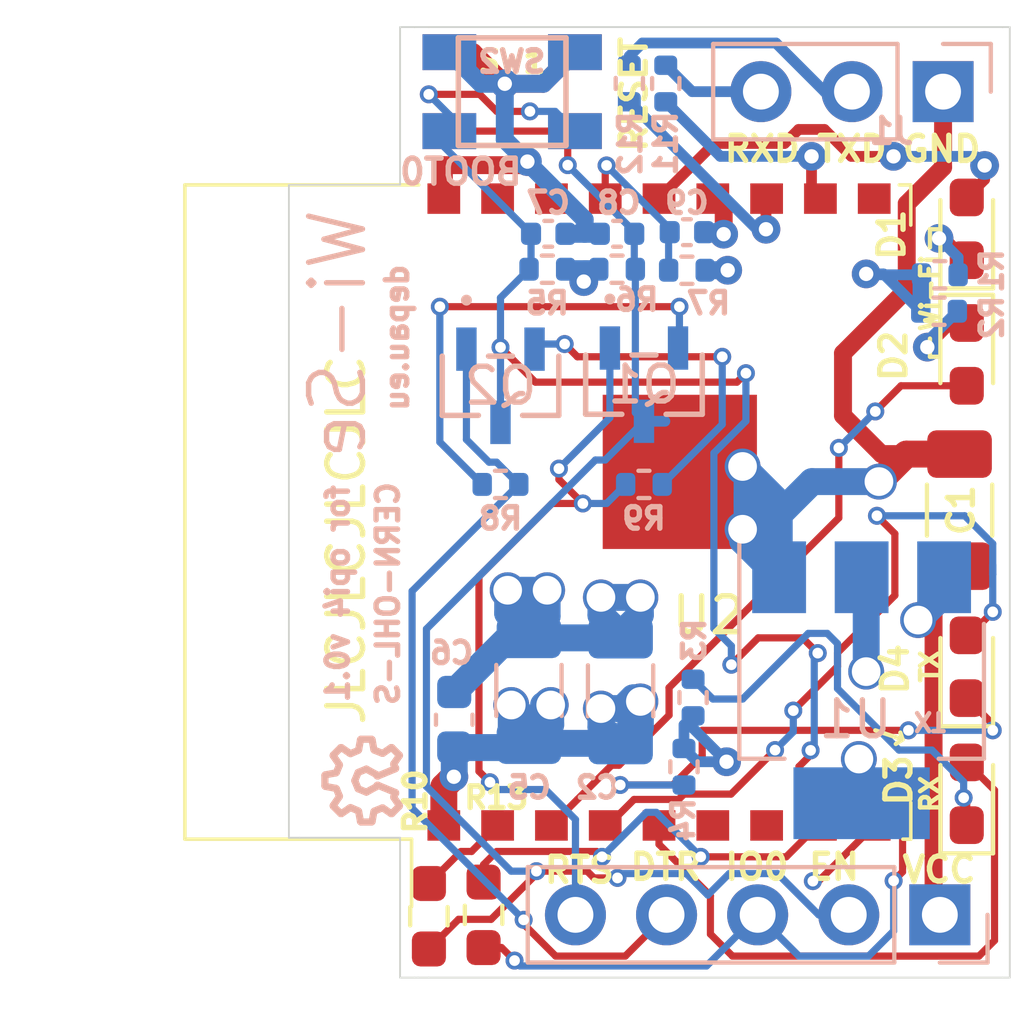
<source format=kicad_pcb>
(kicad_pcb (version 20171130) (host pcbnew 5.1.9)

  (general
    (thickness 1.6)
    (drawings 43)
    (tracks 413)
    (zones 0)
    (modules 33)
    (nets 25)
  )

  (page A4)
  (layers
    (0 F.Cu signal)
    (1 In1.Cu power)
    (2 In2.Cu power)
    (31 B.Cu signal)
    (32 B.Adhes user)
    (33 F.Adhes user hide)
    (34 B.Paste user hide)
    (35 F.Paste user hide)
    (36 B.SilkS user)
    (37 F.SilkS user)
    (38 B.Mask user hide)
    (39 F.Mask user hide)
    (40 Dwgs.User user hide)
    (41 Cmts.User user)
    (42 Eco1.User user)
    (43 Eco2.User user)
    (44 Edge.Cuts user)
    (45 Margin user)
    (46 B.CrtYd user)
    (47 F.CrtYd user)
    (48 B.Fab user hide)
    (49 F.Fab user hide)
  )

  (setup
    (last_trace_width 0.2)
    (user_trace_width 0.2)
    (user_trace_width 0.3)
    (user_trace_width 0.5)
    (user_trace_width 0.75)
    (trace_clearance 0.2)
    (zone_clearance 0.508)
    (zone_45_only no)
    (trace_min 0.2)
    (via_size 0.8)
    (via_drill 0.4)
    (via_min_size 0.4)
    (via_min_drill 0.3)
    (user_via 0.5 0.3)
    (user_via 0.8 0.4)
    (user_via 1 0.8)
    (uvia_size 0.3)
    (uvia_drill 0.1)
    (uvias_allowed no)
    (uvia_min_size 0.2)
    (uvia_min_drill 0.1)
    (edge_width 0.05)
    (segment_width 0.2)
    (pcb_text_width 0.3)
    (pcb_text_size 1.5 1.5)
    (mod_edge_width 0.12)
    (mod_text_size 1 1)
    (mod_text_width 0.15)
    (pad_size 0.8 1.1)
    (pad_drill 0)
    (pad_to_mask_clearance 0)
    (aux_axis_origin 0 0)
    (visible_elements FFFFFF7F)
    (pcbplotparams
      (layerselection 0x010fc_ffffffff)
      (usegerberextensions false)
      (usegerberattributes true)
      (usegerberadvancedattributes true)
      (creategerberjobfile true)
      (excludeedgelayer true)
      (linewidth 0.100000)
      (plotframeref false)
      (viasonmask false)
      (mode 1)
      (useauxorigin false)
      (hpglpennumber 1)
      (hpglpenspeed 20)
      (hpglpendiameter 15.000000)
      (psnegative false)
      (psa4output false)
      (plotreference true)
      (plotvalue true)
      (plotinvisibletext false)
      (padsonsilk false)
      (subtractmaskfromsilk false)
      (outputformat 1)
      (mirror false)
      (drillshape 0)
      (scaleselection 1)
      (outputdirectory "gerber/"))
  )

  (net 0 "")
  (net 1 VCC)
  (net 2 GND)
  (net 3 +3V3)
  (net 4 EN)
  (net 5 BOOT0)
  (net 6 RST)
  (net 7 LED_WIFI)
  (net 8 "Net-(D1-Pad1)")
  (net 9 "Net-(D2-Pad1)")
  (net 10 LED_STATUS)
  (net 11 LED_TX)
  (net 12 "Net-(D3-Pad1)")
  (net 13 "Net-(D4-Pad1)")
  (net 14 LED_RX)
  (net 15 TXD)
  (net 16 RXD)
  (net 17 DTR)
  (net 18 RTS)
  (net 19 "Net-(Q1-Pad2)")
  (net 20 "Net-(Q2-Pad2)")
  (net 21 "Net-(R10-Pad1)")
  (net 22 "Net-(R11-Pad1)")
  (net 23 "Net-(R12-Pad1)")
  (net 24 "Net-(R13-Pad2)")

  (net_class Default "This is the default net class."
    (clearance 0.2)
    (trace_width 0.25)
    (via_dia 0.8)
    (via_drill 0.4)
    (uvia_dia 0.3)
    (uvia_drill 0.1)
    (add_net +3V3)
    (add_net BOOT0)
    (add_net DTR)
    (add_net EN)
    (add_net GND)
    (add_net LED_RX)
    (add_net LED_STATUS)
    (add_net LED_TX)
    (add_net LED_WIFI)
    (add_net "Net-(D1-Pad1)")
    (add_net "Net-(D2-Pad1)")
    (add_net "Net-(D3-Pad1)")
    (add_net "Net-(D4-Pad1)")
    (add_net "Net-(Q1-Pad2)")
    (add_net "Net-(Q2-Pad2)")
    (add_net "Net-(R10-Pad1)")
    (add_net "Net-(R11-Pad1)")
    (add_net "Net-(R12-Pad1)")
    (add_net "Net-(R13-Pad2)")
    (add_net RST)
    (add_net RTS)
    (add_net RXD)
    (add_net TXD)
    (add_net VCC)
  )

  (module wi-se:oshw (layer B.Cu) (tedit 60060ABE) (tstamp 600926F4)
    (at 93.853 87.503 270)
    (attr smd)
    (fp_text reference REF** (at 0 -0.5 90) (layer B.Fab)
      (effects (font (size 1 1) (thickness 0.15)) (justify mirror))
    )
    (fp_text value oshw (at 0 0.5 90) (layer B.Fab)
      (effects (font (size 1 1) (thickness 0.15)) (justify mirror))
    )
    (fp_line (start 0.6985 1.016) (end 0.453593 0.847935) (layer B.SilkS) (width 0.2))
    (fp_line (start 0.846504 0.323093) (end 0.759603 0.525757) (layer B.SilkS) (width 0.2))
    (fp_line (start -0.224833 0.926855) (end -0.421328 0.846426) (layer B.SilkS) (width 0.2))
    (fp_line (start -0.914091 0.808041) (end -0.915897 0.788455) (layer B.SilkS) (width 0.2))
    (fp_line (start 0.924314 0.807941) (end 0.71807 1.014194) (layer B.SilkS) (width 0.2))
    (fp_line (start -0.836286 0.323173) (end -0.853061 0.308743) (layer B.SilkS) (width 0.2))
    (fp_line (start -0.749392 0.525857) (end -0.836286 0.323173) (layer B.SilkS) (width 0.2))
    (fp_line (start 1.146703 0.255957) (end 0.863279 0.308663) (layer B.SilkS) (width 0.2))
    (fp_line (start 0.220618 0.943341) (end 0.16605 1.236492) (layer B.SilkS) (width 0.2))
    (fp_line (start 0.760986 0.547672) (end 0.92612 0.788354) (layer B.SilkS) (width 0.2))
    (fp_line (start -0.688234 1.0161) (end -0.70782 1.014294) (layer B.SilkS) (width 0.2))
    (fp_line (start -0.421328 0.846426) (end -0.443344 0.848035) (layer B.SilkS) (width 0.2))
    (fp_line (start 0.759603 0.525757) (end 0.760986 0.547672) (layer B.SilkS) (width 0.2))
    (fp_line (start -0.140697 1.249157) (end -0.155802 1.23659) (layer B.SilkS) (width 0.2))
    (fp_line (start 0.863279 0.308663) (end 0.846504 0.323093) (layer B.SilkS) (width 0.2))
    (fp_line (start 0.92612 0.788354) (end 0.924314 0.807941) (layer B.SilkS) (width 0.2))
    (fp_line (start 0.16605 1.236492) (end 0.150931 1.24906) (layer B.SilkS) (width 0.2))
    (fp_line (start -1.149037 0.240899) (end -1.14902 -0.050801) (layer B.SilkS) (width 0.2))
    (fp_line (start 0.235099 0.926755) (end 0.220618 0.943341) (layer B.SilkS) (width 0.2))
    (fp_line (start 0.431577 0.846326) (end 0.235099 0.926755) (layer B.SilkS) (width 0.2))
    (fp_line (start -0.915897 0.788455) (end -0.750746 0.547772) (layer B.SilkS) (width 0.2))
    (fp_line (start -0.168581 -0.17837) (end -0.317456 0.093365) (layer B.SilkS) (width 0.2))
    (fp_line (start -0.317456 0.093365) (end -0.222965 0.321476) (layer B.SilkS) (width 0.2))
    (fp_line (start -0.222965 0.321476) (end 0.005139 0.41596) (layer B.SilkS) (width 0.2))
    (fp_line (start -1.13645 -0.065939) (end -0.859992 -0.117386) (layer B.SilkS) (width 0.2))
    (fp_line (start 0.453593 0.847935) (end 0.431577 0.846326) (layer B.SilkS) (width 0.2))
    (fp_line (start -0.210352 0.943442) (end -0.224833 0.926855) (layer B.SilkS) (width 0.2))
    (fp_line (start -1.136467 0.256038) (end -1.149037 0.240899) (layer B.SilkS) (width 0.2))
    (fp_line (start 0.005139 0.41596) (end 0.233235 0.321476) (layer B.SilkS) (width 0.2))
    (fp_line (start 0.233235 0.321476) (end 0.327717 0.093365) (layer B.SilkS) (width 0.2))
    (fp_line (start 0.327717 0.093365) (end 0.178842 -0.17837) (layer B.SilkS) (width 0.2))
    (fp_line (start -0.443344 0.848035) (end -0.688234 1.0161) (layer B.SilkS) (width 0.2))
    (fp_line (start -0.70782 1.014294) (end -0.914091 0.808041) (layer B.SilkS) (width 0.2))
    (fp_line (start -0.75727 -0.347518) (end -0.758906 -0.369534) (layer B.SilkS) (width 0.2))
    (fp_line (start -0.758906 -0.369534) (end -0.915937 -0.598373) (layer B.SilkS) (width 0.2))
    (fp_line (start -0.707843 -0.824229) (end -0.688257 -0.826036) (layer B.SilkS) (width 0.2))
    (fp_line (start -0.688257 -0.826036) (end -0.46347 -0.671748) (layer B.SilkS) (width 0.2))
    (fp_line (start -0.750746 0.547772) (end -0.749392 0.525857) (layer B.SilkS) (width 0.2))
    (fp_line (start -0.122082 -0.224042) (end -0.128082 -0.205576) (layer B.SilkS) (width 0.2))
    (fp_line (start -0.128082 -0.205576) (end -0.152892 -0.190387) (layer B.SilkS) (width 0.2))
    (fp_line (start -0.152892 -0.190387) (end -0.168581 -0.17837) (layer B.SilkS) (width 0.2))
    (fp_line (start 0.178842 -0.17837) (end 0.163187 -0.190387) (layer B.SilkS) (width 0.2))
    (fp_line (start 0.163187 -0.190387) (end 0.138377 -0.205576) (layer B.SilkS) (width 0.2))
    (fp_line (start 0.138377 -0.205576) (end 0.132377 -0.224042) (layer B.SilkS) (width 0.2))
    (fp_line (start 0.132377 -0.224042) (end 0.336768 -0.71796) (layer B.SilkS) (width 0.2))
    (fp_line (start -0.46347 -0.671748) (end -0.44192 -0.671013) (layer B.SilkS) (width 0.2))
    (fp_line (start -0.44192 -0.671013) (end -0.342784 -0.723943) (layer B.SilkS) (width 0.2))
    (fp_line (start -0.859992 -0.117386) (end -0.843578 -0.13192) (layer B.SilkS) (width 0.2))
    (fp_line (start 0.71807 1.014194) (end 0.6985 1.016) (layer B.SilkS) (width 0.2))
    (fp_line (start -1.14902 -0.050801) (end -1.13645 -0.065939) (layer B.SilkS) (width 0.2))
    (fp_line (start 0.150931 1.24906) (end -0.140697 1.249157) (layer B.SilkS) (width 0.2))
    (fp_line (start -0.342784 -0.723943) (end -0.326491 -0.717943) (layer B.SilkS) (width 0.2))
    (fp_line (start -0.326491 -0.717943) (end -0.122082 -0.224042) (layer B.SilkS) (width 0.2))
    (fp_line (start -0.155802 1.23659) (end -0.210352 0.943442) (layer B.SilkS) (width 0.2))
    (fp_line (start -0.853061 0.308743) (end -1.136467 0.256038) (layer B.SilkS) (width 0.2))
    (fp_line (start 0.336768 -0.71796) (end 0.353061 -0.72396) (layer B.SilkS) (width 0.2))
    (fp_line (start 0.353061 -0.72396) (end 0.452196 -0.67103) (layer B.SilkS) (width 0.2))
    (fp_line (start 0.452196 -0.67103) (end 0.473747 -0.671765) (layer B.SilkS) (width 0.2))
    (fp_line (start 0.473747 -0.671765) (end 0.698551 -0.826053) (layer B.SilkS) (width 0.2))
    (fp_line (start 0.698551 -0.826053) (end 0.71812 -0.824247) (layer B.SilkS) (width 0.2))
    (fp_line (start 0.71812 -0.824247) (end 0.924408 -0.617995) (layer B.SilkS) (width 0.2))
    (fp_line (start 0.924408 -0.617995) (end 0.926214 -0.598391) (layer B.SilkS) (width 0.2))
    (fp_line (start 0.926214 -0.598391) (end 0.769103 -0.369644) (layer B.SilkS) (width 0.2))
    (fp_line (start 0.769103 -0.369644) (end 0.767494 -0.347627) (layer B.SilkS) (width 0.2))
    (fp_line (start 0.767494 -0.347627) (end 0.853803 -0.132029) (layer B.SilkS) (width 0.2))
    (fp_line (start 0.853803 -0.132029) (end 0.8702 -0.117494) (layer B.SilkS) (width 0.2))
    (fp_line (start 0.8702 -0.117494) (end 1.146658 -0.066048) (layer B.SilkS) (width 0.2))
    (fp_line (start 1.146658 -0.066048) (end 1.159228 -0.050909) (layer B.SilkS) (width 0.2))
    (fp_line (start 1.159228 -0.050909) (end 1.159262 0.240791) (layer B.SilkS) (width 0.2))
    (fp_line (start 1.159262 0.240791) (end 1.146729 0.255946) (layer B.SilkS) (width 0.2))
    (fp_line (start -0.915937 -0.598373) (end -0.914131 -0.617976) (layer B.SilkS) (width 0.2))
    (fp_line (start -0.914131 -0.617976) (end -0.707843 -0.824229) (layer B.SilkS) (width 0.2))
    (fp_line (start -0.843578 -0.13192) (end -0.75727 -0.347518) (layer B.SilkS) (width 0.2))
  )

  (module RF_Module:ESP-WROOM-02 (layer F.Cu) (tedit 5B5B45D7) (tstamp 6000D5AE)
    (at 101.92 80.02 90)
    (descr http://espressif.com/sites/default/files/documentation/0c-esp-wroom-02_datasheet_en.pdf)
    (tags "ESP WROOM-02 espressif esp8266ex")
    (path /5FFE38E5)
    (attr smd)
    (fp_text reference U2 (at -2.88 1.38) (layer F.SilkS)
      (effects (font (size 1 1) (thickness 0.15)))
    )
    (fp_text value ESP-WROOM-02 (at 0 8.33 90) (layer F.Fab)
      (effects (font (size 1 1) (thickness 0.15)))
    )
    (fp_line (start -14 -6.8) (end -14 -18.1) (layer Dwgs.User) (width 0.1))
    (fp_line (start 9 6.9) (end 9 -13.1) (layer F.Fab) (width 0.1))
    (fp_line (start -9 6.9) (end 9 6.9) (layer F.Fab) (width 0.1))
    (fp_line (start -9 -13.1) (end -9 -7.5) (layer F.Fab) (width 0.1))
    (fp_line (start -9 -13.1) (end 9 -13.1) (layer F.Fab) (width 0.1))
    (fp_line (start -9.41 7.15) (end -9.41 -6.55) (layer F.CrtYd) (width 0.05))
    (fp_line (start -9.41 7.15) (end 9.41 7.15) (layer F.CrtYd) (width 0.05))
    (fp_line (start 9.41 -6.55) (end 9.41 7.15) (layer F.CrtYd) (width 0.05))
    (fp_line (start -14.25 -18.35) (end 14.25 -18.35) (layer F.CrtYd) (width 0.05))
    (fp_line (start -9 -6.5) (end -9 6.9) (layer F.Fab) (width 0.1))
    (fp_line (start -9 -7.5) (end -8.5 -7) (layer F.Fab) (width 0.1))
    (fp_line (start -8.5 -7) (end -9 -6.5) (layer F.Fab) (width 0.1))
    (fp_line (start -9 -6.8) (end -9 -13.1) (layer Dwgs.User) (width 0.1))
    (fp_line (start 14 -6.8) (end -14 -6.8) (layer Dwgs.User) (width 0.1))
    (fp_line (start 9 -13.1) (end 9 -6.78) (layer Dwgs.User) (width 0.1))
    (fp_line (start -9 -13.1) (end 9 -13.1) (layer Dwgs.User) (width 0.1))
    (fp_line (start 14 -6.8) (end 14 -18.1) (layer Dwgs.User) (width 0.1))
    (fp_line (start 14 -18.1) (end -14 -18.1) (layer Dwgs.User) (width 0.1))
    (fp_line (start -14.25 -18.35) (end -14.25 -6.55) (layer F.CrtYd) (width 0.05))
    (fp_line (start 14.25 -18.35) (end 14.25 -6.55) (layer F.CrtYd) (width 0.05))
    (fp_line (start -14.25 -6.55) (end -9.41 -6.55) (layer F.CrtYd) (width 0.05))
    (fp_line (start 9.41 -6.55) (end 14.25 -6.55) (layer F.CrtYd) (width 0.05))
    (fp_line (start -12 -18.1) (end -14 -16.485) (layer Dwgs.User) (width 0.1))
    (fp_line (start -10 -18.1) (end -14 -14.87) (layer Dwgs.User) (width 0.1))
    (fp_line (start -8 -18.1) (end -14 -13.255) (layer Dwgs.User) (width 0.1))
    (fp_line (start -6 -18.1) (end -14 -11.64) (layer Dwgs.User) (width 0.1))
    (fp_line (start -4 -18.1) (end -14 -10.025) (layer Dwgs.User) (width 0.1))
    (fp_line (start -2 -18.1) (end -14 -8.41) (layer Dwgs.User) (width 0.1))
    (fp_line (start 0 -18.1) (end -14 -6.795) (layer Dwgs.User) (width 0.1))
    (fp_line (start 2 -18.1) (end -12 -6.795) (layer Dwgs.User) (width 0.1))
    (fp_line (start 4 -18.1) (end -10 -6.795) (layer Dwgs.User) (width 0.1))
    (fp_line (start -8 -6.795) (end 6 -18.1) (layer Dwgs.User) (width 0.1))
    (fp_line (start 8 -18.1) (end -6 -6.795) (layer Dwgs.User) (width 0.1))
    (fp_line (start 10 -18.1) (end -4 -6.795) (layer Dwgs.User) (width 0.1))
    (fp_line (start 12 -18.1) (end -2 -6.795) (layer Dwgs.User) (width 0.1))
    (fp_line (start 14 -18.1) (end 0 -6.795) (layer Dwgs.User) (width 0.1))
    (fp_line (start 14 -16.485) (end 2 -6.795) (layer Dwgs.User) (width 0.1))
    (fp_line (start 14 -14.87) (end 4 -6.795) (layer Dwgs.User) (width 0.1))
    (fp_line (start 14 -13.255) (end 6 -6.795) (layer Dwgs.User) (width 0.1))
    (fp_line (start 14 -11.64) (end 8 -6.795) (layer Dwgs.User) (width 0.1))
    (fp_line (start 14 -10.025) (end 10 -6.795) (layer Dwgs.User) (width 0.1))
    (fp_line (start 14 -8.41) (end 12 -6.795) (layer Dwgs.User) (width 0.1))
    (fp_line (start 9.2 -10.7) (end 13.8 -10.7) (layer Cmts.User) (width 0.1))
    (fp_line (start 13.8 -10.7) (end 13.6 -10.9) (layer Cmts.User) (width 0.1))
    (fp_line (start 13.8 -10.7) (end 13.6 -10.5) (layer Cmts.User) (width 0.1))
    (fp_line (start 9.2 -10.7) (end 9.4 -10.9) (layer Cmts.User) (width 0.1))
    (fp_line (start 9.2 -10.7) (end 9.4 -10.5) (layer Cmts.User) (width 0.1))
    (fp_line (start -13.8 -10.7) (end -13.6 -10.9) (layer Cmts.User) (width 0.1))
    (fp_line (start -13.8 -10.7) (end -13.6 -10.5) (layer Cmts.User) (width 0.1))
    (fp_line (start -9.2 -10.7) (end -9.4 -10.5) (layer Cmts.User) (width 0.1))
    (fp_line (start -13.8 -10.7) (end -9.2 -10.7) (layer Cmts.User) (width 0.1))
    (fp_line (start -9.2 -10.7) (end -9.4 -10.9) (layer Cmts.User) (width 0.1))
    (fp_line (start 8.3 -13.3) (end 8.1 -13.5) (layer Cmts.User) (width 0.1))
    (fp_line (start 8.3 -13.3) (end 8.5 -13.5) (layer Cmts.User) (width 0.1))
    (fp_line (start 8.3 -17.9) (end 8.5 -17.7) (layer Cmts.User) (width 0.1))
    (fp_line (start 8.3 -13.3) (end 8.3 -17.9) (layer Cmts.User) (width 0.1))
    (fp_line (start 8.3 -17.9) (end 8.1 -17.7) (layer Cmts.User) (width 0.1))
    (fp_line (start -9.12 6.8) (end -9.12 7.02) (layer F.SilkS) (width 0.1))
    (fp_line (start -9.12 7.02) (end -8.1 7.02) (layer F.SilkS) (width 0.1))
    (fp_line (start 9.12 6.7) (end 9.12 7) (layer F.SilkS) (width 0.1))
    (fp_line (start 8 7.02) (end 9.12 7.02) (layer F.SilkS) (width 0.1))
    (fp_line (start -9.12 -13.22) (end 9.12 -13.22) (layer F.SilkS) (width 0.1))
    (fp_line (start 9.12 -13.22) (end 9.12 -6.7) (layer F.SilkS) (width 0.1))
    (fp_line (start -9.12 -13.22) (end -9.12 -6.9) (layer F.SilkS) (width 0.1))
    (fp_line (start -9.12 -6.9) (end -11 -6.9) (layer F.SilkS) (width 0.1))
    (fp_text user "5 mm" (at 7.8 -15.9) (layer Cmts.User)
      (effects (font (size 0.5 0.5) (thickness 0.1)))
    )
    (fp_text user "5 mm" (at -11.2 -11.2 90) (layer Cmts.User)
      (effects (font (size 0.5 0.5) (thickness 0.1)))
    )
    (fp_text user "5 mm" (at 11.8 -11.2 90) (layer Cmts.User)
      (effects (font (size 0.5 0.5) (thickness 0.1)))
    )
    (fp_text user Antenna (at 0 -10 90) (layer Cmts.User)
      (effects (font (size 1 1) (thickness 0.15)))
    )
    (fp_text user "KEEP-OUT ZONE" (at 0 -16 90) (layer Cmts.User)
      (effects (font (size 1 1) (thickness 0.15)))
    )
    (fp_text user %R (at 0 0 90) (layer F.Fab)
      (effects (font (size 1 1) (thickness 0.15)))
    )
    (pad 18 smd rect (at 8.7375 -6 90) (size 0.85 0.9125) (layers F.Cu F.Paste F.Mask)
      (net 2 GND))
    (pad 17 smd rect (at 8.7375 -4.5 90) (size 0.85 0.9125) (layers F.Cu F.Paste F.Mask))
    (pad 16 smd rect (at 8.7375 -3 90) (size 0.85 0.9125) (layers F.Cu F.Paste F.Mask))
    (pad 15 smd rect (at 8.7375 -1.5 90) (size 0.85 0.9125) (layers F.Cu F.Paste F.Mask)
      (net 6 RST))
    (pad 14 smd rect (at 8.7375 0 90) (size 0.85 0.9125) (layers F.Cu F.Paste F.Mask)
      (net 7 LED_WIFI))
    (pad 13 smd rect (at 8.7375 1.5 90) (size 0.85 0.9125) (layers F.Cu F.Paste F.Mask)
      (net 2 GND))
    (pad 12 smd rect (at 8.7375 3 90) (size 0.85 0.9125) (layers F.Cu F.Paste F.Mask)
      (net 23 "Net-(R12-Pad1)"))
    (pad 11 smd rect (at 8.7375 4.5 90) (size 0.85 0.9125) (layers F.Cu F.Paste F.Mask)
      (net 22 "Net-(R11-Pad1)"))
    (pad 10 smd rect (at 8.7375 6 90) (size 0.85 0.9125) (layers F.Cu F.Paste F.Mask))
    (pad 9 smd rect (at -8.7375 6 90) (size 0.85 0.9125) (layers F.Cu F.Paste F.Mask)
      (net 2 GND))
    (pad 8 smd rect (at -8.7375 4.5 90) (size 0.85 0.9125) (layers F.Cu F.Paste F.Mask)
      (net 24 "Net-(R13-Pad2)"))
    (pad 7 smd rect (at -8.7375 3 90) (size 0.85 0.9125) (layers F.Cu F.Paste F.Mask))
    (pad 6 smd rect (at -8.7375 1.5 90) (size 0.85 0.9125) (layers F.Cu F.Paste F.Mask))
    (pad 5 smd rect (at -8.7375 0 90) (size 0.85 0.9125) (layers F.Cu F.Paste F.Mask)
      (net 11 LED_TX))
    (pad 4 smd rect (at -8.7375 -1.5 90) (size 0.85 0.9125) (layers F.Cu F.Paste F.Mask)
      (net 14 LED_RX))
    (pad 3 smd rect (at -8.7375 -3 90) (size 0.85 0.9125) (layers F.Cu F.Paste F.Mask)
      (net 10 LED_STATUS))
    (pad 2 smd rect (at -8.7375 -4.5 90) (size 0.85 0.9125) (layers F.Cu F.Paste F.Mask)
      (net 21 "Net-(R10-Pad1)"))
    (pad 1 smd rect (at -8.7375 -6 90) (size 0.85 0.9125) (layers F.Cu F.Paste F.Mask)
      (net 3 +3V3))
    (pad 19 smd rect (at 1.12 0.58 90) (size 4.3 4.3) (layers F.Cu F.Paste F.Mask)
      (net 2 GND))
    (model ${KISYS3DMOD}/RF_Module.3dshapes/ESP-WROOM-02.wrl
      (at (xyz 0 0 0))
      (scale (xyz 1 1 1))
      (rotate (xyz 0 0 0))
    )
  )

  (module Capacitor_SMD:C_1206_3216Metric (layer B.Cu) (tedit 5F68FEEE) (tstamp 600617DE)
    (at 100.84816 85.00364 90)
    (descr "Capacitor SMD 1206 (3216 Metric), square (rectangular) end terminal, IPC_7351 nominal, (Body size source: IPC-SM-782 page 76, https://www.pcb-3d.com/wordpress/wp-content/uploads/ipc-sm-782a_amendment_1_and_2.pdf), generated with kicad-footprint-generator")
    (tags capacitor)
    (path /5FFE705A)
    (attr smd)
    (fp_text reference C2 (at -2.69636 -0.64816 180) (layer B.SilkS)
      (effects (font (size 0.6 0.6) (thickness 0.15)) (justify mirror))
    )
    (fp_text value 10u (at 0 -1.85 90) (layer B.Fab)
      (effects (font (size 1 1) (thickness 0.15)) (justify mirror))
    )
    (fp_line (start 2.3 -1.15) (end -2.3 -1.15) (layer B.CrtYd) (width 0.05))
    (fp_line (start 2.3 1.15) (end 2.3 -1.15) (layer B.CrtYd) (width 0.05))
    (fp_line (start -2.3 1.15) (end 2.3 1.15) (layer B.CrtYd) (width 0.05))
    (fp_line (start -2.3 -1.15) (end -2.3 1.15) (layer B.CrtYd) (width 0.05))
    (fp_line (start -0.711252 -0.91) (end 0.711252 -0.91) (layer B.SilkS) (width 0.12))
    (fp_line (start -0.711252 0.91) (end 0.711252 0.91) (layer B.SilkS) (width 0.12))
    (fp_line (start 1.6 -0.8) (end -1.6 -0.8) (layer B.Fab) (width 0.1))
    (fp_line (start 1.6 0.8) (end 1.6 -0.8) (layer B.Fab) (width 0.1))
    (fp_line (start -1.6 0.8) (end 1.6 0.8) (layer B.Fab) (width 0.1))
    (fp_line (start -1.6 -0.8) (end -1.6 0.8) (layer B.Fab) (width 0.1))
    (fp_text user %R (at 0 0 90) (layer B.Fab)
      (effects (font (size 0.8 0.8) (thickness 0.12)) (justify mirror))
    )
    (pad 2 smd roundrect (at 1.475 0 90) (size 1.15 1.8) (layers B.Cu B.Paste B.Mask) (roundrect_rratio 0.2173904347826087)
      (net 2 GND))
    (pad 1 smd roundrect (at -1.475 0 90) (size 1.15 1.8) (layers B.Cu B.Paste B.Mask) (roundrect_rratio 0.2173904347826087)
      (net 3 +3V3))
    (model ${KISYS3DMOD}/Capacitor_SMD.3dshapes/C_1206_3216Metric.wrl
      (at (xyz 0 0 0))
      (scale (xyz 1 1 1))
      (rotate (xyz 0 0 0))
    )
  )

  (module Connector_PinHeader_2.54mm:PinHeader_1x05_P2.54mm_Vertical (layer B.Cu) (tedit 59FED5CC) (tstamp 60002487)
    (at 109.75 91.25 90)
    (descr "Through hole straight pin header, 1x05, 2.54mm pitch, single row")
    (tags "Through hole pin header THT 1x05 2.54mm single row")
    (path /6012365C)
    (fp_text reference J2 (at 0 2.33 270) (layer B.Fab)
      (effects (font (size 1 1) (thickness 0.15)) (justify mirror))
    )
    (fp_text value Side (at 0 -12.49 -90) (layer B.Fab)
      (effects (font (size 1 1) (thickness 0.15)) (justify mirror))
    )
    (fp_line (start 1.8 1.8) (end -1.8 1.8) (layer B.CrtYd) (width 0.05))
    (fp_line (start 1.8 -11.95) (end 1.8 1.8) (layer B.CrtYd) (width 0.05))
    (fp_line (start -1.8 -11.95) (end 1.8 -11.95) (layer B.CrtYd) (width 0.05))
    (fp_line (start -1.8 1.8) (end -1.8 -11.95) (layer B.CrtYd) (width 0.05))
    (fp_line (start -1.33 1.33) (end 0 1.33) (layer B.SilkS) (width 0.12))
    (fp_line (start -1.33 0) (end -1.33 1.33) (layer B.SilkS) (width 0.12))
    (fp_line (start -1.33 -1.27) (end 1.33 -1.27) (layer B.SilkS) (width 0.12))
    (fp_line (start 1.33 -1.27) (end 1.33 -11.49) (layer B.SilkS) (width 0.12))
    (fp_line (start -1.33 -1.27) (end -1.33 -11.49) (layer B.SilkS) (width 0.12))
    (fp_line (start -1.33 -11.49) (end 1.33 -11.49) (layer B.SilkS) (width 0.12))
    (fp_line (start -1.27 0.635) (end -0.635 1.27) (layer B.Fab) (width 0.1))
    (fp_line (start -1.27 -11.43) (end -1.27 0.635) (layer B.Fab) (width 0.1))
    (fp_line (start 1.27 -11.43) (end -1.27 -11.43) (layer B.Fab) (width 0.1))
    (fp_line (start 1.27 1.27) (end 1.27 -11.43) (layer B.Fab) (width 0.1))
    (fp_line (start -0.635 1.27) (end 1.27 1.27) (layer B.Fab) (width 0.1))
    (fp_text user %R (at 0 -5.08) (layer B.Fab)
      (effects (font (size 1 1) (thickness 0.15)) (justify mirror))
    )
    (pad 1 thru_hole rect (at 0 0 90) (size 1.7 1.7) (drill 1) (layers *.Cu *.Mask)
      (net 1 VCC))
    (pad 2 thru_hole oval (at 0 -2.54 90) (size 1.7 1.7) (drill 1) (layers *.Cu *.Mask)
      (net 4 EN))
    (pad 3 thru_hole oval (at 0 -5.08 90) (size 1.7 1.7) (drill 1) (layers *.Cu *.Mask)
      (net 5 BOOT0))
    (pad 4 thru_hole oval (at 0 -7.62 90) (size 1.7 1.7) (drill 1) (layers *.Cu *.Mask)
      (net 17 DTR))
    (pad 5 thru_hole oval (at 0 -10.16 90) (size 1.7 1.7) (drill 1) (layers *.Cu *.Mask)
      (net 18 RTS))
    (model ${KISYS3DMOD}/Connector_PinHeader_2.54mm.3dshapes/PinHeader_1x05_P2.54mm_Vertical.wrl
      (at (xyz 0 0 0))
      (scale (xyz 1 1 1))
      (rotate (xyz 0 0 0))
    )
  )

  (module SS8050-G:SS8050-G (layer B.Cu) (tedit 0) (tstamp 5FFFA398)
    (at 101.5 76.46856)
    (path /6000E39C)
    (attr smd)
    (fp_text reference Q1 (at 0 0) (layer B.SilkS)
      (effects (font (size 1 1) (thickness 0.15)) (justify mirror))
    )
    (fp_text value SS8050-G (at 0 0) (layer B.Fab)
      (effects (font (size 1 1) (thickness 0.15)) (justify mirror))
    )
    (fp_line (start -0.696 -0.6985) (end -1.204 -0.6985) (layer B.Fab) (width 0.1524))
    (fp_line (start -1.204 -0.6985) (end -1.204 -1.275) (layer B.Fab) (width 0.1524))
    (fp_line (start -1.204 -1.275) (end -0.696 -1.275) (layer B.Fab) (width 0.1524))
    (fp_line (start -0.696 -1.275) (end -0.696 -0.6985) (layer B.Fab) (width 0.1524))
    (fp_line (start 1.204 -0.6985) (end 0.696 -0.6985) (layer B.Fab) (width 0.1524))
    (fp_line (start 0.696 -0.6985) (end 0.696 -1.275) (layer B.Fab) (width 0.1524))
    (fp_line (start 0.696 -1.275) (end 1.204 -1.275) (layer B.Fab) (width 0.1524))
    (fp_line (start 1.204 -1.275) (end 1.204 -0.6985) (layer B.Fab) (width 0.1524))
    (fp_line (start -0.254 0.6985) (end 0.254 0.6985) (layer B.Fab) (width 0.1524))
    (fp_line (start 0.254 0.6985) (end 0.254 1.275) (layer B.Fab) (width 0.1524))
    (fp_line (start 0.254 1.275) (end -0.254 1.275) (layer B.Fab) (width 0.1524))
    (fp_line (start -0.254 1.275) (end -0.254 0.6985) (layer B.Fab) (width 0.1524))
    (fp_line (start -0.333261 -0.8255) (end 0.333261 -0.8255) (layer B.SilkS) (width 0.1524))
    (fp_line (start 1.6256 -0.8255) (end 1.6256 0.8255) (layer B.SilkS) (width 0.1524))
    (fp_line (start 1.6256 0.8255) (end 0.61674 0.8255) (layer B.SilkS) (width 0.1524))
    (fp_line (start -1.6256 0.8255) (end -1.6256 -0.8255) (layer B.SilkS) (width 0.1524))
    (fp_line (start -1.4986 -0.6985) (end 1.4986 -0.6985) (layer B.Fab) (width 0.1524))
    (fp_line (start 1.4986 -0.6985) (end 1.4986 0.6985) (layer B.Fab) (width 0.1524))
    (fp_line (start 1.4986 0.6985) (end -1.4986 0.6985) (layer B.Fab) (width 0.1524))
    (fp_line (start -1.4986 0.6985) (end -1.4986 -0.6985) (layer B.Fab) (width 0.1524))
    (fp_line (start -0.61674 0.8255) (end -1.6256 0.8255) (layer B.SilkS) (width 0.1524))
    (fp_line (start -1.7526 0.9525) (end -0.508 0.9525) (layer B.CrtYd) (width 0.1524))
    (fp_line (start -0.508 0.9525) (end -0.508 1.878999) (layer B.CrtYd) (width 0.1524))
    (fp_line (start -0.508 1.878999) (end 0.508 1.878999) (layer B.CrtYd) (width 0.1524))
    (fp_line (start 0.508 1.878999) (end 0.508 0.9525) (layer B.CrtYd) (width 0.1524))
    (fp_line (start 0.508 0.9525) (end 1.7526 0.9525) (layer B.CrtYd) (width 0.1524))
    (fp_line (start 1.7526 0.9525) (end 1.7526 -0.9525) (layer B.CrtYd) (width 0.1524))
    (fp_line (start 1.7526 -0.9525) (end 1.458 -0.9525) (layer B.CrtYd) (width 0.1524))
    (fp_line (start 1.458 -0.9525) (end 1.458 -1.878999) (layer B.CrtYd) (width 0.1524))
    (fp_line (start 1.458 -1.878999) (end -1.458 -1.878999) (layer B.CrtYd) (width 0.1524))
    (fp_line (start -1.458 -1.878999) (end -1.458 -0.9525) (layer B.CrtYd) (width 0.1524))
    (fp_line (start -1.458 -0.9525) (end -1.7526 -0.9525) (layer B.CrtYd) (width 0.1524))
    (fp_line (start -1.7526 -0.9525) (end -1.7526 0.9525) (layer B.CrtYd) (width 0.1524))
    (fp_circle (center -0.95 -2.386999) (end -0.8738 -2.386999) (layer B.SilkS) (width 0.1524))
    (fp_circle (center -0.95 -0.4445) (end -0.8738 -0.4445) (layer B.Fab) (width 0.1524))
    (fp_text user 0.048in/1.208mm (at 3.2766 -1.021) (layer Dwgs.User)
      (effects (font (size 1 1) (thickness 0.15)))
    )
    (fp_text user 0.022in/0.568mm (at 0 3.053) (layer Dwgs.User)
      (effects (font (size 1 1) (thickness 0.15)))
    )
    (fp_text user * (at 0 0) (layer B.Fab)
      (effects (font (size 1 1) (thickness 0.15)) (justify mirror))
    )
    (fp_text user * (at 0 0) (layer B.Fab)
      (effects (font (size 1 1) (thickness 0.15)) (justify mirror))
    )
    (pad 3 smd rect (at 0 1.021) (size 0.568 1.207999) (layers B.Cu B.Paste B.Mask)
      (net 4 EN))
    (pad 2 smd rect (at 0.950001 -1.020999) (size 0.568 1.207999) (layers B.Cu B.Paste B.Mask)
      (net 19 "Net-(Q1-Pad2)"))
    (pad 1 smd rect (at -0.950001 -1.020999) (size 0.568 1.207999) (layers B.Cu B.Paste B.Mask)
      (net 18 RTS))
    (model ${KIPRJMOD}/../libraries/SS8050-G/TRAN_SS8050-G_CIP.step
      (at (xyz 0 0 0))
      (scale (xyz 1 1 1))
      (rotate (xyz 0 0 0))
    )
  )

  (module Capacitor_SMD:C_1206_3216Metric_Pad1.33x1.80mm_HandSolder (layer F.Cu) (tedit 5F68FEEF) (tstamp 5FFFA2B4)
    (at 110.3 79.96682 90)
    (descr "Capacitor SMD 1206 (3216 Metric), square (rectangular) end terminal, IPC_7351 nominal with elongated pad for handsoldering. (Body size source: IPC-SM-782 page 76, https://www.pcb-3d.com/wordpress/wp-content/uploads/ipc-sm-782a_amendment_1_and_2.pdf), generated with kicad-footprint-generator")
    (tags "capacitor handsolder")
    (path /5FFE6E76)
    (attr smd)
    (fp_text reference C1 (at 0 0.04064 270) (layer F.SilkS)
      (effects (font (size 0.7 0.7) (thickness 0.15)))
    )
    (fp_text value 10u (at 0 1.85 270) (layer F.Fab)
      (effects (font (size 1 1) (thickness 0.15)))
    )
    (fp_line (start 2.48 1.15) (end -2.48 1.15) (layer F.CrtYd) (width 0.05))
    (fp_line (start 2.48 -1.15) (end 2.48 1.15) (layer F.CrtYd) (width 0.05))
    (fp_line (start -2.48 -1.15) (end 2.48 -1.15) (layer F.CrtYd) (width 0.05))
    (fp_line (start -2.48 1.15) (end -2.48 -1.15) (layer F.CrtYd) (width 0.05))
    (fp_line (start -0.711252 0.91) (end 0.711252 0.91) (layer F.SilkS) (width 0.12))
    (fp_line (start -0.711252 -0.91) (end 0.711252 -0.91) (layer F.SilkS) (width 0.12))
    (fp_line (start 1.6 0.8) (end -1.6 0.8) (layer F.Fab) (width 0.1))
    (fp_line (start 1.6 -0.8) (end 1.6 0.8) (layer F.Fab) (width 0.1))
    (fp_line (start -1.6 -0.8) (end 1.6 -0.8) (layer F.Fab) (width 0.1))
    (fp_line (start -1.6 0.8) (end -1.6 -0.8) (layer F.Fab) (width 0.1))
    (fp_text user %R (at 0 0 270) (layer F.Fab)
      (effects (font (size 0.8 0.8) (thickness 0.12)))
    )
    (pad 1 smd roundrect (at -1.5625 0 90) (size 1.325 1.8) (layers F.Cu F.Paste F.Mask) (roundrect_rratio 0.1886777358490566)
      (net 1 VCC))
    (pad 2 smd roundrect (at 1.5625 0 90) (size 1.325 1.8) (layers F.Cu F.Paste F.Mask) (roundrect_rratio 0.1886777358490566)
      (net 2 GND))
    (model ${KISYS3DMOD}/Capacitor_SMD.3dshapes/C_1206_3216Metric.wrl
      (at (xyz 0 0 0))
      (scale (xyz 1 1 1))
      (rotate (xyz 0 0 0))
    )
  )

  (module LED_SMD:LED_0603_1608Metric_Pad1.05x0.95mm_HandSolder (layer F.Cu) (tedit 5F68FEF1) (tstamp 5FFFA346)
    (at 110.5 72.125 90)
    (descr "LED SMD 0603 (1608 Metric), square (rectangular) end terminal, IPC_7351 nominal, (Body size source: http://www.tortai-tech.com/upload/download/2011102023233369053.pdf), generated with kicad-footprint-generator")
    (tags "LED handsolder")
    (path /6002B200)
    (attr smd)
    (fp_text reference D1 (at -0.1634 -2.0928 270) (layer F.SilkS)
      (effects (font (size 0.7 0.7) (thickness 0.15)))
    )
    (fp_text value BLUE (at 0 1.43 270) (layer F.Fab)
      (effects (font (size 1 1) (thickness 0.15)))
    )
    (fp_line (start 1.65 0.73) (end -1.65 0.73) (layer F.CrtYd) (width 0.05))
    (fp_line (start 1.65 -0.73) (end 1.65 0.73) (layer F.CrtYd) (width 0.05))
    (fp_line (start -1.65 -0.73) (end 1.65 -0.73) (layer F.CrtYd) (width 0.05))
    (fp_line (start -1.65 0.73) (end -1.65 -0.73) (layer F.CrtYd) (width 0.05))
    (fp_line (start -1.66 0.735) (end 0.8 0.735) (layer F.SilkS) (width 0.12))
    (fp_line (start -1.66 -0.735) (end -1.66 0.735) (layer F.SilkS) (width 0.12))
    (fp_line (start 0.8 -0.735) (end -1.66 -0.735) (layer F.SilkS) (width 0.12))
    (fp_line (start 0.8 0.4) (end 0.8 -0.4) (layer F.Fab) (width 0.1))
    (fp_line (start -0.8 0.4) (end 0.8 0.4) (layer F.Fab) (width 0.1))
    (fp_line (start -0.8 -0.1) (end -0.8 0.4) (layer F.Fab) (width 0.1))
    (fp_line (start -0.5 -0.4) (end -0.8 -0.1) (layer F.Fab) (width 0.1))
    (fp_line (start 0.8 -0.4) (end -0.5 -0.4) (layer F.Fab) (width 0.1))
    (fp_text user %R (at 0 0 270) (layer F.Fab)
      (effects (font (size 0.4 0.4) (thickness 0.06)))
    )
    (pad 1 smd roundrect (at -0.875 0 90) (size 1.05 0.95) (layers F.Cu F.Paste F.Mask) (roundrect_rratio 0.25)
      (net 8 "Net-(D1-Pad1)"))
    (pad 2 smd roundrect (at 0.875 0 90) (size 1.05 0.95) (layers F.Cu F.Paste F.Mask) (roundrect_rratio 0.25)
      (net 7 LED_WIFI))
    (model ${KISYS3DMOD}/LED_SMD.3dshapes/LED_0603_1608Metric.wrl
      (at (xyz 0 0 0))
      (scale (xyz 1 1 1))
      (rotate (xyz 0 0 0))
    )
  )

  (module LED_SMD:LED_0603_1608Metric_Pad1.05x0.95mm_HandSolder (layer F.Cu) (tedit 5F68FEF1) (tstamp 5FFF9E4E)
    (at 110.5 75.625 270)
    (descr "LED SMD 0603 (1608 Metric), square (rectangular) end terminal, IPC_7351 nominal, (Body size source: http://www.tortai-tech.com/upload/download/2011102023233369053.pdf), generated with kicad-footprint-generator")
    (tags "LED handsolder")
    (path /600303F2)
    (attr smd)
    (fp_text reference D2 (at 0.0416 2.042 90) (layer F.SilkS)
      (effects (font (size 0.7 0.7) (thickness 0.15)))
    )
    (fp_text value AMBER (at 0 1.43 90) (layer F.Fab)
      (effects (font (size 1 1) (thickness 0.15)))
    )
    (fp_line (start 0.8 -0.4) (end -0.5 -0.4) (layer F.Fab) (width 0.1))
    (fp_line (start -0.5 -0.4) (end -0.8 -0.1) (layer F.Fab) (width 0.1))
    (fp_line (start -0.8 -0.1) (end -0.8 0.4) (layer F.Fab) (width 0.1))
    (fp_line (start -0.8 0.4) (end 0.8 0.4) (layer F.Fab) (width 0.1))
    (fp_line (start 0.8 0.4) (end 0.8 -0.4) (layer F.Fab) (width 0.1))
    (fp_line (start 0.8 -0.735) (end -1.66 -0.735) (layer F.SilkS) (width 0.12))
    (fp_line (start -1.66 -0.735) (end -1.66 0.735) (layer F.SilkS) (width 0.12))
    (fp_line (start -1.66 0.735) (end 0.8 0.735) (layer F.SilkS) (width 0.12))
    (fp_line (start -1.65 0.73) (end -1.65 -0.73) (layer F.CrtYd) (width 0.05))
    (fp_line (start -1.65 -0.73) (end 1.65 -0.73) (layer F.CrtYd) (width 0.05))
    (fp_line (start 1.65 -0.73) (end 1.65 0.73) (layer F.CrtYd) (width 0.05))
    (fp_line (start 1.65 0.73) (end -1.65 0.73) (layer F.CrtYd) (width 0.05))
    (fp_text user %R (at 0 0 90) (layer F.Fab)
      (effects (font (size 0.4 0.4) (thickness 0.06)))
    )
    (pad 2 smd roundrect (at 0.875 0 270) (size 1.05 0.95) (layers F.Cu F.Paste F.Mask) (roundrect_rratio 0.25)
      (net 10 LED_STATUS))
    (pad 1 smd roundrect (at -0.875 0 270) (size 1.05 0.95) (layers F.Cu F.Paste F.Mask) (roundrect_rratio 0.25)
      (net 9 "Net-(D2-Pad1)"))
    (model ${KISYS3DMOD}/LED_SMD.3dshapes/LED_0603_1608Metric.wrl
      (at (xyz 0 0 0))
      (scale (xyz 1 1 1))
      (rotate (xyz 0 0 0))
    )
  )

  (module LED_SMD:LED_0603_1608Metric_Pad1.05x0.95mm_HandSolder (layer F.Cu) (tedit 5F68FEF1) (tstamp 5FFF9EFC)
    (at 110.5 87.875 90)
    (descr "LED SMD 0603 (1608 Metric), square (rectangular) end terminal, IPC_7351 nominal, (Body size source: http://www.tortai-tech.com/upload/download/2011102023233369053.pdf), generated with kicad-footprint-generator")
    (tags "LED handsolder")
    (path /60034772)
    (attr smd)
    (fp_text reference D3 (at 0.375 -1.9 90) (layer F.SilkS)
      (effects (font (size 0.7 0.7) (thickness 0.15)))
    )
    (fp_text value RED_TX (at 0 1.43 90) (layer F.Fab)
      (effects (font (size 1 1) (thickness 0.15)))
    )
    (fp_line (start 1.65 0.73) (end -1.65 0.73) (layer F.CrtYd) (width 0.05))
    (fp_line (start 1.65 -0.73) (end 1.65 0.73) (layer F.CrtYd) (width 0.05))
    (fp_line (start -1.65 -0.73) (end 1.65 -0.73) (layer F.CrtYd) (width 0.05))
    (fp_line (start -1.65 0.73) (end -1.65 -0.73) (layer F.CrtYd) (width 0.05))
    (fp_line (start -1.66 0.735) (end 0.8 0.735) (layer F.SilkS) (width 0.12))
    (fp_line (start -1.66 -0.735) (end -1.66 0.735) (layer F.SilkS) (width 0.12))
    (fp_line (start 0.8 -0.735) (end -1.66 -0.735) (layer F.SilkS) (width 0.12))
    (fp_line (start 0.8 0.4) (end 0.8 -0.4) (layer F.Fab) (width 0.1))
    (fp_line (start -0.8 0.4) (end 0.8 0.4) (layer F.Fab) (width 0.1))
    (fp_line (start -0.8 -0.1) (end -0.8 0.4) (layer F.Fab) (width 0.1))
    (fp_line (start -0.5 -0.4) (end -0.8 -0.1) (layer F.Fab) (width 0.1))
    (fp_line (start 0.8 -0.4) (end -0.5 -0.4) (layer F.Fab) (width 0.1))
    (fp_text user %R (at 0 0 90) (layer F.Fab)
      (effects (font (size 0.4 0.4) (thickness 0.06)))
    )
    (pad 1 smd roundrect (at -0.875 0 90) (size 1.05 0.95) (layers F.Cu F.Paste F.Mask) (roundrect_rratio 0.25)
      (net 12 "Net-(D3-Pad1)"))
    (pad 2 smd roundrect (at 0.875 0 90) (size 1.05 0.95) (layers F.Cu F.Paste F.Mask) (roundrect_rratio 0.25)
      (net 11 LED_TX))
    (model ${KISYS3DMOD}/LED_SMD.3dshapes/LED_0603_1608Metric.wrl
      (at (xyz 0 0 0))
      (scale (xyz 1 1 1))
      (rotate (xyz 0 0 0))
    )
  )

  (module LED_SMD:LED_0603_1608Metric_Pad1.05x0.95mm_HandSolder (layer F.Cu) (tedit 5F68FEF1) (tstamp 5FFFA0CA)
    (at 110.5 84.33308 90)
    (descr "LED SMD 0603 (1608 Metric), square (rectangular) end terminal, IPC_7351 nominal, (Body size source: http://www.tortai-tech.com/upload/download/2011102023233369053.pdf), generated with kicad-footprint-generator")
    (tags "LED handsolder")
    (path /60034796)
    (attr smd)
    (fp_text reference D4 (at -0.06692 -2 90) (layer F.SilkS)
      (effects (font (size 0.7 0.7) (thickness 0.15)))
    )
    (fp_text value RED_RX (at 0 1.43 90) (layer F.Fab)
      (effects (font (size 1 1) (thickness 0.15)))
    )
    (fp_line (start 0.8 -0.4) (end -0.5 -0.4) (layer F.Fab) (width 0.1))
    (fp_line (start -0.5 -0.4) (end -0.8 -0.1) (layer F.Fab) (width 0.1))
    (fp_line (start -0.8 -0.1) (end -0.8 0.4) (layer F.Fab) (width 0.1))
    (fp_line (start -0.8 0.4) (end 0.8 0.4) (layer F.Fab) (width 0.1))
    (fp_line (start 0.8 0.4) (end 0.8 -0.4) (layer F.Fab) (width 0.1))
    (fp_line (start 0.8 -0.735) (end -1.66 -0.735) (layer F.SilkS) (width 0.12))
    (fp_line (start -1.66 -0.735) (end -1.66 0.735) (layer F.SilkS) (width 0.12))
    (fp_line (start -1.66 0.735) (end 0.8 0.735) (layer F.SilkS) (width 0.12))
    (fp_line (start -1.65 0.73) (end -1.65 -0.73) (layer F.CrtYd) (width 0.05))
    (fp_line (start -1.65 -0.73) (end 1.65 -0.73) (layer F.CrtYd) (width 0.05))
    (fp_line (start 1.65 -0.73) (end 1.65 0.73) (layer F.CrtYd) (width 0.05))
    (fp_line (start 1.65 0.73) (end -1.65 0.73) (layer F.CrtYd) (width 0.05))
    (fp_text user %R (at 0 0 90) (layer F.Fab)
      (effects (font (size 0.4 0.4) (thickness 0.06)))
    )
    (pad 2 smd roundrect (at 0.875 0 90) (size 1.05 0.95) (layers F.Cu F.Paste F.Mask) (roundrect_rratio 0.25)
      (net 14 LED_RX))
    (pad 1 smd roundrect (at -0.875 0 90) (size 1.05 0.95) (layers F.Cu F.Paste F.Mask) (roundrect_rratio 0.25)
      (net 13 "Net-(D4-Pad1)"))
    (model ${KISYS3DMOD}/LED_SMD.3dshapes/LED_0603_1608Metric.wrl
      (at (xyz 0 0 0))
      (scale (xyz 1 1 1))
      (rotate (xyz 0 0 0))
    )
  )

  (module Connector_PinSocket_2.54mm:PinSocket_1x03_P2.54mm_Vertical (layer B.Cu) (tedit 5A19A429) (tstamp 5FFFA79A)
    (at 109.84 68.3 90)
    (descr "Through hole straight socket strip, 1x03, 2.54mm pitch, single row (from Kicad 4.0.7), script generated")
    (tags "Through hole socket strip THT 1x03 2.54mm single row")
    (path /60000DCF)
    (fp_text reference J1 (at -1.1 -1.44) (layer B.SilkS)
      (effects (font (size 0.7 0.7) (thickness 0.15)) (justify mirror))
    )
    (fp_text value UART (at 0 -7.85 -90) (layer B.Fab)
      (effects (font (size 1 1) (thickness 0.15)) (justify mirror))
    )
    (fp_line (start -1.8 -6.85) (end -1.8 1.8) (layer B.CrtYd) (width 0.05))
    (fp_line (start 1.75 -6.85) (end -1.8 -6.85) (layer B.CrtYd) (width 0.05))
    (fp_line (start 1.75 1.8) (end 1.75 -6.85) (layer B.CrtYd) (width 0.05))
    (fp_line (start -1.8 1.8) (end 1.75 1.8) (layer B.CrtYd) (width 0.05))
    (fp_line (start 0 1.33) (end 1.33 1.33) (layer B.SilkS) (width 0.12))
    (fp_line (start 1.33 1.33) (end 1.33 0) (layer B.SilkS) (width 0.12))
    (fp_line (start 1.33 -1.27) (end 1.33 -6.41) (layer B.SilkS) (width 0.12))
    (fp_line (start -1.33 -6.41) (end 1.33 -6.41) (layer B.SilkS) (width 0.12))
    (fp_line (start -1.33 -1.27) (end -1.33 -6.41) (layer B.SilkS) (width 0.12))
    (fp_line (start -1.33 -1.27) (end 1.33 -1.27) (layer B.SilkS) (width 0.12))
    (fp_line (start -1.27 -6.35) (end -1.27 1.27) (layer B.Fab) (width 0.1))
    (fp_line (start 1.27 -6.35) (end -1.27 -6.35) (layer B.Fab) (width 0.1))
    (fp_line (start 1.27 0.635) (end 1.27 -6.35) (layer B.Fab) (width 0.1))
    (fp_line (start 0.635 1.27) (end 1.27 0.635) (layer B.Fab) (width 0.1))
    (fp_line (start -1.27 1.27) (end 0.635 1.27) (layer B.Fab) (width 0.1))
    (fp_text user %R (at 0 -2.54 -180) (layer B.Fab)
      (effects (font (size 1 1) (thickness 0.15)) (justify mirror))
    )
    (pad 1 thru_hole rect (at 0 0 90) (size 1.7 1.7) (drill 1) (layers *.Cu *.Mask)
      (net 2 GND))
    (pad 2 thru_hole oval (at 0 -2.54 90) (size 1.7 1.7) (drill 1) (layers *.Cu *.Mask)
      (net 15 TXD))
    (pad 3 thru_hole oval (at 0 -5.08 90) (size 1.7 1.7) (drill 1) (layers *.Cu *.Mask)
      (net 16 RXD))
    (model ${KISYS3DMOD}/Connector_PinSocket_2.54mm.3dshapes/PinSocket_1x03_P2.54mm_Vertical.wrl
      (at (xyz 0 0 0))
      (scale (xyz 1 1 1))
      (rotate (xyz 0 0 0))
    )
  )

  (module SS8050-G:SS8050-G (layer B.Cu) (tedit 0) (tstamp 60016846)
    (at 97.5 76.5)
    (path /6000D1E0)
    (attr smd)
    (fp_text reference Q2 (at 0 0) (layer B.SilkS)
      (effects (font (size 1 1) (thickness 0.15)) (justify mirror))
    )
    (fp_text value SS8050-G (at 0 0) (layer F.Fab)
      (effects (font (size 1 1) (thickness 0.15)) (justify mirror))
    )
    (fp_circle (center -0.95 -0.4445) (end -0.8738 -0.4445) (layer B.Fab) (width 0.1524))
    (fp_circle (center -0.95 -2.386999) (end -0.8738 -2.386999) (layer B.SilkS) (width 0.1524))
    (fp_line (start -1.7526 -0.9525) (end -1.7526 0.9525) (layer B.CrtYd) (width 0.1524))
    (fp_line (start -1.458 -0.9525) (end -1.7526 -0.9525) (layer B.CrtYd) (width 0.1524))
    (fp_line (start -1.458 -1.878999) (end -1.458 -0.9525) (layer B.CrtYd) (width 0.1524))
    (fp_line (start 1.458 -1.878999) (end -1.458 -1.878999) (layer B.CrtYd) (width 0.1524))
    (fp_line (start 1.458 -0.9525) (end 1.458 -1.878999) (layer B.CrtYd) (width 0.1524))
    (fp_line (start 1.7526 -0.9525) (end 1.458 -0.9525) (layer B.CrtYd) (width 0.1524))
    (fp_line (start 1.7526 0.9525) (end 1.7526 -0.9525) (layer B.CrtYd) (width 0.1524))
    (fp_line (start 0.508 0.9525) (end 1.7526 0.9525) (layer B.CrtYd) (width 0.1524))
    (fp_line (start 0.508 1.878999) (end 0.508 0.9525) (layer B.CrtYd) (width 0.1524))
    (fp_line (start -0.508 1.878999) (end 0.508 1.878999) (layer B.CrtYd) (width 0.1524))
    (fp_line (start -0.508 0.9525) (end -0.508 1.878999) (layer B.CrtYd) (width 0.1524))
    (fp_line (start -1.7526 0.9525) (end -0.508 0.9525) (layer B.CrtYd) (width 0.1524))
    (fp_line (start -0.61674 0.8255) (end -1.6256 0.8255) (layer B.SilkS) (width 0.1524))
    (fp_line (start -1.4986 0.6985) (end -1.4986 -0.6985) (layer B.Fab) (width 0.1524))
    (fp_line (start 1.4986 0.6985) (end -1.4986 0.6985) (layer B.Fab) (width 0.1524))
    (fp_line (start 1.4986 -0.6985) (end 1.4986 0.6985) (layer B.Fab) (width 0.1524))
    (fp_line (start -1.4986 -0.6985) (end 1.4986 -0.6985) (layer B.Fab) (width 0.1524))
    (fp_line (start -1.6256 0.8255) (end -1.6256 -0.8255) (layer B.SilkS) (width 0.1524))
    (fp_line (start 1.6256 0.8255) (end 0.61674 0.8255) (layer B.SilkS) (width 0.1524))
    (fp_line (start 1.6256 -0.8255) (end 1.6256 0.8255) (layer B.SilkS) (width 0.1524))
    (fp_line (start -0.333261 -0.8255) (end 0.333261 -0.8255) (layer B.SilkS) (width 0.1524))
    (fp_line (start -0.254 1.275) (end -0.254 0.6985) (layer B.Fab) (width 0.1524))
    (fp_line (start 0.254 1.275) (end -0.254 1.275) (layer B.Fab) (width 0.1524))
    (fp_line (start 0.254 0.6985) (end 0.254 1.275) (layer B.Fab) (width 0.1524))
    (fp_line (start -0.254 0.6985) (end 0.254 0.6985) (layer B.Fab) (width 0.1524))
    (fp_line (start 1.204 -1.275) (end 1.204 -0.6985) (layer B.Fab) (width 0.1524))
    (fp_line (start 0.696 -1.275) (end 1.204 -1.275) (layer B.Fab) (width 0.1524))
    (fp_line (start 0.696 -0.6985) (end 0.696 -1.275) (layer B.Fab) (width 0.1524))
    (fp_line (start 1.204 -0.6985) (end 0.696 -0.6985) (layer B.Fab) (width 0.1524))
    (fp_line (start -0.696 -1.275) (end -0.696 -0.6985) (layer B.Fab) (width 0.1524))
    (fp_line (start -1.204 -1.275) (end -0.696 -1.275) (layer B.Fab) (width 0.1524))
    (fp_line (start -1.204 -0.6985) (end -1.204 -1.275) (layer B.Fab) (width 0.1524))
    (fp_line (start -0.696 -0.6985) (end -1.204 -0.6985) (layer B.Fab) (width 0.1524))
    (fp_text user * (at 0 0) (layer B.Fab)
      (effects (font (size 1 1) (thickness 0.15)) (justify mirror))
    )
    (fp_text user * (at 0 0) (layer B.Fab)
      (effects (font (size 1 1) (thickness 0.15)) (justify mirror))
    )
    (fp_text user 0.022in/0.568mm (at 0 3.053) (layer Dwgs.User)
      (effects (font (size 1 1) (thickness 0.15)))
    )
    (fp_text user 0.048in/1.208mm (at 3.2766 -1.021) (layer Dwgs.User)
      (effects (font (size 1 1) (thickness 0.15)))
    )
    (pad 1 smd rect (at -0.950001 -1.020999) (size 0.568 1.207999) (layers B.Cu B.Paste B.Mask)
      (net 17 DTR))
    (pad 2 smd rect (at 0.950001 -1.020999) (size 0.568 1.207999) (layers B.Cu B.Paste B.Mask)
      (net 20 "Net-(Q2-Pad2)"))
    (pad 3 smd rect (at 0 1.021) (size 0.568 1.207999) (layers B.Cu B.Paste B.Mask)
      (net 5 BOOT0))
    (model ${KIPRJMOD}/../libraries/SS8050-G/TRAN_SS8050-G_CIP.step
      (at (xyz 0 0 0))
      (scale (xyz 1 1 1))
      (rotate (xyz 0 0 0))
    )
  )

  (module Resistor_SMD:R_0603_1608Metric_Pad0.98x0.95mm_HandSolder (layer F.Cu) (tedit 5F68FEEE) (tstamp 6006305A)
    (at 95.504 91.2895 270)
    (descr "Resistor SMD 0603 (1608 Metric), square (rectangular) end terminal, IPC_7351 nominal with elongated pad for handsoldering. (Body size source: IPC-SM-782 page 72, https://www.pcb-3d.com/wordpress/wp-content/uploads/ipc-sm-782a_amendment_1_and_2.pdf), generated with kicad-footprint-generator")
    (tags "resistor handsolder")
    (path /6011D94A)
    (attr smd)
    (fp_text reference R10 (at -3.2023 0.381 270) (layer F.SilkS)
      (effects (font (size 0.6 0.6) (thickness 0.15)))
    )
    (fp_text value 1k (at 0 1.43 90) (layer F.Fab)
      (effects (font (size 1 1) (thickness 0.15)))
    )
    (fp_line (start 1.65 0.73) (end -1.65 0.73) (layer F.CrtYd) (width 0.05))
    (fp_line (start 1.65 -0.73) (end 1.65 0.73) (layer F.CrtYd) (width 0.05))
    (fp_line (start -1.65 -0.73) (end 1.65 -0.73) (layer F.CrtYd) (width 0.05))
    (fp_line (start -1.65 0.73) (end -1.65 -0.73) (layer F.CrtYd) (width 0.05))
    (fp_line (start -0.254724 0.5225) (end 0.254724 0.5225) (layer F.SilkS) (width 0.12))
    (fp_line (start -0.254724 -0.5225) (end 0.254724 -0.5225) (layer F.SilkS) (width 0.12))
    (fp_line (start 0.8 0.4125) (end -0.8 0.4125) (layer F.Fab) (width 0.1))
    (fp_line (start 0.8 -0.4125) (end 0.8 0.4125) (layer F.Fab) (width 0.1))
    (fp_line (start -0.8 -0.4125) (end 0.8 -0.4125) (layer F.Fab) (width 0.1))
    (fp_line (start -0.8 0.4125) (end -0.8 -0.4125) (layer F.Fab) (width 0.1))
    (fp_text user %R (at 0 0 90) (layer F.Fab)
      (effects (font (size 0.4 0.4) (thickness 0.06)))
    )
    (pad 1 smd roundrect (at -0.9125 0 270) (size 0.975 0.95) (layers F.Cu F.Paste F.Mask) (roundrect_rratio 0.25)
      (net 21 "Net-(R10-Pad1)"))
    (pad 2 smd roundrect (at 0.9125 0 270) (size 0.975 0.95) (layers F.Cu F.Paste F.Mask) (roundrect_rratio 0.25)
      (net 4 EN))
    (model ${KISYS3DMOD}/Resistor_SMD.3dshapes/R_0603_1608Metric.wrl
      (at (xyz 0 0 0))
      (scale (xyz 1 1 1))
      (rotate (xyz 0 0 0))
    )
  )

  (module Resistor_SMD:R_0603_1608Metric_Pad0.98x0.95mm_HandSolder (layer F.Cu) (tedit 5F68FEEE) (tstamp 5FFFA284)
    (at 97.028 91.25 90)
    (descr "Resistor SMD 0603 (1608 Metric), square (rectangular) end terminal, IPC_7351 nominal with elongated pad for handsoldering. (Body size source: IPC-SM-782 page 72, https://www.pcb-3d.com/wordpress/wp-content/uploads/ipc-sm-782a_amendment_1_and_2.pdf), generated with kicad-footprint-generator")
    (tags "resistor handsolder")
    (path /60120076)
    (attr smd)
    (fp_text reference R13 (at 3.2644 0.3556 180) (layer F.SilkS)
      (effects (font (size 0.6 0.6) (thickness 0.15)))
    )
    (fp_text value 1k (at 0 1.43 90) (layer F.Fab)
      (effects (font (size 1 1) (thickness 0.15)))
    )
    (fp_line (start -0.8 0.4125) (end -0.8 -0.4125) (layer F.Fab) (width 0.1))
    (fp_line (start -0.8 -0.4125) (end 0.8 -0.4125) (layer F.Fab) (width 0.1))
    (fp_line (start 0.8 -0.4125) (end 0.8 0.4125) (layer F.Fab) (width 0.1))
    (fp_line (start 0.8 0.4125) (end -0.8 0.4125) (layer F.Fab) (width 0.1))
    (fp_line (start -0.254724 -0.5225) (end 0.254724 -0.5225) (layer F.SilkS) (width 0.12))
    (fp_line (start -0.254724 0.5225) (end 0.254724 0.5225) (layer F.SilkS) (width 0.12))
    (fp_line (start -1.65 0.73) (end -1.65 -0.73) (layer F.CrtYd) (width 0.05))
    (fp_line (start -1.65 -0.73) (end 1.65 -0.73) (layer F.CrtYd) (width 0.05))
    (fp_line (start 1.65 -0.73) (end 1.65 0.73) (layer F.CrtYd) (width 0.05))
    (fp_line (start 1.65 0.73) (end -1.65 0.73) (layer F.CrtYd) (width 0.05))
    (fp_text user %R (at 0 0 90) (layer F.Fab)
      (effects (font (size 0.4 0.4) (thickness 0.06)))
    )
    (pad 2 smd roundrect (at 0.9125 0 90) (size 0.975 0.95) (layers F.Cu F.Paste F.Mask) (roundrect_rratio 0.25)
      (net 24 "Net-(R13-Pad2)"))
    (pad 1 smd roundrect (at -0.9125 0 90) (size 0.975 0.95) (layers F.Cu F.Paste F.Mask) (roundrect_rratio 0.25)
      (net 5 BOOT0))
    (model ${KISYS3DMOD}/Resistor_SMD.3dshapes/R_0603_1608Metric.wrl
      (at (xyz 0 0 0))
      (scale (xyz 1 1 1))
      (rotate (xyz 0 0 0))
    )
  )

  (module Capacitor_SMD:C_1206_3216Metric (layer B.Cu) (tedit 5F68FEEE) (tstamp 600617EE)
    (at 98.29292 84.99348 90)
    (descr "Capacitor SMD 1206 (3216 Metric), square (rectangular) end terminal, IPC_7351 nominal, (Body size source: IPC-SM-782 page 76, https://www.pcb-3d.com/wordpress/wp-content/uploads/ipc-sm-782a_amendment_1_and_2.pdf), generated with kicad-footprint-generator")
    (tags capacitor)
    (path /600563A7)
    (attr smd)
    (fp_text reference C5 (at -2.70652 0.00708 180) (layer B.SilkS)
      (effects (font (size 0.6 0.6) (thickness 0.15)) (justify mirror))
    )
    (fp_text value 10u (at 0 -1.85 90) (layer B.Fab)
      (effects (font (size 1 1) (thickness 0.15)) (justify mirror))
    )
    (fp_line (start -1.6 -0.8) (end -1.6 0.8) (layer B.Fab) (width 0.1))
    (fp_line (start -1.6 0.8) (end 1.6 0.8) (layer B.Fab) (width 0.1))
    (fp_line (start 1.6 0.8) (end 1.6 -0.8) (layer B.Fab) (width 0.1))
    (fp_line (start 1.6 -0.8) (end -1.6 -0.8) (layer B.Fab) (width 0.1))
    (fp_line (start -0.711252 0.91) (end 0.711252 0.91) (layer B.SilkS) (width 0.12))
    (fp_line (start -0.711252 -0.91) (end 0.711252 -0.91) (layer B.SilkS) (width 0.12))
    (fp_line (start -2.3 -1.15) (end -2.3 1.15) (layer B.CrtYd) (width 0.05))
    (fp_line (start -2.3 1.15) (end 2.3 1.15) (layer B.CrtYd) (width 0.05))
    (fp_line (start 2.3 1.15) (end 2.3 -1.15) (layer B.CrtYd) (width 0.05))
    (fp_line (start 2.3 -1.15) (end -2.3 -1.15) (layer B.CrtYd) (width 0.05))
    (fp_text user %R (at 0 0 90) (layer B.Fab)
      (effects (font (size 0.8 0.8) (thickness 0.12)) (justify mirror))
    )
    (pad 1 smd roundrect (at -1.475 0 90) (size 1.15 1.8) (layers B.Cu B.Paste B.Mask) (roundrect_rratio 0.2173904347826087)
      (net 3 +3V3))
    (pad 2 smd roundrect (at 1.475 0 90) (size 1.15 1.8) (layers B.Cu B.Paste B.Mask) (roundrect_rratio 0.2173904347826087)
      (net 2 GND))
    (model ${KISYS3DMOD}/Capacitor_SMD.3dshapes/C_1206_3216Metric.wrl
      (at (xyz 0 0 0))
      (scale (xyz 1 1 1))
      (rotate (xyz 0 0 0))
    )
  )

  (module Capacitor_SMD:C_0603_1608Metric (layer B.Cu) (tedit 5F68FEEE) (tstamp 600617FE)
    (at 96.21012 85.81136 90)
    (descr "Capacitor SMD 0603 (1608 Metric), square (rectangular) end terminal, IPC_7351 nominal, (Body size source: IPC-SM-782 page 76, https://www.pcb-3d.com/wordpress/wp-content/uploads/ipc-sm-782a_amendment_1_and_2.pdf), generated with kicad-footprint-generator")
    (tags capacitor)
    (path /60055AED)
    (attr smd)
    (fp_text reference C6 (at 1.86436 -0.07112 180) (layer B.SilkS)
      (effects (font (size 0.6 0.6) (thickness 0.15)) (justify mirror))
    )
    (fp_text value 0u1 (at 0 -1.43 90) (layer B.Fab)
      (effects (font (size 1 1) (thickness 0.15)) (justify mirror))
    )
    (fp_line (start -0.8 -0.4) (end -0.8 0.4) (layer B.Fab) (width 0.1))
    (fp_line (start -0.8 0.4) (end 0.8 0.4) (layer B.Fab) (width 0.1))
    (fp_line (start 0.8 0.4) (end 0.8 -0.4) (layer B.Fab) (width 0.1))
    (fp_line (start 0.8 -0.4) (end -0.8 -0.4) (layer B.Fab) (width 0.1))
    (fp_line (start -0.14058 0.51) (end 0.14058 0.51) (layer B.SilkS) (width 0.12))
    (fp_line (start -0.14058 -0.51) (end 0.14058 -0.51) (layer B.SilkS) (width 0.12))
    (fp_line (start -1.48 -0.73) (end -1.48 0.73) (layer B.CrtYd) (width 0.05))
    (fp_line (start -1.48 0.73) (end 1.48 0.73) (layer B.CrtYd) (width 0.05))
    (fp_line (start 1.48 0.73) (end 1.48 -0.73) (layer B.CrtYd) (width 0.05))
    (fp_line (start 1.48 -0.73) (end -1.48 -0.73) (layer B.CrtYd) (width 0.05))
    (fp_text user %R (at 0 0 90) (layer B.Fab)
      (effects (font (size 0.4 0.4) (thickness 0.06)) (justify mirror))
    )
    (pad 1 smd roundrect (at -0.775 0 90) (size 0.9 0.95) (layers B.Cu B.Paste B.Mask) (roundrect_rratio 0.25)
      (net 3 +3V3))
    (pad 2 smd roundrect (at 0.775 0 90) (size 0.9 0.95) (layers B.Cu B.Paste B.Mask) (roundrect_rratio 0.25)
      (net 2 GND))
    (model ${KISYS3DMOD}/Capacitor_SMD.3dshapes/C_0603_1608Metric.wrl
      (at (xyz 0 0 0))
      (scale (xyz 1 1 1))
      (rotate (xyz 0 0 0))
    )
  )

  (module Capacitor_SMD:C_0402_1005Metric (layer B.Cu) (tedit 5F68FEEE) (tstamp 6006180E)
    (at 98.8314 72.263)
    (descr "Capacitor SMD 0402 (1005 Metric), square (rectangular) end terminal, IPC_7351 nominal, (Body size source: IPC-SM-782 page 76, https://www.pcb-3d.com/wordpress/wp-content/uploads/ipc-sm-782a_amendment_1_and_2.pdf), generated with kicad-footprint-generator")
    (tags capacitor)
    (path /600D4409)
    (attr smd)
    (fp_text reference C7 (at 0 -0.863) (layer B.SilkS)
      (effects (font (size 0.6 0.6) (thickness 0.15)) (justify mirror))
    )
    (fp_text value 0u1 (at 0 -1.16) (layer B.Fab)
      (effects (font (size 1 1) (thickness 0.15)) (justify mirror))
    )
    (fp_line (start -0.5 -0.25) (end -0.5 0.25) (layer B.Fab) (width 0.1))
    (fp_line (start -0.5 0.25) (end 0.5 0.25) (layer B.Fab) (width 0.1))
    (fp_line (start 0.5 0.25) (end 0.5 -0.25) (layer B.Fab) (width 0.1))
    (fp_line (start 0.5 -0.25) (end -0.5 -0.25) (layer B.Fab) (width 0.1))
    (fp_line (start -0.107836 0.36) (end 0.107836 0.36) (layer B.SilkS) (width 0.12))
    (fp_line (start -0.107836 -0.36) (end 0.107836 -0.36) (layer B.SilkS) (width 0.12))
    (fp_line (start -0.91 -0.46) (end -0.91 0.46) (layer B.CrtYd) (width 0.05))
    (fp_line (start -0.91 0.46) (end 0.91 0.46) (layer B.CrtYd) (width 0.05))
    (fp_line (start 0.91 0.46) (end 0.91 -0.46) (layer B.CrtYd) (width 0.05))
    (fp_line (start 0.91 -0.46) (end -0.91 -0.46) (layer B.CrtYd) (width 0.05))
    (fp_text user %R (at 0 0) (layer B.Fab)
      (effects (font (size 0.25 0.25) (thickness 0.04)) (justify mirror))
    )
    (pad 1 smd roundrect (at -0.48 0) (size 0.56 0.62) (layers B.Cu B.Paste B.Mask) (roundrect_rratio 0.25)
      (net 5 BOOT0))
    (pad 2 smd roundrect (at 0.48 0) (size 0.56 0.62) (layers B.Cu B.Paste B.Mask) (roundrect_rratio 0.25)
      (net 2 GND))
    (model ${KISYS3DMOD}/Capacitor_SMD.3dshapes/C_0402_1005Metric.wrl
      (at (xyz 0 0 0))
      (scale (xyz 1 1 1))
      (rotate (xyz 0 0 0))
    )
  )

  (module Capacitor_SMD:C_0402_1005Metric (layer B.Cu) (tedit 5F68FEEE) (tstamp 6006181E)
    (at 100.75 72.263 180)
    (descr "Capacitor SMD 0402 (1005 Metric), square (rectangular) end terminal, IPC_7351 nominal, (Body size source: IPC-SM-782 page 76, https://www.pcb-3d.com/wordpress/wp-content/uploads/ipc-sm-782a_amendment_1_and_2.pdf), generated with kicad-footprint-generator")
    (tags capacitor)
    (path /600D499B)
    (attr smd)
    (fp_text reference C8 (at -0.05 0.863) (layer B.SilkS)
      (effects (font (size 0.6 0.6) (thickness 0.15)) (justify mirror))
    )
    (fp_text value 0u1 (at 0 -1.16) (layer B.Fab)
      (effects (font (size 1 1) (thickness 0.15)) (justify mirror))
    )
    (fp_line (start 0.91 -0.46) (end -0.91 -0.46) (layer B.CrtYd) (width 0.05))
    (fp_line (start 0.91 0.46) (end 0.91 -0.46) (layer B.CrtYd) (width 0.05))
    (fp_line (start -0.91 0.46) (end 0.91 0.46) (layer B.CrtYd) (width 0.05))
    (fp_line (start -0.91 -0.46) (end -0.91 0.46) (layer B.CrtYd) (width 0.05))
    (fp_line (start -0.107836 -0.36) (end 0.107836 -0.36) (layer B.SilkS) (width 0.12))
    (fp_line (start -0.107836 0.36) (end 0.107836 0.36) (layer B.SilkS) (width 0.12))
    (fp_line (start 0.5 -0.25) (end -0.5 -0.25) (layer B.Fab) (width 0.1))
    (fp_line (start 0.5 0.25) (end 0.5 -0.25) (layer B.Fab) (width 0.1))
    (fp_line (start -0.5 0.25) (end 0.5 0.25) (layer B.Fab) (width 0.1))
    (fp_line (start -0.5 -0.25) (end -0.5 0.25) (layer B.Fab) (width 0.1))
    (fp_text user %R (at 0 0) (layer B.Fab)
      (effects (font (size 0.25 0.25) (thickness 0.04)) (justify mirror))
    )
    (pad 2 smd roundrect (at 0.48 0 180) (size 0.56 0.62) (layers B.Cu B.Paste B.Mask) (roundrect_rratio 0.25)
      (net 2 GND))
    (pad 1 smd roundrect (at -0.48 0 180) (size 0.56 0.62) (layers B.Cu B.Paste B.Mask) (roundrect_rratio 0.25)
      (net 4 EN))
    (model ${KISYS3DMOD}/Capacitor_SMD.3dshapes/C_0402_1005Metric.wrl
      (at (xyz 0 0 0))
      (scale (xyz 1 1 1))
      (rotate (xyz 0 0 0))
    )
  )

  (module Capacitor_SMD:C_0402_1005Metric (layer B.Cu) (tedit 5F68FEEE) (tstamp 6006182E)
    (at 102.698 72.218)
    (descr "Capacitor SMD 0402 (1005 Metric), square (rectangular) end terminal, IPC_7351 nominal, (Body size source: IPC-SM-782 page 76, https://www.pcb-3d.com/wordpress/wp-content/uploads/ipc-sm-782a_amendment_1_and_2.pdf), generated with kicad-footprint-generator")
    (tags capacitor)
    (path /600D4D92)
    (attr smd)
    (fp_text reference C9 (at 0 -0.818) (layer B.SilkS)
      (effects (font (size 0.6 0.6) (thickness 0.15)) (justify mirror))
    )
    (fp_text value 0u1 (at 0 -1.16) (layer B.Fab)
      (effects (font (size 1 1) (thickness 0.15)) (justify mirror))
    )
    (fp_line (start -0.5 -0.25) (end -0.5 0.25) (layer B.Fab) (width 0.1))
    (fp_line (start -0.5 0.25) (end 0.5 0.25) (layer B.Fab) (width 0.1))
    (fp_line (start 0.5 0.25) (end 0.5 -0.25) (layer B.Fab) (width 0.1))
    (fp_line (start 0.5 -0.25) (end -0.5 -0.25) (layer B.Fab) (width 0.1))
    (fp_line (start -0.107836 0.36) (end 0.107836 0.36) (layer B.SilkS) (width 0.12))
    (fp_line (start -0.107836 -0.36) (end 0.107836 -0.36) (layer B.SilkS) (width 0.12))
    (fp_line (start -0.91 -0.46) (end -0.91 0.46) (layer B.CrtYd) (width 0.05))
    (fp_line (start -0.91 0.46) (end 0.91 0.46) (layer B.CrtYd) (width 0.05))
    (fp_line (start 0.91 0.46) (end 0.91 -0.46) (layer B.CrtYd) (width 0.05))
    (fp_line (start 0.91 -0.46) (end -0.91 -0.46) (layer B.CrtYd) (width 0.05))
    (fp_text user %R (at 0 0) (layer B.Fab)
      (effects (font (size 0.25 0.25) (thickness 0.04)) (justify mirror))
    )
    (pad 1 smd roundrect (at -0.48 0) (size 0.56 0.62) (layers B.Cu B.Paste B.Mask) (roundrect_rratio 0.25)
      (net 6 RST))
    (pad 2 smd roundrect (at 0.48 0) (size 0.56 0.62) (layers B.Cu B.Paste B.Mask) (roundrect_rratio 0.25)
      (net 2 GND))
    (model ${KISYS3DMOD}/Capacitor_SMD.3dshapes/C_0402_1005Metric.wrl
      (at (xyz 0 0 0))
      (scale (xyz 1 1 1))
      (rotate (xyz 0 0 0))
    )
  )

  (module Resistor_SMD:R_0402_1005Metric (layer B.Cu) (tedit 5F68FEEE) (tstamp 6006183E)
    (at 109.75 73.406)
    (descr "Resistor SMD 0402 (1005 Metric), square (rectangular) end terminal, IPC_7351 nominal, (Body size source: IPC-SM-782 page 72, https://www.pcb-3d.com/wordpress/wp-content/uploads/ipc-sm-782a_amendment_1_and_2.pdf), generated with kicad-footprint-generator")
    (tags resistor)
    (path /6002C02D)
    (attr smd)
    (fp_text reference R1 (at 1.45 -0.106 90) (layer B.SilkS)
      (effects (font (size 0.6 0.6) (thickness 0.15)) (justify mirror))
    )
    (fp_text value 1k5 (at 0 -1.17) (layer B.Fab)
      (effects (font (size 1 1) (thickness 0.15)) (justify mirror))
    )
    (fp_line (start -0.525 -0.27) (end -0.525 0.27) (layer B.Fab) (width 0.1))
    (fp_line (start -0.525 0.27) (end 0.525 0.27) (layer B.Fab) (width 0.1))
    (fp_line (start 0.525 0.27) (end 0.525 -0.27) (layer B.Fab) (width 0.1))
    (fp_line (start 0.525 -0.27) (end -0.525 -0.27) (layer B.Fab) (width 0.1))
    (fp_line (start -0.153641 0.38) (end 0.153641 0.38) (layer B.SilkS) (width 0.12))
    (fp_line (start -0.153641 -0.38) (end 0.153641 -0.38) (layer B.SilkS) (width 0.12))
    (fp_line (start -0.93 -0.47) (end -0.93 0.47) (layer B.CrtYd) (width 0.05))
    (fp_line (start -0.93 0.47) (end 0.93 0.47) (layer B.CrtYd) (width 0.05))
    (fp_line (start 0.93 0.47) (end 0.93 -0.47) (layer B.CrtYd) (width 0.05))
    (fp_line (start 0.93 -0.47) (end -0.93 -0.47) (layer B.CrtYd) (width 0.05))
    (fp_text user %R (at 0 0) (layer B.Fab)
      (effects (font (size 0.26 0.26) (thickness 0.04)) (justify mirror))
    )
    (pad 1 smd roundrect (at -0.51 0) (size 0.54 0.64) (layers B.Cu B.Paste B.Mask) (roundrect_rratio 0.25)
      (net 2 GND))
    (pad 2 smd roundrect (at 0.51 0) (size 0.54 0.64) (layers B.Cu B.Paste B.Mask) (roundrect_rratio 0.25)
      (net 8 "Net-(D1-Pad1)"))
    (model ${KISYS3DMOD}/Resistor_SMD.3dshapes/R_0402_1005Metric.wrl
      (at (xyz 0 0 0))
      (scale (xyz 1 1 1))
      (rotate (xyz 0 0 0))
    )
  )

  (module Resistor_SMD:R_0402_1005Metric (layer B.Cu) (tedit 5F68FEEE) (tstamp 6006184E)
    (at 109.728 74.422)
    (descr "Resistor SMD 0402 (1005 Metric), square (rectangular) end terminal, IPC_7351 nominal, (Body size source: IPC-SM-782 page 72, https://www.pcb-3d.com/wordpress/wp-content/uploads/ipc-sm-782a_amendment_1_and_2.pdf), generated with kicad-footprint-generator")
    (tags resistor)
    (path /600303FC)
    (attr smd)
    (fp_text reference R2 (at 1.472 0.178 270) (layer B.SilkS)
      (effects (font (size 0.6 0.6) (thickness 0.15)) (justify mirror))
    )
    (fp_text value 2k2 (at 0 -1.17) (layer B.Fab)
      (effects (font (size 1 1) (thickness 0.15)) (justify mirror))
    )
    (fp_line (start 0.93 -0.47) (end -0.93 -0.47) (layer B.CrtYd) (width 0.05))
    (fp_line (start 0.93 0.47) (end 0.93 -0.47) (layer B.CrtYd) (width 0.05))
    (fp_line (start -0.93 0.47) (end 0.93 0.47) (layer B.CrtYd) (width 0.05))
    (fp_line (start -0.93 -0.47) (end -0.93 0.47) (layer B.CrtYd) (width 0.05))
    (fp_line (start -0.153641 -0.38) (end 0.153641 -0.38) (layer B.SilkS) (width 0.12))
    (fp_line (start -0.153641 0.38) (end 0.153641 0.38) (layer B.SilkS) (width 0.12))
    (fp_line (start 0.525 -0.27) (end -0.525 -0.27) (layer B.Fab) (width 0.1))
    (fp_line (start 0.525 0.27) (end 0.525 -0.27) (layer B.Fab) (width 0.1))
    (fp_line (start -0.525 0.27) (end 0.525 0.27) (layer B.Fab) (width 0.1))
    (fp_line (start -0.525 -0.27) (end -0.525 0.27) (layer B.Fab) (width 0.1))
    (fp_text user %R (at 0 0) (layer B.Fab)
      (effects (font (size 0.26 0.26) (thickness 0.04)) (justify mirror))
    )
    (pad 2 smd roundrect (at 0.51 0) (size 0.54 0.64) (layers B.Cu B.Paste B.Mask) (roundrect_rratio 0.25)
      (net 9 "Net-(D2-Pad1)"))
    (pad 1 smd roundrect (at -0.51 0) (size 0.54 0.64) (layers B.Cu B.Paste B.Mask) (roundrect_rratio 0.25)
      (net 2 GND))
    (model ${KISYS3DMOD}/Resistor_SMD.3dshapes/R_0402_1005Metric.wrl
      (at (xyz 0 0 0))
      (scale (xyz 1 1 1))
      (rotate (xyz 0 0 0))
    )
  )

  (module Resistor_SMD:R_0402_1005Metric (layer B.Cu) (tedit 5F68FEEE) (tstamp 6006185E)
    (at 102.87 85.1916 90)
    (descr "Resistor SMD 0402 (1005 Metric), square (rectangular) end terminal, IPC_7351 nominal, (Body size source: IPC-SM-782 page 72, https://www.pcb-3d.com/wordpress/wp-content/uploads/ipc-sm-782a_amendment_1_and_2.pdf), generated with kicad-footprint-generator")
    (tags resistor)
    (path /6003477C)
    (attr smd)
    (fp_text reference R3 (at 1.5916 0.03 90) (layer B.SilkS)
      (effects (font (size 0.6 0.6) (thickness 0.15)) (justify mirror))
    )
    (fp_text value 2k2 (at 0 -1.17 90) (layer B.Fab)
      (effects (font (size 1 1) (thickness 0.15)) (justify mirror))
    )
    (fp_line (start 0.93 -0.47) (end -0.93 -0.47) (layer B.CrtYd) (width 0.05))
    (fp_line (start 0.93 0.47) (end 0.93 -0.47) (layer B.CrtYd) (width 0.05))
    (fp_line (start -0.93 0.47) (end 0.93 0.47) (layer B.CrtYd) (width 0.05))
    (fp_line (start -0.93 -0.47) (end -0.93 0.47) (layer B.CrtYd) (width 0.05))
    (fp_line (start -0.153641 -0.38) (end 0.153641 -0.38) (layer B.SilkS) (width 0.12))
    (fp_line (start -0.153641 0.38) (end 0.153641 0.38) (layer B.SilkS) (width 0.12))
    (fp_line (start 0.525 -0.27) (end -0.525 -0.27) (layer B.Fab) (width 0.1))
    (fp_line (start 0.525 0.27) (end 0.525 -0.27) (layer B.Fab) (width 0.1))
    (fp_line (start -0.525 0.27) (end 0.525 0.27) (layer B.Fab) (width 0.1))
    (fp_line (start -0.525 -0.27) (end -0.525 0.27) (layer B.Fab) (width 0.1))
    (fp_text user %R (at 0 0 90) (layer B.Fab)
      (effects (font (size 0.26 0.26) (thickness 0.04)) (justify mirror))
    )
    (pad 2 smd roundrect (at 0.51 0 90) (size 0.54 0.64) (layers B.Cu B.Paste B.Mask) (roundrect_rratio 0.25)
      (net 12 "Net-(D3-Pad1)"))
    (pad 1 smd roundrect (at -0.51 0 90) (size 0.54 0.64) (layers B.Cu B.Paste B.Mask) (roundrect_rratio 0.25)
      (net 2 GND))
    (model ${KISYS3DMOD}/Resistor_SMD.3dshapes/R_0402_1005Metric.wrl
      (at (xyz 0 0 0))
      (scale (xyz 1 1 1))
      (rotate (xyz 0 0 0))
    )
  )

  (module Resistor_SMD:R_0402_1005Metric (layer B.Cu) (tedit 5F68FEEE) (tstamp 6006186E)
    (at 102.616 87.122 270)
    (descr "Resistor SMD 0402 (1005 Metric), square (rectangular) end terminal, IPC_7351 nominal, (Body size source: IPC-SM-782 page 72, https://www.pcb-3d.com/wordpress/wp-content/uploads/ipc-sm-782a_amendment_1_and_2.pdf), generated with kicad-footprint-generator")
    (tags resistor)
    (path /600347A0)
    (attr smd)
    (fp_text reference R4 (at 1.478 0.016 90) (layer B.SilkS)
      (effects (font (size 0.6 0.6) (thickness 0.15)) (justify mirror))
    )
    (fp_text value 2k2 (at 0 -1.17 90) (layer B.Fab)
      (effects (font (size 1 1) (thickness 0.15)) (justify mirror))
    )
    (fp_line (start 0.93 -0.47) (end -0.93 -0.47) (layer B.CrtYd) (width 0.05))
    (fp_line (start 0.93 0.47) (end 0.93 -0.47) (layer B.CrtYd) (width 0.05))
    (fp_line (start -0.93 0.47) (end 0.93 0.47) (layer B.CrtYd) (width 0.05))
    (fp_line (start -0.93 -0.47) (end -0.93 0.47) (layer B.CrtYd) (width 0.05))
    (fp_line (start -0.153641 -0.38) (end 0.153641 -0.38) (layer B.SilkS) (width 0.12))
    (fp_line (start -0.153641 0.38) (end 0.153641 0.38) (layer B.SilkS) (width 0.12))
    (fp_line (start 0.525 -0.27) (end -0.525 -0.27) (layer B.Fab) (width 0.1))
    (fp_line (start 0.525 0.27) (end 0.525 -0.27) (layer B.Fab) (width 0.1))
    (fp_line (start -0.525 0.27) (end 0.525 0.27) (layer B.Fab) (width 0.1))
    (fp_line (start -0.525 -0.27) (end -0.525 0.27) (layer B.Fab) (width 0.1))
    (fp_text user %R (at 0 0 90) (layer B.Fab)
      (effects (font (size 0.26 0.26) (thickness 0.04)) (justify mirror))
    )
    (pad 2 smd roundrect (at 0.51 0 270) (size 0.54 0.64) (layers B.Cu B.Paste B.Mask) (roundrect_rratio 0.25)
      (net 13 "Net-(D4-Pad1)"))
    (pad 1 smd roundrect (at -0.51 0 270) (size 0.54 0.64) (layers B.Cu B.Paste B.Mask) (roundrect_rratio 0.25)
      (net 2 GND))
    (model ${KISYS3DMOD}/Resistor_SMD.3dshapes/R_0402_1005Metric.wrl
      (at (xyz 0 0 0))
      (scale (xyz 1 1 1))
      (rotate (xyz 0 0 0))
    )
  )

  (module Resistor_SMD:R_0402_1005Metric (layer B.Cu) (tedit 5F68FEEE) (tstamp 6006187E)
    (at 98.806 73.25 180)
    (descr "Resistor SMD 0402 (1005 Metric), square (rectangular) end terminal, IPC_7351 nominal, (Body size source: IPC-SM-782 page 72, https://www.pcb-3d.com/wordpress/wp-content/uploads/ipc-sm-782a_amendment_1_and_2.pdf), generated with kicad-footprint-generator")
    (tags resistor)
    (path /600CEE50)
    (attr smd)
    (fp_text reference R5 (at 0.006 -0.95) (layer B.SilkS)
      (effects (font (size 0.6 0.6) (thickness 0.15)) (justify mirror))
    )
    (fp_text value 10k (at 0 -1.17) (layer B.Fab)
      (effects (font (size 1 1) (thickness 0.15)) (justify mirror))
    )
    (fp_line (start 0.93 -0.47) (end -0.93 -0.47) (layer B.CrtYd) (width 0.05))
    (fp_line (start 0.93 0.47) (end 0.93 -0.47) (layer B.CrtYd) (width 0.05))
    (fp_line (start -0.93 0.47) (end 0.93 0.47) (layer B.CrtYd) (width 0.05))
    (fp_line (start -0.93 -0.47) (end -0.93 0.47) (layer B.CrtYd) (width 0.05))
    (fp_line (start -0.153641 -0.38) (end 0.153641 -0.38) (layer B.SilkS) (width 0.12))
    (fp_line (start -0.153641 0.38) (end 0.153641 0.38) (layer B.SilkS) (width 0.12))
    (fp_line (start 0.525 -0.27) (end -0.525 -0.27) (layer B.Fab) (width 0.1))
    (fp_line (start 0.525 0.27) (end 0.525 -0.27) (layer B.Fab) (width 0.1))
    (fp_line (start -0.525 0.27) (end 0.525 0.27) (layer B.Fab) (width 0.1))
    (fp_line (start -0.525 -0.27) (end -0.525 0.27) (layer B.Fab) (width 0.1))
    (fp_text user %R (at 0 0) (layer B.Fab)
      (effects (font (size 0.26 0.26) (thickness 0.04)) (justify mirror))
    )
    (pad 2 smd roundrect (at 0.51 0 180) (size 0.54 0.64) (layers B.Cu B.Paste B.Mask) (roundrect_rratio 0.25)
      (net 5 BOOT0))
    (pad 1 smd roundrect (at -0.51 0 180) (size 0.54 0.64) (layers B.Cu B.Paste B.Mask) (roundrect_rratio 0.25)
      (net 3 +3V3))
    (model ${KISYS3DMOD}/Resistor_SMD.3dshapes/R_0402_1005Metric.wrl
      (at (xyz 0 0 0))
      (scale (xyz 1 1 1))
      (rotate (xyz 0 0 0))
    )
  )

  (module Resistor_SMD:R_0402_1005Metric (layer B.Cu) (tedit 5F68FEEE) (tstamp 6006188E)
    (at 100.75 73.25)
    (descr "Resistor SMD 0402 (1005 Metric), square (rectangular) end terminal, IPC_7351 nominal, (Body size source: IPC-SM-782 page 72, https://www.pcb-3d.com/wordpress/wp-content/uploads/ipc-sm-782a_amendment_1_and_2.pdf), generated with kicad-footprint-generator")
    (tags resistor)
    (path /600CF744)
    (attr smd)
    (fp_text reference R6 (at 0.55 0.85) (layer B.SilkS)
      (effects (font (size 0.6 0.6) (thickness 0.15)) (justify mirror))
    )
    (fp_text value 10k (at 0 -1.17) (layer B.Fab)
      (effects (font (size 1 1) (thickness 0.15)) (justify mirror))
    )
    (fp_line (start -0.525 -0.27) (end -0.525 0.27) (layer B.Fab) (width 0.1))
    (fp_line (start -0.525 0.27) (end 0.525 0.27) (layer B.Fab) (width 0.1))
    (fp_line (start 0.525 0.27) (end 0.525 -0.27) (layer B.Fab) (width 0.1))
    (fp_line (start 0.525 -0.27) (end -0.525 -0.27) (layer B.Fab) (width 0.1))
    (fp_line (start -0.153641 0.38) (end 0.153641 0.38) (layer B.SilkS) (width 0.12))
    (fp_line (start -0.153641 -0.38) (end 0.153641 -0.38) (layer B.SilkS) (width 0.12))
    (fp_line (start -0.93 -0.47) (end -0.93 0.47) (layer B.CrtYd) (width 0.05))
    (fp_line (start -0.93 0.47) (end 0.93 0.47) (layer B.CrtYd) (width 0.05))
    (fp_line (start 0.93 0.47) (end 0.93 -0.47) (layer B.CrtYd) (width 0.05))
    (fp_line (start 0.93 -0.47) (end -0.93 -0.47) (layer B.CrtYd) (width 0.05))
    (fp_text user %R (at 0 0) (layer B.Fab)
      (effects (font (size 0.26 0.26) (thickness 0.04)) (justify mirror))
    )
    (pad 1 smd roundrect (at -0.51 0) (size 0.54 0.64) (layers B.Cu B.Paste B.Mask) (roundrect_rratio 0.25)
      (net 3 +3V3))
    (pad 2 smd roundrect (at 0.51 0) (size 0.54 0.64) (layers B.Cu B.Paste B.Mask) (roundrect_rratio 0.25)
      (net 4 EN))
    (model ${KISYS3DMOD}/Resistor_SMD.3dshapes/R_0402_1005Metric.wrl
      (at (xyz 0 0 0))
      (scale (xyz 1 1 1))
      (rotate (xyz 0 0 0))
    )
  )

  (module Resistor_SMD:R_0402_1005Metric (layer B.Cu) (tedit 5F68FEEE) (tstamp 6006189E)
    (at 102.698 73.279 180)
    (descr "Resistor SMD 0402 (1005 Metric), square (rectangular) end terminal, IPC_7351 nominal, (Body size source: IPC-SM-782 page 72, https://www.pcb-3d.com/wordpress/wp-content/uploads/ipc-sm-782a_amendment_1_and_2.pdf), generated with kicad-footprint-generator")
    (tags resistor)
    (path /600CFDFB)
    (attr smd)
    (fp_text reference R7 (at -0.602 -0.921) (layer B.SilkS)
      (effects (font (size 0.6 0.6) (thickness 0.15)) (justify mirror))
    )
    (fp_text value 10k (at 0 -1.17) (layer B.Fab)
      (effects (font (size 1 1) (thickness 0.15)) (justify mirror))
    )
    (fp_line (start -0.525 -0.27) (end -0.525 0.27) (layer B.Fab) (width 0.1))
    (fp_line (start -0.525 0.27) (end 0.525 0.27) (layer B.Fab) (width 0.1))
    (fp_line (start 0.525 0.27) (end 0.525 -0.27) (layer B.Fab) (width 0.1))
    (fp_line (start 0.525 -0.27) (end -0.525 -0.27) (layer B.Fab) (width 0.1))
    (fp_line (start -0.153641 0.38) (end 0.153641 0.38) (layer B.SilkS) (width 0.12))
    (fp_line (start -0.153641 -0.38) (end 0.153641 -0.38) (layer B.SilkS) (width 0.12))
    (fp_line (start -0.93 -0.47) (end -0.93 0.47) (layer B.CrtYd) (width 0.05))
    (fp_line (start -0.93 0.47) (end 0.93 0.47) (layer B.CrtYd) (width 0.05))
    (fp_line (start 0.93 0.47) (end 0.93 -0.47) (layer B.CrtYd) (width 0.05))
    (fp_line (start 0.93 -0.47) (end -0.93 -0.47) (layer B.CrtYd) (width 0.05))
    (fp_text user %R (at 0 0) (layer B.Fab)
      (effects (font (size 0.26 0.26) (thickness 0.04)) (justify mirror))
    )
    (pad 1 smd roundrect (at -0.51 0 180) (size 0.54 0.64) (layers B.Cu B.Paste B.Mask) (roundrect_rratio 0.25)
      (net 3 +3V3))
    (pad 2 smd roundrect (at 0.51 0 180) (size 0.54 0.64) (layers B.Cu B.Paste B.Mask) (roundrect_rratio 0.25)
      (net 6 RST))
    (model ${KISYS3DMOD}/Resistor_SMD.3dshapes/R_0402_1005Metric.wrl
      (at (xyz 0 0 0))
      (scale (xyz 1 1 1))
      (rotate (xyz 0 0 0))
    )
  )

  (module Resistor_SMD:R_0402_1005Metric (layer B.Cu) (tedit 5F68FEEE) (tstamp 600618AE)
    (at 97.5 79.25)
    (descr "Resistor SMD 0402 (1005 Metric), square (rectangular) end terminal, IPC_7351 nominal, (Body size source: IPC-SM-782 page 72, https://www.pcb-3d.com/wordpress/wp-content/uploads/ipc-sm-782a_amendment_1_and_2.pdf), generated with kicad-footprint-generator")
    (tags resistor)
    (path /60126E88)
    (attr smd)
    (fp_text reference R8 (at 0 0.95) (layer B.SilkS)
      (effects (font (size 0.6 0.6) (thickness 0.15)) (justify mirror))
    )
    (fp_text value 10k (at 0 -1.17) (layer B.Fab)
      (effects (font (size 1 1) (thickness 0.15)) (justify mirror))
    )
    (fp_line (start 0.93 -0.47) (end -0.93 -0.47) (layer B.CrtYd) (width 0.05))
    (fp_line (start 0.93 0.47) (end 0.93 -0.47) (layer B.CrtYd) (width 0.05))
    (fp_line (start -0.93 0.47) (end 0.93 0.47) (layer B.CrtYd) (width 0.05))
    (fp_line (start -0.93 -0.47) (end -0.93 0.47) (layer B.CrtYd) (width 0.05))
    (fp_line (start -0.153641 -0.38) (end 0.153641 -0.38) (layer B.SilkS) (width 0.12))
    (fp_line (start -0.153641 0.38) (end 0.153641 0.38) (layer B.SilkS) (width 0.12))
    (fp_line (start 0.525 -0.27) (end -0.525 -0.27) (layer B.Fab) (width 0.1))
    (fp_line (start 0.525 0.27) (end 0.525 -0.27) (layer B.Fab) (width 0.1))
    (fp_line (start -0.525 0.27) (end 0.525 0.27) (layer B.Fab) (width 0.1))
    (fp_line (start -0.525 -0.27) (end -0.525 0.27) (layer B.Fab) (width 0.1))
    (fp_text user %R (at 0 0) (layer B.Fab)
      (effects (font (size 0.26 0.26) (thickness 0.04)) (justify mirror))
    )
    (pad 2 smd roundrect (at 0.51 0) (size 0.54 0.64) (layers B.Cu B.Paste B.Mask) (roundrect_rratio 0.25)
      (net 17 DTR))
    (pad 1 smd roundrect (at -0.51 0) (size 0.54 0.64) (layers B.Cu B.Paste B.Mask) (roundrect_rratio 0.25)
      (net 19 "Net-(Q1-Pad2)"))
    (model ${KISYS3DMOD}/Resistor_SMD.3dshapes/R_0402_1005Metric.wrl
      (at (xyz 0 0 0))
      (scale (xyz 1 1 1))
      (rotate (xyz 0 0 0))
    )
  )

  (module Resistor_SMD:R_0402_1005Metric (layer B.Cu) (tedit 5F68FEEE) (tstamp 600618BE)
    (at 101.5 79.25 180)
    (descr "Resistor SMD 0402 (1005 Metric), square (rectangular) end terminal, IPC_7351 nominal, (Body size source: IPC-SM-782 page 72, https://www.pcb-3d.com/wordpress/wp-content/uploads/ipc-sm-782a_amendment_1_and_2.pdf), generated with kicad-footprint-generator")
    (tags resistor)
    (path /601270D4)
    (attr smd)
    (fp_text reference R9 (at 0 -0.95) (layer B.SilkS)
      (effects (font (size 0.6 0.6) (thickness 0.15)) (justify mirror))
    )
    (fp_text value 10k (at 0 -1.17) (layer B.Fab)
      (effects (font (size 1 1) (thickness 0.15)) (justify mirror))
    )
    (fp_line (start -0.525 -0.27) (end -0.525 0.27) (layer B.Fab) (width 0.1))
    (fp_line (start -0.525 0.27) (end 0.525 0.27) (layer B.Fab) (width 0.1))
    (fp_line (start 0.525 0.27) (end 0.525 -0.27) (layer B.Fab) (width 0.1))
    (fp_line (start 0.525 -0.27) (end -0.525 -0.27) (layer B.Fab) (width 0.1))
    (fp_line (start -0.153641 0.38) (end 0.153641 0.38) (layer B.SilkS) (width 0.12))
    (fp_line (start -0.153641 -0.38) (end 0.153641 -0.38) (layer B.SilkS) (width 0.12))
    (fp_line (start -0.93 -0.47) (end -0.93 0.47) (layer B.CrtYd) (width 0.05))
    (fp_line (start -0.93 0.47) (end 0.93 0.47) (layer B.CrtYd) (width 0.05))
    (fp_line (start 0.93 0.47) (end 0.93 -0.47) (layer B.CrtYd) (width 0.05))
    (fp_line (start 0.93 -0.47) (end -0.93 -0.47) (layer B.CrtYd) (width 0.05))
    (fp_text user %R (at 0 0) (layer B.Fab)
      (effects (font (size 0.26 0.26) (thickness 0.04)) (justify mirror))
    )
    (pad 1 smd roundrect (at -0.51 0 180) (size 0.54 0.64) (layers B.Cu B.Paste B.Mask) (roundrect_rratio 0.25)
      (net 20 "Net-(Q2-Pad2)"))
    (pad 2 smd roundrect (at 0.51 0 180) (size 0.54 0.64) (layers B.Cu B.Paste B.Mask) (roundrect_rratio 0.25)
      (net 18 RTS))
    (model ${KISYS3DMOD}/Resistor_SMD.3dshapes/R_0402_1005Metric.wrl
      (at (xyz 0 0 0))
      (scale (xyz 1 1 1))
      (rotate (xyz 0 0 0))
    )
  )

  (module Resistor_SMD:R_0402_1005Metric (layer B.Cu) (tedit 5F68FEEE) (tstamp 600618CE)
    (at 102.108 68.074 90)
    (descr "Resistor SMD 0402 (1005 Metric), square (rectangular) end terminal, IPC_7351 nominal, (Body size source: IPC-SM-782 page 72, https://www.pcb-3d.com/wordpress/wp-content/uploads/ipc-sm-782a_amendment_1_and_2.pdf), generated with kicad-footprint-generator")
    (tags resistor)
    (path /6011749D)
    (attr smd)
    (fp_text reference R11 (at -1.6744 0 270) (layer B.SilkS)
      (effects (font (size 0.6 0.6) (thickness 0.15)) (justify mirror))
    )
    (fp_text value 1k (at 0 -1.17 90) (layer B.Fab)
      (effects (font (size 1 1) (thickness 0.15)) (justify mirror))
    )
    (fp_line (start -0.525 -0.27) (end -0.525 0.27) (layer B.Fab) (width 0.1))
    (fp_line (start -0.525 0.27) (end 0.525 0.27) (layer B.Fab) (width 0.1))
    (fp_line (start 0.525 0.27) (end 0.525 -0.27) (layer B.Fab) (width 0.1))
    (fp_line (start 0.525 -0.27) (end -0.525 -0.27) (layer B.Fab) (width 0.1))
    (fp_line (start -0.153641 0.38) (end 0.153641 0.38) (layer B.SilkS) (width 0.12))
    (fp_line (start -0.153641 -0.38) (end 0.153641 -0.38) (layer B.SilkS) (width 0.12))
    (fp_line (start -0.93 -0.47) (end -0.93 0.47) (layer B.CrtYd) (width 0.05))
    (fp_line (start -0.93 0.47) (end 0.93 0.47) (layer B.CrtYd) (width 0.05))
    (fp_line (start 0.93 0.47) (end 0.93 -0.47) (layer B.CrtYd) (width 0.05))
    (fp_line (start 0.93 -0.47) (end -0.93 -0.47) (layer B.CrtYd) (width 0.05))
    (fp_text user %R (at 0 0 90) (layer B.Fab)
      (effects (font (size 0.26 0.26) (thickness 0.04)) (justify mirror))
    )
    (pad 1 smd roundrect (at -0.51 0 90) (size 0.54 0.64) (layers B.Cu B.Paste B.Mask) (roundrect_rratio 0.25)
      (net 22 "Net-(R11-Pad1)"))
    (pad 2 smd roundrect (at 0.51 0 90) (size 0.54 0.64) (layers B.Cu B.Paste B.Mask) (roundrect_rratio 0.25)
      (net 16 RXD))
    (model ${KISYS3DMOD}/Resistor_SMD.3dshapes/R_0402_1005Metric.wrl
      (at (xyz 0 0 0))
      (scale (xyz 1 1 1))
      (rotate (xyz 0 0 0))
    )
  )

  (module Resistor_SMD:R_0402_1005Metric (layer B.Cu) (tedit 5F68FEEE) (tstamp 600618DE)
    (at 101.092 68.072 90)
    (descr "Resistor SMD 0402 (1005 Metric), square (rectangular) end terminal, IPC_7351 nominal, (Body size source: IPC-SM-782 page 72, https://www.pcb-3d.com/wordpress/wp-content/uploads/ipc-sm-782a_amendment_1_and_2.pdf), generated with kicad-footprint-generator")
    (tags resistor)
    (path /60118A23)
    (attr smd)
    (fp_text reference R12 (at -1.6764 0.0254 90) (layer B.SilkS)
      (effects (font (size 0.6 0.6) (thickness 0.15)) (justify mirror))
    )
    (fp_text value 1k (at 0 -1.17 90) (layer B.Fab)
      (effects (font (size 1 1) (thickness 0.15)) (justify mirror))
    )
    (fp_line (start -0.525 -0.27) (end -0.525 0.27) (layer B.Fab) (width 0.1))
    (fp_line (start -0.525 0.27) (end 0.525 0.27) (layer B.Fab) (width 0.1))
    (fp_line (start 0.525 0.27) (end 0.525 -0.27) (layer B.Fab) (width 0.1))
    (fp_line (start 0.525 -0.27) (end -0.525 -0.27) (layer B.Fab) (width 0.1))
    (fp_line (start -0.153641 0.38) (end 0.153641 0.38) (layer B.SilkS) (width 0.12))
    (fp_line (start -0.153641 -0.38) (end 0.153641 -0.38) (layer B.SilkS) (width 0.12))
    (fp_line (start -0.93 -0.47) (end -0.93 0.47) (layer B.CrtYd) (width 0.05))
    (fp_line (start -0.93 0.47) (end 0.93 0.47) (layer B.CrtYd) (width 0.05))
    (fp_line (start 0.93 0.47) (end 0.93 -0.47) (layer B.CrtYd) (width 0.05))
    (fp_line (start 0.93 -0.47) (end -0.93 -0.47) (layer B.CrtYd) (width 0.05))
    (fp_text user %R (at 0 0 90) (layer B.Fab)
      (effects (font (size 0.26 0.26) (thickness 0.04)) (justify mirror))
    )
    (pad 1 smd roundrect (at -0.51 0 90) (size 0.54 0.64) (layers B.Cu B.Paste B.Mask) (roundrect_rratio 0.25)
      (net 23 "Net-(R12-Pad1)"))
    (pad 2 smd roundrect (at 0.51 0 90) (size 0.54 0.64) (layers B.Cu B.Paste B.Mask) (roundrect_rratio 0.25)
      (net 15 TXD))
    (model ${KISYS3DMOD}/Resistor_SMD.3dshapes/R_0402_1005Metric.wrl
      (at (xyz 0 0 0))
      (scale (xyz 1 1 1))
      (rotate (xyz 0 0 0))
    )
  )

  (module Package_TO_SOT_SMD:SOT-223-3_TabPin2 (layer B.Cu) (tedit 5A02FF57) (tstamp 60061D41)
    (at 107.569 84.9884 270)
    (descr "module CMS SOT223 4 pins")
    (tags "CMS SOT")
    (path /5FFE5180)
    (attr smd)
    (fp_text reference U1 (at 0.8116 0.169) (layer B.SilkS)
      (effects (font (size 1 1) (thickness 0.15)) (justify mirror))
    )
    (fp_text value AMS1117-3.3 (at 0 -4.5 270) (layer B.Fab)
      (effects (font (size 1 1) (thickness 0.15)) (justify mirror))
    )
    (fp_line (start 1.91 -3.41) (end 1.91 -2.15) (layer B.SilkS) (width 0.12))
    (fp_line (start 1.91 3.41) (end 1.91 2.15) (layer B.SilkS) (width 0.12))
    (fp_line (start 4.4 3.6) (end -4.4 3.6) (layer B.CrtYd) (width 0.05))
    (fp_line (start 4.4 -3.6) (end 4.4 3.6) (layer B.CrtYd) (width 0.05))
    (fp_line (start -4.4 -3.6) (end 4.4 -3.6) (layer B.CrtYd) (width 0.05))
    (fp_line (start -4.4 3.6) (end -4.4 -3.6) (layer B.CrtYd) (width 0.05))
    (fp_line (start -1.85 2.35) (end -0.85 3.35) (layer B.Fab) (width 0.1))
    (fp_line (start -1.85 2.35) (end -1.85 -3.35) (layer B.Fab) (width 0.1))
    (fp_line (start -1.85 -3.41) (end 1.91 -3.41) (layer B.SilkS) (width 0.12))
    (fp_line (start -0.85 3.35) (end 1.85 3.35) (layer B.Fab) (width 0.1))
    (fp_line (start -4.1 3.41) (end 1.91 3.41) (layer B.SilkS) (width 0.12))
    (fp_line (start -1.85 -3.35) (end 1.85 -3.35) (layer B.Fab) (width 0.1))
    (fp_line (start 1.85 3.35) (end 1.85 -3.35) (layer B.Fab) (width 0.1))
    (fp_text user %R (at 0 0) (layer B.Fab)
      (effects (font (size 0.8 0.8) (thickness 0.12)) (justify mirror))
    )
    (pad 2 smd rect (at 3.15 0 270) (size 2 3.8) (layers B.Cu B.Paste B.Mask)
      (net 3 +3V3))
    (pad 2 smd rect (at -3.15 0 270) (size 2 1.5) (layers B.Cu B.Paste B.Mask)
      (net 3 +3V3))
    (pad 3 smd rect (at -3.15 -2.3 270) (size 2 1.5) (layers B.Cu B.Paste B.Mask)
      (net 1 VCC))
    (pad 1 smd rect (at -3.15 2.3 270) (size 2 1.5) (layers B.Cu B.Paste B.Mask)
      (net 2 GND))
    (model ${KISYS3DMOD}/Package_TO_SOT_SMD.3dshapes/SOT-223.wrl
      (at (xyz 0 0 0))
      (scale (xyz 1 1 1))
      (rotate (xyz 0 0 0))
    )
  )

  (module aliexpress-switch:Tactile_Push_Button_SMD_3x3x1.5mm.kicad_mod (layer F.Cu) (tedit 57A8BC79) (tstamp 600905E4)
    (at 97.825 68.3)
    (path /5FFED12A)
    (attr smd)
    (fp_text reference SW1 (at -0.0096 -0.8376) (layer F.SilkS)
      (effects (font (size 0.6 0.6) (thickness 0.15)))
    )
    (fp_text value RESET (at 0 2.54) (layer F.Fab)
      (effects (font (size 1 1) (thickness 0.15)))
    )
    (fp_line (start -1.5 -1.5) (end -1.5 1.5) (layer F.SilkS) (width 0.15))
    (fp_line (start 1.5 1.5) (end 1.5 -1.5) (layer F.SilkS) (width 0.15))
    (fp_line (start -1.5 -1.5) (end 1.5 -1.5) (layer F.SilkS) (width 0.15))
    (fp_line (start -1.5 1.5) (end 1.5 1.5) (layer F.SilkS) (width 0.15))
    (pad 1 smd rect (at -1.75 -1.1) (size 1.5 1) (layers F.Cu F.Paste F.Mask)
      (net 2 GND))
    (pad 2 smd rect (at -1.75 1.1) (size 1.5 1) (layers F.Cu F.Paste F.Mask)
      (net 4 EN))
    (pad 2 smd rect (at 1.75 1.1) (size 1.5 1) (layers F.Cu F.Paste F.Mask)
      (net 4 EN))
    (pad 1 smd rect (at 1.75 -1.1) (size 1.5 1) (layers F.Cu F.Paste F.Mask)
      (net 2 GND))
  )

  (module aliexpress-switch:Tactile_Push_Button_SMD_3x3x1.5mm.kicad_mod (layer B.Cu) (tedit 57A8BC79) (tstamp 600905EF)
    (at 97.825 68.3 180)
    (path /5FFE3C31)
    (attr smd)
    (fp_text reference SW2 (at 0.0096 0.8376) (layer B.SilkS)
      (effects (font (size 0.6 0.6) (thickness 0.15)) (justify mirror))
    )
    (fp_text value BOOT0 (at 0 -2.54) (layer B.Fab)
      (effects (font (size 1 1) (thickness 0.15)) (justify mirror))
    )
    (fp_line (start -1.5 -1.5) (end 1.5 -1.5) (layer B.SilkS) (width 0.15))
    (fp_line (start -1.5 1.5) (end 1.5 1.5) (layer B.SilkS) (width 0.15))
    (fp_line (start 1.5 -1.5) (end 1.5 1.5) (layer B.SilkS) (width 0.15))
    (fp_line (start -1.5 1.5) (end -1.5 -1.5) (layer B.SilkS) (width 0.15))
    (pad 1 smd rect (at 1.75 1.1 180) (size 1.5 1) (layers B.Cu B.Paste B.Mask)
      (net 2 GND))
    (pad 2 smd rect (at 1.75 -1.1 180) (size 1.5 1) (layers B.Cu B.Paste B.Mask)
      (net 5 BOOT0))
    (pad 2 smd rect (at -1.75 -1.1 180) (size 1.5 1) (layers B.Cu B.Paste B.Mask)
      (net 5 BOOT0))
    (pad 1 smd rect (at -1.75 1.1 180) (size 1.5 1) (layers B.Cu B.Paste B.Mask)
      (net 2 GND))
  )

  (gr_text BOOT0 (at 96.393 70.5358) (layer B.SilkS)
    (effects (font (size 0.7 0.7) (thickness 0.15)) (justify mirror))
  )
  (gr_text RESET (at 101.219 68.3768 90) (layer F.SilkS)
    (effects (font (size 0.7 0.7) (thickness 0.15)))
  )
  (gr_line (start 91.6 70.9) (end 91.9 70.9) (layer Edge.Cuts) (width 0.05) (tstamp 6006B633))
  (gr_line (start 91.6 89.1) (end 91.6 70.9) (layer Edge.Cuts) (width 0.05))
  (gr_line (start 91.9 89.1) (end 91.6 89.1) (layer Edge.Cuts) (width 0.05))
  (gr_line (start 91.9 70.9) (end 94.7 70.9) (layer Edge.Cuts) (width 0.05) (tstamp 6006B632))
  (gr_line (start 91.9 89.1) (end 94.7 89.1) (layer Edge.Cuts) (width 0.05) (tstamp 6006B631))
  (gr_line (start 94.7 70.9) (end 94.7 66.5) (layer Edge.Cuts) (width 0.05) (tstamp 6006B0CB))
  (gr_line (start 94.7 89.1) (end 94.7 93) (layer Edge.Cuts) (width 0.05) (tstamp 6006B0CA))
  (gr_text CERN-OHL-S (at 94.361 82.296 90) (layer B.SilkS)
    (effects (font (size 0.6 0.6) (thickness 0.15)) (justify mirror))
  )
  (gr_text " depau.eu" (at 94.615 74.93 90) (layer B.SilkS)
    (effects (font (size 0.6 0.6) (thickness 0.15)) (justify mirror))
  )
  (gr_text "for opi4 v0.1" (at 92.964 82.296 90) (layer B.SilkS)
    (effects (font (size 0.6 0.6) (thickness 0.15)) (justify mirror))
  )
  (gr_text Wi-Se (at 92.964 75.057 90) (layer B.SilkS)
    (effects (font (size 1.5 1.5) (thickness 0.15)) (justify mirror))
  )
  (gr_line (start 94.7 93) (end 95.1 93) (layer Edge.Cuts) (width 0.05) (tstamp 6001501A))
  (gr_line (start 95.1 66.5) (end 94.7 66.5) (layer Edge.Cuts) (width 0.05))
  (gr_line (start 111.7 93) (end 111.5 93) (layer Edge.Cuts) (width 0.05) (tstamp 60014AB0))
  (gr_line (start 111.7 66.5) (end 111.7 93) (layer Edge.Cuts) (width 0.05))
  (gr_line (start 111.5 66.5) (end 111.7 66.5) (layer Edge.Cuts) (width 0.05))
  (gr_line (start 95.2 93) (end 95.5 93) (layer Edge.Cuts) (width 0.05) (tstamp 6000DF6A))
  (gr_line (start 95.1 66.5) (end 95.5 66.5) (layer Edge.Cuts) (width 0.05) (tstamp 6000DF69))
  (gr_line (start 95.1 93) (end 95.2 93) (layer Edge.Cuts) (width 0.05))
  (gr_text JLCJLCJLCJLC (at 93.2 80.8 90) (layer F.SilkS)
    (effects (font (size 1 1) (thickness 0.15)))
  )
  (gr_line (start 109.474 75.692) (end 109.728 75.692) (layer F.SilkS) (width 0.12))
  (gr_line (start 109.474 75.184) (end 109.474 75.692) (layer F.SilkS) (width 0.12))
  (gr_line (start 109.474 72.136) (end 109.728 72.136) (layer F.SilkS) (width 0.12))
  (gr_line (start 109.474 72.644) (end 109.474 72.136) (layer F.SilkS) (width 0.12))
  (gr_text Wi-Fi (at 109.474 73.914 90) (layer F.SilkS)
    (effects (font (size 0.5 0.5) (thickness 0.125)))
  )
  (gr_text TX (at 109.474 84.328 90) (layer F.SilkS)
    (effects (font (size 0.5 0.5) (thickness 0.125)))
  )
  (gr_text TX (at 109.474 85.852 180) (layer B.SilkS)
    (effects (font (size 0.5 0.5) (thickness 0.125)))
  )
  (gr_text RX (at 109.474 87.884 90) (layer F.SilkS)
    (effects (font (size 0.5 0.5) (thickness 0.125)))
  )
  (gr_text VCC (at 109.728 89.9922) (layer F.SilkS)
    (effects (font (size 0.7 0.7) (thickness 0.15)))
  )
  (gr_text EN (at 106.8 89.916) (layer F.SilkS)
    (effects (font (size 0.7 0.7) (thickness 0.15)))
  )
  (gr_text IO0 (at 104.648 89.916) (layer F.SilkS)
    (effects (font (size 0.7 0.7) (thickness 0.15)))
  )
  (gr_text DTR (at 102.108 89.916) (layer F.SilkS)
    (effects (font (size 0.7 0.7) (thickness 0.15)))
  )
  (gr_text RTS (at 99.7 90) (layer F.SilkS)
    (effects (font (size 0.7 0.7) (thickness 0.15)))
  )
  (gr_line (start 108.712 86.36) (end 108.5215 86.487) (layer F.SilkS) (width 0.12))
  (gr_line (start 108.712 86.36) (end 108.6485 86.1695) (layer F.SilkS) (width 0.12))
  (gr_line (start 107.95 86.106) (end 108.712 86.36) (layer F.SilkS) (width 0.12))
  (gr_text GND (at 109.8 69.9) (layer F.SilkS)
    (effects (font (size 0.7 0.7) (thickness 0.15)))
  )
  (gr_text TXD (at 107.3 69.9) (layer F.SilkS)
    (effects (font (size 0.7 0.7) (thickness 0.15)))
  )
  (gr_text RXD (at 104.8 69.9) (layer F.SilkS)
    (effects (font (size 0.7 0.7) (thickness 0.15)))
  )
  (gr_line (start 111.5 93) (end 95.5 93) (layer Edge.Cuts) (width 0.05))
  (gr_line (start 95.5 66.5) (end 111.5 66.5) (layer Edge.Cuts) (width 0.05))

  (segment (start 109.57499 91.07499) (end 109.75 91.25) (width 0.5) (layer F.Cu) (net 1) (status 30))
  (segment (start 109.57499 82.25433) (end 109.57499 91.07499) (width 0.5) (layer F.Cu) (net 1) (status 20))
  (segment (start 110.3 81.52932) (end 109.57499 82.25433) (width 0.5) (layer F.Cu) (net 1) (status 10))
  (via (at 109.1438 83.0326) (size 1) (drill 0.8) (layers F.Cu B.Cu) (net 1))
  (segment (start 109.869 82.3074) (end 109.1438 83.0326) (width 0.75) (layer B.Cu) (net 1) (status 10))
  (segment (start 109.869 81.8384) (end 109.869 82.3074) (width 0.75) (layer B.Cu) (net 1) (status 30))
  (segment (start 110.3 81.8764) (end 109.1438 83.0326) (width 0.75) (layer F.Cu) (net 1) (status 10))
  (segment (start 110.3 81.52932) (end 110.3 81.8764) (width 0.75) (layer F.Cu) (net 1) (status 30))
  (via (at 104.25 78.75) (size 1) (drill 0.8) (layers F.Cu B.Cu) (net 2) (status 30))
  (via (at 104.25 80.5) (size 1) (drill 0.8) (layers F.Cu B.Cu) (net 2) (status 30))
  (via (at 97.7 82.2) (size 1) (drill 0.8) (layers F.Cu B.Cu) (net 2))
  (via (at 98.8 82.2) (size 1) (drill 0.8) (layers F.Cu B.Cu) (net 2))
  (via (at 100.3 82.4) (size 1) (drill 0.8) (layers F.Cu B.Cu) (net 2))
  (via (at 101.4 82.4) (size 1) (drill 0.8) (layers F.Cu B.Cu) (net 2))
  (segment (start 100.3 82.4) (end 101.4 82.4) (width 0.75) (layer B.Cu) (net 2))
  (segment (start 100.3 82.89298) (end 100.84816 83.44114) (width 0.75) (layer B.Cu) (net 2) (status 20))
  (segment (start 100.3 82.4) (end 100.3 82.89298) (width 0.75) (layer B.Cu) (net 2))
  (segment (start 101.4 82.8893) (end 100.84816 83.44114) (width 0.75) (layer B.Cu) (net 2) (status 20))
  (segment (start 101.4 82.4) (end 101.4 82.8893) (width 0.75) (layer B.Cu) (net 2))
  (segment (start 97.7 82.83806) (end 98.29292 83.43098) (width 0.75) (layer B.Cu) (net 2) (status 20))
  (segment (start 97.7 82.2) (end 97.7 82.83806) (width 0.75) (layer B.Cu) (net 2))
  (segment (start 98.8 82.9239) (end 98.29292 83.43098) (width 0.75) (layer B.Cu) (net 2) (status 20))
  (segment (start 98.8 82.2) (end 98.8 82.9239) (width 0.75) (layer B.Cu) (net 2))
  (segment (start 97.7 82.2) (end 98.8 82.2) (width 0.75) (layer B.Cu) (net 2))
  (segment (start 98.16194 82.83806) (end 97.7 82.83806) (width 0.75) (layer B.Cu) (net 2))
  (segment (start 98.8 82.2) (end 98.16194 82.83806) (width 0.75) (layer B.Cu) (net 2))
  (segment (start 107.049999 75.591999) (end 107.049999 77.331999) (width 0.5) (layer F.Cu) (net 2))
  (segment (start 108.826251 73.815747) (end 107.049999 75.591999) (width 0.5) (layer F.Cu) (net 2))
  (segment (start 108.826251 71.426461) (end 108.826251 73.815747) (width 0.5) (layer F.Cu) (net 2))
  (segment (start 109.84 70.412712) (end 108.826251 71.426461) (width 0.5) (layer F.Cu) (net 2))
  (segment (start 109.84 68.3) (end 109.84 70.412712) (width 0.5) (layer F.Cu) (net 2) (status 10))
  (segment (start 108.12232 78.40432) (end 110.3 78.40432) (width 0.5) (layer F.Cu) (net 2) (status 20))
  (segment (start 107.049999 77.331999) (end 108.12232 78.40432) (width 0.5) (layer F.Cu) (net 2))
  (segment (start 97.728 83.51848) (end 98.29292 83.51848) (width 0.75) (layer B.Cu) (net 2) (status 30))
  (segment (start 96.21012 85.03636) (end 97.728 83.51848) (width 0.75) (layer B.Cu) (net 2) (status 30))
  (segment (start 98.30308 83.52864) (end 98.29292 83.51848) (width 0.75) (layer B.Cu) (net 2) (status 30))
  (segment (start 100.84816 83.52864) (end 98.30308 83.52864) (width 0.75) (layer B.Cu) (net 2) (status 30))
  (segment (start 109.24 74.4) (end 109.218 74.422) (width 0.5) (layer B.Cu) (net 2) (status 30))
  (segment (start 109.24 73.406) (end 109.24 74.4) (width 0.5) (layer B.Cu) (net 2) (status 30))
  (via (at 103.722969 72.273631) (size 0.8) (drill 0.4) (layers F.Cu B.Cu) (net 2))
  (segment (start 103.667338 72.218) (end 103.722969 72.273631) (width 0.5) (layer B.Cu) (net 2))
  (segment (start 103.178 72.218) (end 103.667338 72.218) (width 0.5) (layer B.Cu) (net 2) (status 10))
  (segment (start 103.722969 71.585469) (end 103.42 71.2825) (width 0.5) (layer F.Cu) (net 2) (status 30))
  (segment (start 103.722969 72.273631) (end 103.722969 71.585469) (width 0.5) (layer F.Cu) (net 2) (status 20))
  (segment (start 95.94014 71.26236) (end 95.92 71.2825) (width 0.5) (layer F.Cu) (net 2) (status 30))
  (segment (start 97.61982 69.63876) (end 97.61982 68.08018) (width 0.5) (layer B.Cu) (net 2))
  (segment (start 99.8474 72.263) (end 99.8474 71.86634) (width 0.5) (layer B.Cu) (net 2))
  (segment (start 99.3114 72.263) (end 99.8474 72.263) (width 0.5) (layer B.Cu) (net 2) (status 10))
  (segment (start 99.8474 72.263) (end 100.27 72.263) (width 0.5) (layer B.Cu) (net 2) (status 20))
  (via (at 106.20981 90.30999) (size 0.5) (drill 0.3) (layers F.Cu B.Cu) (net 2))
  (segment (start 106.3805 90.297) (end 106.0704 90.297) (width 0.2) (layer F.Cu) (net 2))
  (segment (start 107.92 88.7575) (end 106.3805 90.297) (width 0.2) (layer F.Cu) (net 2) (status 10))
  (via (at 108.0516 79.1718) (size 1) (drill 0.8) (layers F.Cu B.Cu) (net 2))
  (segment (start 104.25 79.519) (end 104.25 79.8152) (width 0.5) (layer B.Cu) (net 2))
  (segment (start 104.25 80.5) (end 104.25 79.519) (width 0.5) (layer B.Cu) (net 2))
  (segment (start 104.25 79.519) (end 104.25 78.75) (width 0.5) (layer B.Cu) (net 2))
  (segment (start 104.25 79.8152) (end 105.0036 80.5688) (width 0.5) (layer B.Cu) (net 2))
  (segment (start 105.0036 79.5036) (end 104.825 79.325) (width 0.5) (layer B.Cu) (net 2))
  (segment (start 104.825 79.325) (end 104.25 78.75) (width 0.5) (layer B.Cu) (net 2))
  (segment (start 105.0036 80.5688) (end 105.0036 79.5036) (width 0.5) (layer B.Cu) (net 2))
  (segment (start 105.269 79.769) (end 104.825 79.325) (width 0.5) (layer B.Cu) (net 2))
  (segment (start 105.269 81.6978) (end 104.648 81.0768) (width 0.5) (layer B.Cu) (net 2) (status 30))
  (segment (start 105.269 81.8384) (end 105.269 81.6978) (width 0.5) (layer B.Cu) (net 2) (status 30))
  (segment (start 104.648 79.629) (end 104.648 81.0768) (width 0.5) (layer B.Cu) (net 2) (status 20))
  (segment (start 106.1856 79.1718) (end 108.0516 79.1718) (width 0.75) (layer B.Cu) (net 2))
  (segment (start 105.269 80.0884) (end 106.1856 79.1718) (width 0.75) (layer B.Cu) (net 2))
  (segment (start 105.269 81.8384) (end 105.269 80.0884) (width 0.75) (layer B.Cu) (net 2) (status 10))
  (segment (start 104.25 80.8194) (end 105.269 81.8384) (width 0.75) (layer B.Cu) (net 2) (status 20))
  (segment (start 104.25 80.5) (end 104.25 80.8194) (width 0.75) (layer B.Cu) (net 2))
  (segment (start 105.269 79.769) (end 104.25 78.75) (width 0.75) (layer B.Cu) (net 2))
  (segment (start 105.269 81.8384) (end 105.269 79.769) (width 0.75) (layer B.Cu) (net 2) (status 10))
  (segment (start 108.81908 78.40432) (end 108.0516 79.1718) (width 0.75) (layer F.Cu) (net 2))
  (segment (start 110.3 78.40432) (end 108.81908 78.40432) (width 0.75) (layer F.Cu) (net 2) (status 10))
  (via (at 107.696 73.3806) (size 0.8) (drill 0.4) (layers F.Cu B.Cu) (net 2))
  (segment (start 107.7214 73.406) (end 107.696 73.3806) (width 0.3) (layer B.Cu) (net 2))
  (segment (start 109.24 73.406) (end 107.7214 73.406) (width 0.3) (layer B.Cu) (net 2) (status 10))
  (segment (start 108.1766 73.3806) (end 109.218 74.422) (width 0.3) (layer B.Cu) (net 2) (status 20))
  (segment (start 107.696 73.3806) (end 108.1766 73.3806) (width 0.3) (layer B.Cu) (net 2))
  (segment (start 102.616 85.9556) (end 102.87 85.7016) (width 0.3) (layer B.Cu) (net 2) (status 20))
  (segment (start 102.616 86.612) (end 102.616 85.9556) (width 0.3) (layer B.Cu) (net 2) (status 10))
  (via (at 103.802715 86.981609) (size 0.8) (drill 0.4) (layers F.Cu B.Cu) (net 2))
  (segment (start 102.87 86.048894) (end 103.802715 86.981609) (width 0.3) (layer B.Cu) (net 2))
  (segment (start 102.87 85.7016) (end 102.87 86.048894) (width 0.3) (layer B.Cu) (net 2) (status 10))
  (segment (start 102.985609 86.981609) (end 102.616 86.612) (width 0.3) (layer B.Cu) (net 2) (status 20))
  (segment (start 103.802715 86.981609) (end 102.985609 86.981609) (width 0.3) (layer B.Cu) (net 2))
  (segment (start 98.69482 68.08018) (end 99.575 67.2) (width 0.5) (layer B.Cu) (net 2))
  (segment (start 97.61982 68.08018) (end 98.69482 68.08018) (width 0.5) (layer B.Cu) (net 2))
  (segment (start 96.95518 68.08018) (end 96.075 67.2) (width 0.5) (layer B.Cu) (net 2))
  (segment (start 97.61982 68.08018) (end 96.95518 68.08018) (width 0.5) (layer B.Cu) (net 2))
  (via (at 97.61982 68.08018) (size 0.8) (drill 0.4) (layers F.Cu B.Cu) (net 2))
  (segment (start 96.73964 67.2) (end 97.61982 68.08018) (width 0.5) (layer F.Cu) (net 2))
  (segment (start 96.075 67.2) (end 96.73964 67.2) (width 0.5) (layer F.Cu) (net 2))
  (segment (start 98.69482 68.08018) (end 99.575 67.2) (width 0.5) (layer F.Cu) (net 2))
  (segment (start 97.61982 68.08018) (end 98.69482 68.08018) (width 0.5) (layer F.Cu) (net 2))
  (via (at 98.25 70.25) (size 0.8) (drill 0.4) (layers F.Cu B.Cu) (net 2))
  (segment (start 98.24697 70.24697) (end 98.25 70.25) (width 0.5) (layer B.Cu) (net 2))
  (segment (start 98.22803 70.24697) (end 98.24697 70.24697) (width 0.5) (layer B.Cu) (net 2))
  (segment (start 99.8474 71.86634) (end 98.22803 70.24697) (width 0.5) (layer B.Cu) (net 2))
  (segment (start 98.22803 70.24697) (end 97.61982 69.63876) (width 0.5) (layer B.Cu) (net 2))
  (segment (start 95.92 70.3575) (end 95.92 71.2825) (width 0.5) (layer F.Cu) (net 2))
  (segment (start 95.927499 70.350001) (end 95.92 70.3575) (width 0.5) (layer F.Cu) (net 2))
  (segment (start 98.149999 70.350001) (end 95.927499 70.350001) (width 0.5) (layer F.Cu) (net 2))
  (segment (start 98.25 70.25) (end 98.149999 70.350001) (width 0.5) (layer F.Cu) (net 2))
  (via (at 101.4 85.3) (size 1) (drill 0.8) (layers F.Cu B.Cu) (net 3))
  (segment (start 98.29292 86.55598) (end 98.29292 86.54292) (width 0.3) (layer B.Cu) (net 3) (status 30))
  (via (at 96.2 87.4) (size 0.8) (drill 0.4) (layers F.Cu B.Cu) (net 3))
  (via (at 97.8 85.4) (size 1) (drill 0.8) (layers F.Cu B.Cu) (net 3))
  (via (at 98.9 85.4) (size 1) (drill 0.8) (layers F.Cu B.Cu) (net 3))
  (via (at 100.3 85.5) (size 1) (drill 0.8) (layers F.Cu B.Cu) (net 3))
  (segment (start 101.2 86.2143) (end 100.84816 86.56614) (width 0.75) (layer B.Cu) (net 3) (status 30))
  (segment (start 100.9 85.5) (end 101.2 85.2) (width 0.75) (layer B.Cu) (net 3))
  (segment (start 98.7 86.1489) (end 98.29292 86.55598) (width 0.75) (layer B.Cu) (net 3) (status 30))
  (segment (start 98.7 85.4) (end 98.7 86.1489) (width 0.75) (layer B.Cu) (net 3) (status 20))
  (segment (start 98.5489 86.1489) (end 98.7 86.1489) (width 0.75) (layer B.Cu) (net 3) (status 30))
  (segment (start 97.8 85.4) (end 98.5489 86.1489) (width 0.75) (layer B.Cu) (net 3) (status 20))
  (segment (start 100.9 85.5) (end 101.2 85.8) (width 0.75) (layer B.Cu) (net 3))
  (segment (start 100.3 85.5) (end 100.9 85.5) (width 0.75) (layer B.Cu) (net 3))
  (segment (start 101.2 85.8) (end 101.2 86.2143) (width 0.75) (layer B.Cu) (net 3) (status 20))
  (segment (start 101.2 85.2) (end 101.2 85.8) (width 0.75) (layer B.Cu) (net 3))
  (segment (start 95.92 87.68) (end 96.2 87.4) (width 0.75) (layer F.Cu) (net 3))
  (segment (start 95.92 88.7575) (end 95.92 87.68) (width 0.75) (layer F.Cu) (net 3) (status 10))
  (segment (start 101.4 86.0143) (end 100.84816 86.56614) (width 0.75) (layer B.Cu) (net 3) (status 30))
  (segment (start 101.4 85.3) (end 101.4 86.0143) (width 0.75) (layer B.Cu) (net 3) (status 20))
  (segment (start 100.3 86.01798) (end 100.84816 86.56614) (width 0.75) (layer B.Cu) (net 3) (status 30))
  (segment (start 100.3 85.5) (end 100.3 86.01798) (width 0.75) (layer B.Cu) (net 3) (status 20))
  (segment (start 98.9 85.9489) (end 98.29292 86.55598) (width 0.75) (layer B.Cu) (net 3) (status 30))
  (segment (start 98.9 85.4) (end 98.9 85.9489) (width 0.75) (layer B.Cu) (net 3) (status 20))
  (segment (start 97.8 86.06306) (end 98.29292 86.55598) (width 0.75) (layer B.Cu) (net 3) (status 30))
  (segment (start 97.8 85.4) (end 97.8 86.06306) (width 0.75) (layer B.Cu) (net 3) (status 20))
  (segment (start 96.21012 87.38988) (end 96.2 87.4) (width 0.75) (layer B.Cu) (net 3))
  (segment (start 96.21012 86.58636) (end 96.21012 87.38988) (width 0.75) (layer B.Cu) (net 3) (status 10))
  (segment (start 98.17504 86.58636) (end 98.29292 86.46848) (width 0.75) (layer B.Cu) (net 3) (status 30))
  (segment (start 96.21012 86.58636) (end 98.17504 86.58636) (width 0.75) (layer B.Cu) (net 3) (status 30))
  (segment (start 100.838 86.46848) (end 100.84816 86.47864) (width 0.75) (layer B.Cu) (net 3) (status 30))
  (segment (start 98.29292 86.46848) (end 100.838 86.46848) (width 0.75) (layer B.Cu) (net 3) (status 30))
  (via (at 99.822 73.595) (size 0.8) (drill 0.4) (layers F.Cu B.Cu) (net 3))
  (segment (start 99.8692 73.5478) (end 99.822 73.595) (width 0.5) (layer B.Cu) (net 3))
  (segment (start 99.8692 73.25) (end 99.8692 73.5478) (width 0.5) (layer B.Cu) (net 3))
  (segment (start 99.316 73.25) (end 99.8692 73.25) (width 0.5) (layer B.Cu) (net 3) (status 10))
  (segment (start 99.8692 73.25) (end 100.24 73.25) (width 0.5) (layer B.Cu) (net 3) (status 20))
  (via (at 103.8352 73.279) (size 0.8) (drill 0.4) (layers F.Cu B.Cu) (net 3))
  (segment (start 103.208 73.279) (end 103.8352 73.279) (width 0.5) (layer B.Cu) (net 3) (status 10))
  (via (at 107.696 84.469647) (size 1) (drill 0.8) (layers F.Cu B.Cu) (net 3))
  (via (at 107.4928 86.906) (size 1) (drill 0.8) (layers F.Cu B.Cu) (net 3))
  (segment (start 107.696 81.9654) (end 107.696 84.469647) (width 0.75) (layer B.Cu) (net 3) (status 10))
  (segment (start 107.569 81.8384) (end 107.696 81.9654) (width 0.75) (layer B.Cu) (net 3) (status 30))
  (segment (start 107.569 86.9822) (end 107.4928 86.906) (width 0.75) (layer B.Cu) (net 3))
  (segment (start 107.569 88.1384) (end 107.569 86.9822) (width 0.75) (layer B.Cu) (net 3) (status 10))
  (segment (start 101.5 77.48956) (end 102.084 77.48956) (width 0.3) (layer B.Cu) (net 4) (status 10))
  (segment (start 101.23 72.0708) (end 101.23 72.263) (width 0.2) (layer B.Cu) (net 4) (status 30))
  (segment (start 101.23 73.22) (end 101.26 73.25) (width 0.2) (layer B.Cu) (net 4) (status 30))
  (segment (start 101.23 72.263) (end 101.23 73.22) (width 0.2) (layer B.Cu) (net 4) (status 30))
  (segment (start 101.26 77.24956) (end 101.5 77.48956) (width 0.2) (layer B.Cu) (net 4) (status 30))
  (segment (start 101.26 73.25) (end 101.26 77.24956) (width 0.2) (layer B.Cu) (net 4) (status 30))
  (via (at 98.5012 90.032501) (size 0.5) (drill 0.3) (layers F.Cu B.Cu) (net 4))
  (segment (start 98.5012 90.111956) (end 98.5012 90.032501) (width 0.2) (layer F.Cu) (net 4))
  (segment (start 97.238166 91.37499) (end 98.5012 90.111956) (width 0.2) (layer F.Cu) (net 4))
  (segment (start 96.33101 91.37499) (end 97.238166 91.37499) (width 0.2) (layer F.Cu) (net 4))
  (segment (start 95.504 92.202) (end 96.33101 91.37499) (width 0.2) (layer F.Cu) (net 4) (status 10))
  (segment (start 100.41999 78.56957) (end 101.5 77.48956) (width 0.2) (layer B.Cu) (net 4) (status 20))
  (segment (start 95.43511 83.280888) (end 100.146428 78.56957) (width 0.2) (layer B.Cu) (net 4))
  (segment (start 100.146428 78.56957) (end 100.41999 78.56957) (width 0.2) (layer B.Cu) (net 4))
  (segment (start 95.43511 87.671112) (end 95.43511 83.280888) (width 0.2) (layer B.Cu) (net 4))
  (segment (start 97.796499 90.032501) (end 95.43511 87.671112) (width 0.2) (layer B.Cu) (net 4))
  (segment (start 98.5012 90.032501) (end 97.796499 90.032501) (width 0.2) (layer B.Cu) (net 4))
  (segment (start 100.882601 90.099999) (end 100.7618 90.2208) (width 0.2) (layer B.Cu) (net 4))
  (segment (start 102.682001 90.099999) (end 100.882601 90.099999) (width 0.2) (layer B.Cu) (net 4))
  (segment (start 103.280001 90.697999) (end 102.682001 90.099999) (width 0.2) (layer B.Cu) (net 4))
  (via (at 100.7618 90.2208) (size 0.5) (drill 0.3) (layers F.Cu B.Cu) (net 4))
  (segment (start 103.878001 90.099999) (end 103.280001 90.697999) (width 0.2) (layer B.Cu) (net 4))
  (segment (start 105.222001 90.099999) (end 103.878001 90.099999) (width 0.2) (layer B.Cu) (net 4))
  (segment (start 106.372002 91.25) (end 105.222001 90.099999) (width 0.2) (layer B.Cu) (net 4) (status 10))
  (segment (start 107.21 91.25) (end 106.372002 91.25) (width 0.2) (layer B.Cu) (net 4) (status 30))
  (segment (start 99.915997 90.032501) (end 98.5012 90.032501) (width 0.2) (layer F.Cu) (net 4))
  (segment (start 100.104296 90.2208) (end 99.915997 90.032501) (width 0.2) (layer F.Cu) (net 4))
  (segment (start 100.7618 90.2208) (end 100.104296 90.2208) (width 0.2) (layer F.Cu) (net 4))
  (via (at 99.375 70.350002) (size 0.5) (drill 0.3) (layers F.Cu B.Cu) (net 4))
  (segment (start 101.23 72.205002) (end 99.375 70.350002) (width 0.2) (layer B.Cu) (net 4))
  (segment (start 101.23 72.263) (end 101.23 72.205002) (width 0.2) (layer B.Cu) (net 4))
  (segment (start 99.375 69.6) (end 99.575 69.4) (width 0.2) (layer F.Cu) (net 4))
  (segment (start 99.375 70.350002) (end 99.375 69.6) (width 0.2) (layer F.Cu) (net 4))
  (segment (start 99.575 69.4) (end 96.075 69.4) (width 0.2) (layer F.Cu) (net 4))
  (segment (start 98.3514 73.1946) (end 98.296 73.25) (width 0.2) (layer B.Cu) (net 5) (status 30))
  (segment (start 98.3514 72.263) (end 98.3514 73.1946) (width 0.2) (layer B.Cu) (net 5) (status 30))
  (segment (start 98.3514 72.263) (end 95.91982 69.83142) (width 0.2) (layer B.Cu) (net 5) (status 30))
  (segment (start 103.24501 92.67499) (end 104.67 91.25) (width 0.2) (layer B.Cu) (net 5) (status 20))
  (segment (start 99.22819 92.67499) (end 103.24501 92.67499) (width 0.2) (layer B.Cu) (net 5))
  (via (at 97.8916 92.525) (size 0.5) (drill 0.3) (layers F.Cu B.Cu) (net 5))
  (segment (start 97.5291 92.1625) (end 97.8916 92.525) (width 0.2) (layer F.Cu) (net 5))
  (segment (start 97.028 92.1625) (end 97.5291 92.1625) (width 0.2) (layer F.Cu) (net 5) (status 10))
  (segment (start 97.8916 92.525) (end 98.04159 92.67499) (width 0.2) (layer B.Cu) (net 5))
  (segment (start 98.04159 92.67499) (end 99.2378 92.67499) (width 0.2) (layer B.Cu) (net 5))
  (segment (start 97.5 74.046) (end 98.296 73.25) (width 0.2) (layer B.Cu) (net 5) (status 20))
  (via (at 108.46125 90.300002) (size 0.5) (drill 0.3) (layers F.Cu B.Cu) (net 5))
  (segment (start 108.46125 91.700752) (end 108.46125 90.300002) (width 0.2) (layer B.Cu) (net 5))
  (segment (start 107.762001 92.400001) (end 108.46125 91.700752) (width 0.2) (layer B.Cu) (net 5))
  (segment (start 105.820001 92.400001) (end 107.762001 92.400001) (width 0.2) (layer B.Cu) (net 5))
  (segment (start 104.67 91.25) (end 105.820001 92.400001) (width 0.2) (layer B.Cu) (net 5) (status 10))
  (segment (start 108.46125 90.300002) (end 108.711249 90.050003) (width 0.2) (layer F.Cu) (net 5))
  (via (at 106.1466 86.6648) (size 0.5) (drill 0.3) (layers F.Cu B.Cu) (net 5))
  (segment (start 105.821 87.663999) (end 105.821 87.1174) (width 0.2) (layer F.Cu) (net 5))
  (segment (start 106.107 87.949999) (end 105.821 87.663999) (width 0.2) (layer F.Cu) (net 5))
  (segment (start 108.533751 87.949999) (end 106.107 87.949999) (width 0.2) (layer F.Cu) (net 5))
  (segment (start 108.711249 88.127497) (end 108.533751 87.949999) (width 0.2) (layer F.Cu) (net 5))
  (segment (start 105.821 87.1174) (end 106.2482 86.6902) (width 0.2) (layer F.Cu) (net 5))
  (segment (start 108.711249 90.050003) (end 108.711249 88.127497) (width 0.2) (layer F.Cu) (net 5))
  (via (at 106.345999 83.953114) (size 0.5) (drill 0.3) (layers F.Cu B.Cu) (net 5))
  (segment (start 106.2482 84.050913) (end 106.345999 83.953114) (width 0.2) (layer B.Cu) (net 5))
  (segment (start 106.2482 86.6902) (end 106.2482 84.050913) (width 0.2) (layer B.Cu) (net 5))
  (segment (start 104.686001 83.527999) (end 103.9368 84.2772) (width 0.2) (layer F.Cu) (net 5))
  (via (at 103.9368 84.2772) (size 0.5) (drill 0.3) (layers F.Cu B.Cu) (net 5))
  (segment (start 105.920884 83.527999) (end 104.686001 83.527999) (width 0.2) (layer F.Cu) (net 5))
  (segment (start 106.345999 83.953114) (end 105.920884 83.527999) (width 0.2) (layer F.Cu) (net 5))
  (segment (start 103.9368 84.2772) (end 103.9368 83.752798) (width 0.2) (layer B.Cu) (net 5))
  (via (at 104.3432 76.1492) (size 0.5) (drill 0.3) (layers F.Cu B.Cu) (net 5))
  (segment (start 104.3432 77.482499) (end 104.3432 76.1492) (width 0.2) (layer B.Cu) (net 5))
  (segment (start 103.449999 78.3757) (end 104.3432 77.482499) (width 0.2) (layer B.Cu) (net 5))
  (segment (start 103.449999 83.265997) (end 103.449999 78.3757) (width 0.2) (layer B.Cu) (net 5))
  (segment (start 103.9368 83.752798) (end 103.449999 83.265997) (width 0.2) (layer B.Cu) (net 5))
  (via (at 97.5 75.4274) (size 0.5) (drill 0.3) (layers F.Cu B.Cu) (net 5))
  (segment (start 98.471799 76.399199) (end 97.5 75.4274) (width 0.2) (layer F.Cu) (net 5))
  (segment (start 104.093201 76.399199) (end 98.471799 76.399199) (width 0.2) (layer F.Cu) (net 5))
  (segment (start 97.5 75.4274) (end 97.5 74.046) (width 0.2) (layer B.Cu) (net 5))
  (segment (start 104.3432 76.1492) (end 104.093201 76.399199) (width 0.2) (layer F.Cu) (net 5))
  (segment (start 97.5 77.521) (end 97.5 75.4274) (width 0.2) (layer B.Cu) (net 5) (status 10))
  (via (at 95.5 68.375) (size 0.5) (drill 0.3) (layers F.Cu B.Cu) (net 5))
  (segment (start 96.075 68.95) (end 95.5 68.375) (width 0.2) (layer B.Cu) (net 5))
  (segment (start 96.075 69.4) (end 96.075 68.95) (width 0.2) (layer B.Cu) (net 5))
  (via (at 98.31982 68.85) (size 0.5) (drill 0.3) (layers F.Cu B.Cu) (net 5))
  (segment (start 97.394819 68.85) (end 98.31982 68.85) (width 0.2) (layer F.Cu) (net 5))
  (segment (start 96.919819 68.375) (end 97.394819 68.85) (width 0.2) (layer F.Cu) (net 5))
  (segment (start 95.5 68.375) (end 96.919819 68.375) (width 0.2) (layer F.Cu) (net 5))
  (segment (start 99.025 68.85) (end 99.575 69.4) (width 0.2) (layer B.Cu) (net 5))
  (segment (start 98.31982 68.85) (end 99.025 68.85) (width 0.2) (layer B.Cu) (net 5))
  (segment (start 102.188 72.248) (end 102.218 72.218) (width 0.2) (layer B.Cu) (net 6) (status 30))
  (segment (start 102.188 73.279) (end 102.188 72.248) (width 0.2) (layer B.Cu) (net 6) (status 30))
  (segment (start 100.42 70.395) (end 100.457 70.358) (width 0.2) (layer F.Cu) (net 6))
  (via (at 100.457 70.358) (size 0.5) (drill 0.3) (layers F.Cu B.Cu) (net 6))
  (segment (start 100.42 71.2825) (end 100.42 70.395) (width 0.2) (layer F.Cu) (net 6))
  (segment (start 102.218 72.119) (end 102.218 72.218) (width 0.2) (layer B.Cu) (net 6))
  (segment (start 100.457 70.358) (end 102.218 72.119) (width 0.2) (layer B.Cu) (net 6))
  (via (at 108.458 70.104) (size 0.8) (drill 0.4) (layers F.Cu B.Cu) (net 7))
  (segment (start 106.532001 69.353999) (end 107.282002 70.104) (width 0.3) (layer F.Cu) (net 7))
  (segment (start 105.421999 69.743999) (end 105.811999 69.353999) (width 0.3) (layer F.Cu) (net 7))
  (segment (start 107.282002 70.104) (end 108.458 70.104) (width 0.3) (layer F.Cu) (net 7))
  (segment (start 105.811999 69.353999) (end 106.532001 69.353999) (width 0.3) (layer F.Cu) (net 7))
  (segment (start 103.458501 69.743999) (end 105.421999 69.743999) (width 0.3) (layer F.Cu) (net 7))
  (segment (start 101.92 71.2825) (end 103.458501 69.743999) (width 0.3) (layer F.Cu) (net 7) (status 10))
  (via (at 110.998 70.358) (size 0.8) (drill 0.4) (layers F.Cu B.Cu) (net 7))
  (segment (start 110.744 70.104) (end 110.998 70.358) (width 0.3) (layer B.Cu) (net 7))
  (segment (start 108.458 70.104) (end 110.744 70.104) (width 0.3) (layer B.Cu) (net 7))
  (segment (start 110.998 70.752) (end 110.5 71.25) (width 0.3) (layer F.Cu) (net 7) (status 20))
  (segment (start 110.998 70.358) (end 110.998 70.752) (width 0.3) (layer F.Cu) (net 7))
  (segment (start 110.5 73) (end 110.6625 73) (width 0.3) (layer F.Cu) (net 8) (status 30))
  (via (at 109.728 72.39) (size 0.8) (drill 0.4) (layers F.Cu B.Cu) (net 8))
  (segment (start 110.26 72.922) (end 109.728 72.39) (width 0.3) (layer B.Cu) (net 8))
  (segment (start 110.26 73.406) (end 110.26 72.922) (width 0.3) (layer B.Cu) (net 8) (status 10))
  (segment (start 109.89 72.39) (end 110.5 73) (width 0.3) (layer F.Cu) (net 8) (status 20))
  (segment (start 109.728 72.39) (end 109.89 72.39) (width 0.3) (layer F.Cu) (net 8))
  (segment (start 110.5 74.75) (end 110.6625 74.75) (width 0.3) (layer F.Cu) (net 9) (status 30))
  (via (at 109.400719 75.421928) (size 0.8) (drill 0.4) (layers F.Cu B.Cu) (net 9))
  (segment (start 110.072647 74.75) (end 109.400719 75.421928) (width 0.3) (layer F.Cu) (net 9) (status 10))
  (segment (start 110.5 74.75) (end 110.072647 74.75) (width 0.3) (layer F.Cu) (net 9) (status 30))
  (segment (start 109.400719 75.259281) (end 110.238 74.422) (width 0.3) (layer B.Cu) (net 9) (status 20))
  (segment (start 109.400719 75.421928) (end 109.400719 75.259281) (width 0.3) (layer B.Cu) (net 9))
  (via (at 107.95 77.216) (size 0.5) (drill 0.3) (layers F.Cu B.Cu) (net 10))
  (segment (start 108.666 76.5) (end 107.95 77.216) (width 0.2) (layer F.Cu) (net 10))
  (segment (start 110.5 76.5) (end 108.666 76.5) (width 0.2) (layer F.Cu) (net 10) (status 10))
  (via (at 106.934 78.232) (size 0.5) (drill 0.3) (layers F.Cu B.Cu) (net 10))
  (segment (start 107.95 77.216) (end 106.934 78.232) (width 0.2) (layer B.Cu) (net 10))
  (segment (start 99.645001 88.032499) (end 98.92 88.7575) (width 0.2) (layer F.Cu) (net 10) (status 20))
  (segment (start 102.200001 84.915999) (end 102.200001 85.684001) (width 0.2) (layer F.Cu) (net 10))
  (segment (start 106.934 80.182) (end 102.200001 84.915999) (width 0.2) (layer F.Cu) (net 10))
  (segment (start 106.934 78.232) (end 106.934 80.182) (width 0.2) (layer F.Cu) (net 10))
  (segment (start 100.804003 87.079999) (end 102.200001 85.684001) (width 0.2) (layer F.Cu) (net 10))
  (segment (start 100.597501 87.079999) (end 100.804003 87.079999) (width 0.2) (layer F.Cu) (net 10))
  (segment (start 99.645001 88.032499) (end 100.597501 87.079999) (width 0.2) (layer F.Cu) (net 10))
  (segment (start 111.27501 91.964992) (end 110.840001 92.400001) (width 0.2) (layer F.Cu) (net 11))
  (segment (start 111.27501 87.77501) (end 111.27501 91.964992) (width 0.2) (layer F.Cu) (net 11))
  (segment (start 110.5 87) (end 111.27501 87.77501) (width 0.2) (layer F.Cu) (net 11) (status 10))
  (segment (start 103.967399 92.400001) (end 103.3526 91.785202) (width 0.2) (layer F.Cu) (net 11))
  (segment (start 110.840001 92.400001) (end 103.967399 92.400001) (width 0.2) (layer F.Cu) (net 11))
  (segment (start 101.92 89.284504) (end 101.92 88.7575) (width 0.2) (layer F.Cu) (net 11) (status 20))
  (segment (start 103.3526 90.717104) (end 101.92 89.284504) (width 0.2) (layer F.Cu) (net 11))
  (segment (start 103.3526 91.785202) (end 103.3526 90.717104) (width 0.2) (layer F.Cu) (net 11))
  (segment (start 110.5 88.0718) (end 110.4138 87.9856) (width 0.2) (layer F.Cu) (net 12))
  (via (at 110.4138 87.9856) (size 0.5) (drill 0.3) (layers F.Cu B.Cu) (net 12))
  (segment (start 110.5 88.75) (end 110.5 88.0718) (width 0.2) (layer F.Cu) (net 12) (status 10))
  (segment (start 106.61 83.403113) (end 106.081998 83.403113) (width 0.2) (layer B.Cu) (net 12))
  (segment (start 106.896 83.689113) (end 106.61 83.403113) (width 0.2) (layer B.Cu) (net 12))
  (segment (start 106.896 84.941012) (end 106.896 83.689113) (width 0.2) (layer B.Cu) (net 12))
  (segment (start 106.081998 83.403113) (end 104.25201 85.233101) (width 0.2) (layer B.Cu) (net 12))
  (segment (start 108.610989 86.656001) (end 106.896 84.941012) (width 0.2) (layer B.Cu) (net 12))
  (segment (start 109.526603 86.656001) (end 108.610989 86.656001) (width 0.2) (layer B.Cu) (net 12))
  (segment (start 110.4138 87.543198) (end 109.526603 86.656001) (width 0.2) (layer B.Cu) (net 12))
  (segment (start 110.4138 87.9856) (end 110.4138 87.543198) (width 0.2) (layer B.Cu) (net 12))
  (segment (start 103.421501 85.233101) (end 104.25201 85.233101) (width 0.2) (layer B.Cu) (net 12))
  (segment (start 102.87 84.6816) (end 103.421501 85.233101) (width 0.2) (layer B.Cu) (net 12) (status 10))
  (segment (start 103.124 86.810301) (end 102.304301 87.63) (width 0.2) (layer F.Cu) (net 13))
  (segment (start 111.225 85.93308) (end 110.5 85.20808) (width 0.2) (layer F.Cu) (net 13) (status 20))
  (via (at 111.225 86.106) (size 0.5) (drill 0.3) (layers F.Cu B.Cu) (net 13))
  (segment (start 103.124 86.106) (end 103.124 86.810301) (width 0.2) (layer F.Cu) (net 13))
  (segment (start 102.614 87.63) (end 102.616 87.632) (width 0.2) (layer B.Cu) (net 13) (status 30))
  (segment (start 100.838 87.63) (end 102.614 87.63) (width 0.2) (layer B.Cu) (net 13) (status 20))
  (via (at 100.838 87.63) (size 0.5) (drill 0.3) (layers F.Cu B.Cu) (net 13))
  (segment (start 102.304301 87.63) (end 100.838 87.63) (width 0.2) (layer F.Cu) (net 13))
  (segment (start 111.225 86.106) (end 111.225 85.93308) (width 0.2) (layer F.Cu) (net 13))
  (segment (start 103.124 86.106) (end 108.87499 86.106) (width 0.2) (layer F.Cu) (net 13))
  (via (at 108.87499 86.106) (size 0.5) (drill 0.3) (layers F.Cu B.Cu) (net 13))
  (segment (start 108.87499 86.106) (end 111.225 86.106) (width 0.2) (layer B.Cu) (net 13))
  (segment (start 110.5 83.5) (end 110.5 83.45808) (width 0.3) (layer F.Cu) (net 14) (status 30))
  (via (at 111.225 82.804) (size 0.5) (drill 0.3) (layers F.Cu B.Cu) (net 14))
  (segment (start 110.57092 83.45808) (end 111.225 82.804) (width 0.2) (layer F.Cu) (net 14) (status 10))
  (segment (start 110.5 83.45808) (end 110.57092 83.45808) (width 0.2) (layer F.Cu) (net 14) (status 30))
  (via (at 107.996417 80.124749) (size 0.5) (drill 0.3) (layers F.Cu B.Cu) (net 14))
  (segment (start 109.860751 80.124749) (end 107.996417 80.124749) (width 0.2) (layer B.Cu) (net 14))
  (via (at 105.664 85.556) (size 0.5) (drill 0.3) (layers F.Cu B.Cu) (net 14))
  (segment (start 106.895999 84.324001) (end 105.664 85.556) (width 0.2) (layer F.Cu) (net 14))
  (segment (start 106.895999 83.943999) (end 106.895999 84.324001) (width 0.2) (layer F.Cu) (net 14))
  (segment (start 108.496001 82.343997) (end 106.895999 83.943999) (width 0.2) (layer F.Cu) (net 14))
  (segment (start 108.496001 80.624333) (end 108.496001 82.343997) (width 0.2) (layer F.Cu) (net 14))
  (segment (start 107.996417 80.124749) (end 108.496001 80.624333) (width 0.2) (layer F.Cu) (net 14))
  (via (at 105.156 86.656) (size 0.5) (drill 0.3) (layers F.Cu B.Cu) (net 14))
  (segment (start 105.664 86.148) (end 105.156 86.656) (width 0.2) (layer B.Cu) (net 14))
  (segment (start 105.664 85.556) (end 105.664 86.148) (width 0.2) (layer B.Cu) (net 14))
  (segment (start 100.498748 88.7575) (end 100.42 88.7575) (width 0.2) (layer F.Cu) (net 14) (status 30))
  (segment (start 101.223749 88.032499) (end 100.498748 88.7575) (width 0.2) (layer F.Cu) (net 14) (status 20))
  (segment (start 102.467501 88.032499) (end 101.223749 88.032499) (width 0.2) (layer F.Cu) (net 14))
  (segment (start 102.616 87.884) (end 102.467501 88.032499) (width 0.2) (layer F.Cu) (net 14))
  (segment (start 103.928 87.884) (end 102.616 87.884) (width 0.2) (layer F.Cu) (net 14))
  (segment (start 105.156 86.656) (end 103.928 87.884) (width 0.2) (layer F.Cu) (net 14))
  (segment (start 110.445351 80.124749) (end 109.860751 80.124749) (width 0.2) (layer B.Cu) (net 14))
  (segment (start 111.225 80.904398) (end 110.445351 80.124749) (width 0.2) (layer B.Cu) (net 14))
  (segment (start 111.225 81.761) (end 111.225 80.904398) (width 0.2) (layer B.Cu) (net 14))
  (segment (start 111.225 82.804) (end 111.225 81.761) (width 0.2) (layer B.Cu) (net 14))
  (segment (start 111.225 81.761) (end 111.225 81.488998) (width 0.2) (layer B.Cu) (net 14))
  (segment (start 105.179992 66.94399) (end 101.45801 66.94399) (width 0.3) (layer B.Cu) (net 15))
  (segment (start 106.536002 68.3) (end 105.179992 66.94399) (width 0.3) (layer B.Cu) (net 15) (status 10))
  (segment (start 107.3 68.3) (end 106.536002 68.3) (width 0.3) (layer B.Cu) (net 15) (status 30))
  (segment (start 101.092 67.31) (end 101.092 67.562) (width 0.3) (layer B.Cu) (net 15) (status 30))
  (segment (start 101.45801 66.94399) (end 101.092 67.31) (width 0.3) (layer B.Cu) (net 15) (status 20))
  (segment (start 102.844 68.3) (end 102.108 67.564) (width 0.3) (layer B.Cu) (net 16) (status 20))
  (segment (start 104.76 68.3) (end 102.844 68.3) (width 0.3) (layer B.Cu) (net 16) (status 10))
  (via (at 98.1456 91.3892) (size 0.5) (drill 0.3) (layers F.Cu B.Cu) (net 17))
  (segment (start 98.1456 91.507602) (end 98.1456 91.3892) (width 0.2) (layer F.Cu) (net 17))
  (segment (start 99.037999 92.400001) (end 98.1456 91.507602) (width 0.2) (layer F.Cu) (net 17))
  (segment (start 100.979999 92.400001) (end 99.037999 92.400001) (width 0.2) (layer F.Cu) (net 17))
  (segment (start 102.13 91.25) (end 100.979999 92.400001) (width 0.2) (layer F.Cu) (net 17) (status 10))
  (segment (start 95.0351 82.2249) (end 98.01 79.25) (width 0.2) (layer B.Cu) (net 17) (status 20))
  (segment (start 95.0351 88.2787) (end 95.0351 82.2249) (width 0.2) (layer B.Cu) (net 17))
  (segment (start 98.1456 91.3892) (end 95.0351 88.2787) (width 0.2) (layer B.Cu) (net 17))
  (segment (start 97.38999 78.62999) (end 98.01 79.25) (width 0.2) (layer B.Cu) (net 17) (status 20))
  (segment (start 97.180988 78.62999) (end 97.38999 78.62999) (width 0.2) (layer B.Cu) (net 17))
  (segment (start 96.549999 77.999001) (end 97.180988 78.62999) (width 0.2) (layer B.Cu) (net 17))
  (segment (start 96.549999 75.479001) (end 96.549999 77.999001) (width 0.2) (layer B.Cu) (net 17) (status 10))
  (segment (start 99.59 91.25) (end 99.59 88.5918) (width 0.2) (layer B.Cu) (net 18) (status 10))
  (segment (start 99.59 88.5918) (end 98.7552 87.757) (width 0.2) (layer B.Cu) (net 18))
  (segment (start 97.409 87.757) (end 97.2058 87.5538) (width 0.2) (layer B.Cu) (net 18))
  (via (at 97.2058 87.5538) (size 0.5) (drill 0.3) (layers F.Cu B.Cu) (net 18))
  (segment (start 98.7552 87.757) (end 97.409 87.757) (width 0.2) (layer B.Cu) (net 18))
  (via (at 99.7966 79.7814) (size 0.5) (drill 0.3) (layers F.Cu B.Cu) (net 18))
  (segment (start 96.899999 81.815999) (end 98.934598 79.7814) (width 0.2) (layer F.Cu) (net 18))
  (segment (start 96.899999 87.247999) (end 96.899999 81.815999) (width 0.2) (layer F.Cu) (net 18))
  (segment (start 98.934598 79.7814) (end 99.7966 79.7814) (width 0.2) (layer F.Cu) (net 18))
  (segment (start 97.2058 87.5538) (end 96.899999 87.247999) (width 0.2) (layer F.Cu) (net 18))
  (segment (start 100.4586 79.7814) (end 100.99 79.25) (width 0.2) (layer B.Cu) (net 18) (status 20))
  (segment (start 99.7966 79.7814) (end 100.4586 79.7814) (width 0.2) (layer B.Cu) (net 18))
  (via (at 99.12909 78.80909) (size 0.5) (drill 0.3) (layers F.Cu B.Cu) (net 18))
  (segment (start 100.549999 77.388181) (end 99.12909 78.80909) (width 0.2) (layer B.Cu) (net 18))
  (segment (start 100.549999 75.447561) (end 100.549999 77.388181) (width 0.2) (layer B.Cu) (net 18) (status 10))
  (segment (start 99.12909 79.11389) (end 99.7966 79.7814) (width 0.2) (layer F.Cu) (net 18))
  (segment (start 99.12909 78.80909) (end 99.12909 79.11389) (width 0.2) (layer F.Cu) (net 18))
  (via (at 95.8088 74.295) (size 0.5) (drill 0.3) (layers F.Cu B.Cu) (net 19))
  (segment (start 95.8088 78.0688) (end 95.8088 74.295) (width 0.2) (layer B.Cu) (net 19))
  (segment (start 96.99 79.25) (end 95.8088 78.0688) (width 0.2) (layer B.Cu) (net 19) (status 10))
  (via (at 102.489 74.295) (size 0.5) (drill 0.3) (layers F.Cu B.Cu) (net 19))
  (segment (start 95.8088 74.295) (end 102.489 74.295) (width 0.2) (layer F.Cu) (net 19))
  (segment (start 102.489 75.408562) (end 102.450001 75.447561) (width 0.2) (layer B.Cu) (net 19) (status 30))
  (segment (start 102.489 74.295) (end 102.489 75.408562) (width 0.2) (layer B.Cu) (net 19) (status 20))
  (via (at 103.6828 75.692) (size 0.5) (drill 0.3) (layers F.Cu B.Cu) (net 20))
  (segment (start 103.6828 77.5772) (end 103.6828 75.692) (width 0.2) (layer B.Cu) (net 20))
  (segment (start 102.01 79.25) (end 103.6828 77.5772) (width 0.2) (layer B.Cu) (net 20) (status 10))
  (segment (start 99.6442 75.692) (end 99.2886 75.3364) (width 0.2) (layer F.Cu) (net 20))
  (via (at 99.2886 75.3364) (size 0.5) (drill 0.3) (layers F.Cu B.Cu) (net 20))
  (segment (start 103.6828 75.692) (end 99.6442 75.692) (width 0.2) (layer F.Cu) (net 20))
  (segment (start 98.592602 75.3364) (end 98.450001 75.479001) (width 0.2) (layer B.Cu) (net 20) (status 30))
  (segment (start 99.2886 75.3364) (end 98.592602 75.3364) (width 0.2) (layer B.Cu) (net 20) (status 20))
  (segment (start 96.694999 89.482501) (end 96.398499 89.482501) (width 0.2) (layer F.Cu) (net 21))
  (segment (start 96.398499 89.482501) (end 95.504 90.377) (width 0.2) (layer F.Cu) (net 21) (status 20))
  (segment (start 97.42 88.7575) (end 96.694999 89.482501) (width 0.2) (layer F.Cu) (net 21) (status 10))
  (via (at 106.172 70.104) (size 0.8) (drill 0.4) (layers F.Cu B.Cu) (net 22))
  (segment (start 103.628 70.104) (end 106.172 70.104) (width 0.3) (layer B.Cu) (net 22))
  (segment (start 102.108 68.584) (end 103.628 70.104) (width 0.3) (layer B.Cu) (net 22) (status 10))
  (segment (start 106.172 71.0345) (end 106.42 71.2825) (width 0.3) (layer F.Cu) (net 22) (status 30))
  (segment (start 106.172 70.104) (end 106.172 71.0345) (width 0.3) (layer F.Cu) (net 22) (status 20))
  (via (at 104.902 72.136) (size 0.8) (drill 0.4) (layers F.Cu B.Cu) (net 23))
  (segment (start 104.646 72.136) (end 104.902 72.136) (width 0.3) (layer B.Cu) (net 23))
  (segment (start 101.092 68.582) (end 104.646 72.136) (width 0.3) (layer B.Cu) (net 23) (status 10))
  (segment (start 104.902 71.3005) (end 104.92 71.2825) (width 0.3) (layer F.Cu) (net 23) (status 30))
  (segment (start 104.902 72.136) (end 104.902 71.3005) (width 0.3) (layer F.Cu) (net 23) (status 20))
  (segment (start 97.028 89.85) (end 97.395499 89.482501) (width 0.2) (layer F.Cu) (net 24) (status 10))
  (segment (start 97.028 90.3375) (end 97.028 89.85) (width 0.2) (layer F.Cu) (net 24) (status 30))
  (segment (start 97.395499 89.482501) (end 99.723749 89.482501) (width 0.2) (layer F.Cu) (net 24))
  (via (at 100.33 89.632502) (size 0.5) (drill 0.3) (layers F.Cu B.Cu) (net 24))
  (segment (start 100.179999 89.482501) (end 100.33 89.632502) (width 0.2) (layer F.Cu) (net 24))
  (segment (start 99.723749 89.482501) (end 100.179999 89.482501) (width 0.2) (layer F.Cu) (net 24))
  (segment (start 100.33 89.632502) (end 101.570502 88.392) (width 0.2) (layer B.Cu) (net 24))
  (via (at 103.082 89.632502) (size 0.5) (drill 0.3) (layers F.Cu B.Cu) (net 24))
  (segment (start 101.841498 88.392) (end 103.082 89.632502) (width 0.2) (layer B.Cu) (net 24))
  (segment (start 101.570502 88.392) (end 101.841498 88.392) (width 0.2) (layer B.Cu) (net 24))
  (segment (start 106.341252 88.7575) (end 106.42 88.7575) (width 0.2) (layer F.Cu) (net 24) (status 30))
  (segment (start 105.46625 89.632502) (end 106.341252 88.7575) (width 0.2) (layer F.Cu) (net 24) (status 20))
  (segment (start 103.082 89.632502) (end 105.46625 89.632502) (width 0.2) (layer F.Cu) (net 24))

  (zone (net 2) (net_name GND) (layer In1.Cu) (tstamp 6006B948) (hatch edge 0.508)
    (connect_pads (clearance 0.508))
    (min_thickness 0.254)
    (fill yes (arc_segments 32) (thermal_gap 0.508) (thermal_bridge_width 0.508))
    (polygon
      (pts
        (xy 111.7 93) (xy 94.7 93) (xy 94.7 66.5) (xy 111.1 66.5)
      )
    )
    (filled_polygon
      (pts
        (xy 103.606525 67.353368) (xy 103.44401 67.596589) (xy 103.332068 67.866842) (xy 103.275 68.15374) (xy 103.275 68.44626)
        (xy 103.332068 68.733158) (xy 103.44401 69.003411) (xy 103.606525 69.246632) (xy 103.813368 69.453475) (xy 104.056589 69.61599)
        (xy 104.326842 69.727932) (xy 104.61374 69.785) (xy 104.90626 69.785) (xy 105.193158 69.727932) (xy 105.210466 69.720763)
        (xy 105.176774 69.802102) (xy 105.137 70.002061) (xy 105.137 70.205939) (xy 105.176774 70.405898) (xy 105.254795 70.594256)
        (xy 105.368063 70.763774) (xy 105.512226 70.907937) (xy 105.681744 71.021205) (xy 105.870102 71.099226) (xy 106.070061 71.139)
        (xy 106.273939 71.139) (xy 106.473898 71.099226) (xy 106.662256 71.021205) (xy 106.831774 70.907937) (xy 106.975937 70.763774)
        (xy 107.089205 70.594256) (xy 107.167226 70.405898) (xy 107.207 70.205939) (xy 107.207 70.002061) (xy 107.167226 69.802102)
        (xy 107.160142 69.785) (xy 107.44626 69.785) (xy 107.471977 69.779885) (xy 107.462774 69.802102) (xy 107.423 70.002061)
        (xy 107.423 70.205939) (xy 107.462774 70.405898) (xy 107.540795 70.594256) (xy 107.654063 70.763774) (xy 107.798226 70.907937)
        (xy 107.967744 71.021205) (xy 108.156102 71.099226) (xy 108.356061 71.139) (xy 108.559939 71.139) (xy 108.759898 71.099226)
        (xy 108.948256 71.021205) (xy 109.117774 70.907937) (xy 109.261937 70.763774) (xy 109.375205 70.594256) (xy 109.453226 70.405898)
        (xy 109.493 70.205939) (xy 109.493 70.002061) (xy 109.453226 69.802102) (xy 109.446385 69.785587) (xy 109.55425 69.785)
        (xy 109.713 69.62625) (xy 109.713 68.427) (xy 109.693 68.427) (xy 109.693 68.173) (xy 109.713 68.173)
        (xy 109.713 68.153) (xy 109.967 68.153) (xy 109.967 68.173) (xy 109.987 68.173) (xy 109.987 68.427)
        (xy 109.967 68.427) (xy 109.967 69.62625) (xy 110.12575 69.785) (xy 110.136045 69.785056) (xy 110.080795 69.867744)
        (xy 110.002774 70.056102) (xy 109.963 70.256061) (xy 109.963 70.459939) (xy 110.002774 70.659898) (xy 110.080795 70.848256)
        (xy 110.194063 71.017774) (xy 110.338226 71.161937) (xy 110.507744 71.275205) (xy 110.696102 71.353226) (xy 110.896061 71.393)
        (xy 111.04 71.393) (xy 111.040001 81.93846) (xy 110.966855 81.95301) (xy 110.805795 82.019723) (xy 110.660845 82.116576)
        (xy 110.537576 82.239845) (xy 110.440723 82.384795) (xy 110.37401 82.545855) (xy 110.34 82.716835) (xy 110.34 82.891165)
        (xy 110.37401 83.062145) (xy 110.440723 83.223205) (xy 110.537576 83.368155) (xy 110.660845 83.491424) (xy 110.805795 83.588277)
        (xy 110.966855 83.65499) (xy 111.040001 83.66954) (xy 111.040001 85.24046) (xy 110.966855 85.25501) (xy 110.805795 85.321723)
        (xy 110.660845 85.418576) (xy 110.537576 85.541845) (xy 110.440723 85.686795) (xy 110.37401 85.847855) (xy 110.34 86.018835)
        (xy 110.34 86.193165) (xy 110.37401 86.364145) (xy 110.440723 86.525205) (xy 110.537576 86.670155) (xy 110.660845 86.793424)
        (xy 110.805795 86.890277) (xy 110.966855 86.95699) (xy 111.040001 86.97154) (xy 111.040001 87.360222) (xy 110.977955 87.298176)
        (xy 110.833005 87.201323) (xy 110.671945 87.13461) (xy 110.500965 87.1006) (xy 110.326635 87.1006) (xy 110.155655 87.13461)
        (xy 109.994595 87.201323) (xy 109.849645 87.298176) (xy 109.726376 87.421445) (xy 109.629523 87.566395) (xy 109.56281 87.727455)
        (xy 109.5288 87.898435) (xy 109.5288 88.072765) (xy 109.56281 88.243745) (xy 109.629523 88.404805) (xy 109.726376 88.549755)
        (xy 109.849645 88.673024) (xy 109.994595 88.769877) (xy 110.155655 88.83659) (xy 110.326635 88.8706) (xy 110.500965 88.8706)
        (xy 110.671945 88.83659) (xy 110.833005 88.769877) (xy 110.977955 88.673024) (xy 111.040001 88.610978) (xy 111.040001 89.939636)
        (xy 110.954494 89.869463) (xy 110.84418 89.810498) (xy 110.724482 89.774188) (xy 110.6 89.761928) (xy 109.166101 89.761928)
        (xy 109.148674 89.735847) (xy 109.025405 89.612578) (xy 108.880455 89.515725) (xy 108.719395 89.449012) (xy 108.548415 89.415002)
        (xy 108.374085 89.415002) (xy 108.203105 89.449012) (xy 108.042045 89.515725) (xy 107.897095 89.612578) (xy 107.773826 89.735847)
        (xy 107.700378 89.845769) (xy 107.643158 89.822068) (xy 107.35626 89.765) (xy 107.06374 89.765) (xy 106.776842 89.822068)
        (xy 106.506589 89.93401) (xy 106.263368 90.096525) (xy 106.056525 90.303368) (xy 105.94 90.47776) (xy 105.823475 90.303368)
        (xy 105.616632 90.096525) (xy 105.373411 89.93401) (xy 105.103158 89.822068) (xy 104.81626 89.765) (xy 104.52374 89.765)
        (xy 104.236842 89.822068) (xy 103.966589 89.93401) (xy 103.895297 89.981646) (xy 103.93299 89.890647) (xy 103.967 89.719667)
        (xy 103.967 89.545337) (xy 103.93299 89.374357) (xy 103.866277 89.213297) (xy 103.769424 89.068347) (xy 103.646155 88.945078)
        (xy 103.501205 88.848225) (xy 103.340145 88.781512) (xy 103.169165 88.747502) (xy 102.994835 88.747502) (xy 102.823855 88.781512)
        (xy 102.662795 88.848225) (xy 102.517845 88.945078) (xy 102.394576 89.068347) (xy 102.297723 89.213297) (xy 102.23101 89.374357)
        (xy 102.197 89.545337) (xy 102.197 89.719667) (xy 102.206017 89.765) (xy 101.98374 89.765) (xy 101.696842 89.822068)
        (xy 101.575394 89.872373) (xy 101.546077 89.801595) (xy 101.449224 89.656645) (xy 101.325955 89.533376) (xy 101.195249 89.44604)
        (xy 101.18099 89.374357) (xy 101.114277 89.213297) (xy 101.017424 89.068347) (xy 100.894155 88.945078) (xy 100.749205 88.848225)
        (xy 100.588145 88.781512) (xy 100.417165 88.747502) (xy 100.242835 88.747502) (xy 100.071855 88.781512) (xy 99.910795 88.848225)
        (xy 99.765845 88.945078) (xy 99.642576 89.068347) (xy 99.545723 89.213297) (xy 99.47901 89.374357) (xy 99.445 89.545337)
        (xy 99.445 89.719667) (xy 99.454017 89.765) (xy 99.44374 89.765) (xy 99.353884 89.782874) (xy 99.35219 89.774356)
        (xy 99.285477 89.613296) (xy 99.188624 89.468346) (xy 99.065355 89.345077) (xy 98.920405 89.248224) (xy 98.759345 89.181511)
        (xy 98.588365 89.147501) (xy 98.414035 89.147501) (xy 98.243055 89.181511) (xy 98.081995 89.248224) (xy 97.937045 89.345077)
        (xy 97.813776 89.468346) (xy 97.716923 89.613296) (xy 97.65021 89.774356) (xy 97.6162 89.945336) (xy 97.6162 90.119666)
        (xy 97.65021 90.290646) (xy 97.716923 90.451706) (xy 97.799161 90.574783) (xy 97.726395 90.604923) (xy 97.581445 90.701776)
        (xy 97.458176 90.825045) (xy 97.361323 90.969995) (xy 97.29461 91.131055) (xy 97.2606 91.302035) (xy 97.2606 91.476365)
        (xy 97.29461 91.647345) (xy 97.361323 91.808405) (xy 97.364341 91.812922) (xy 97.327445 91.837576) (xy 97.204176 91.960845)
        (xy 97.107323 92.105795) (xy 97.04061 92.266855) (xy 97.026061 92.34) (xy 95.36 92.34) (xy 95.36 89.132419)
        (xy 95.363193 89.1) (xy 95.35045 88.970617) (xy 95.31271 88.846207) (xy 95.251425 88.73155) (xy 95.168948 88.631052)
        (xy 95.06845 88.548575) (xy 94.953793 88.48729) (xy 94.829383 88.44955) (xy 94.827 88.449315) (xy 94.827 87.298061)
        (xy 95.165 87.298061) (xy 95.165 87.501939) (xy 95.204774 87.701898) (xy 95.282795 87.890256) (xy 95.396063 88.059774)
        (xy 95.540226 88.203937) (xy 95.709744 88.317205) (xy 95.898102 88.395226) (xy 96.098061 88.435) (xy 96.301939 88.435)
        (xy 96.501898 88.395226) (xy 96.690256 88.317205) (xy 96.722807 88.295455) (xy 96.786595 88.338077) (xy 96.947655 88.40479)
        (xy 97.118635 88.4388) (xy 97.292965 88.4388) (xy 97.463945 88.40479) (xy 97.625005 88.338077) (xy 97.769955 88.241224)
        (xy 97.893224 88.117955) (xy 97.990077 87.973005) (xy 98.05679 87.811945) (xy 98.0908 87.640965) (xy 98.0908 87.542835)
        (xy 99.953 87.542835) (xy 99.953 87.717165) (xy 99.98701 87.888145) (xy 100.053723 88.049205) (xy 100.150576 88.194155)
        (xy 100.273845 88.317424) (xy 100.418795 88.414277) (xy 100.579855 88.48099) (xy 100.750835 88.515) (xy 100.925165 88.515)
        (xy 101.096145 88.48099) (xy 101.257205 88.414277) (xy 101.402155 88.317424) (xy 101.525424 88.194155) (xy 101.622277 88.049205)
        (xy 101.68899 87.888145) (xy 101.723 87.717165) (xy 101.723 87.542835) (xy 101.68899 87.371855) (xy 101.622277 87.210795)
        (xy 101.525424 87.065845) (xy 101.402155 86.942576) (xy 101.257205 86.845723) (xy 101.096145 86.77901) (xy 100.925165 86.745)
        (xy 100.750835 86.745) (xy 100.579855 86.77901) (xy 100.418795 86.845723) (xy 100.273845 86.942576) (xy 100.150576 87.065845)
        (xy 100.053723 87.210795) (xy 99.98701 87.371855) (xy 99.953 87.542835) (xy 98.0908 87.542835) (xy 98.0908 87.466635)
        (xy 98.05679 87.295655) (xy 97.990077 87.134595) (xy 97.893224 86.989645) (xy 97.769955 86.866376) (xy 97.625005 86.769523)
        (xy 97.463945 86.70281) (xy 97.292965 86.6688) (xy 97.118635 86.6688) (xy 96.963391 86.69968) (xy 96.859774 86.596063)
        (xy 96.690256 86.482795) (xy 96.501898 86.404774) (xy 96.301939 86.365) (xy 96.098061 86.365) (xy 95.898102 86.404774)
        (xy 95.709744 86.482795) (xy 95.540226 86.596063) (xy 95.396063 86.740226) (xy 95.282795 86.909744) (xy 95.204774 87.098102)
        (xy 95.165 87.298061) (xy 94.827 87.298061) (xy 94.827 85.288212) (xy 96.665 85.288212) (xy 96.665 85.511788)
        (xy 96.708617 85.731067) (xy 96.794176 85.937624) (xy 96.918388 86.12352) (xy 97.07648 86.281612) (xy 97.262376 86.405824)
        (xy 97.468933 86.491383) (xy 97.688212 86.535) (xy 97.911788 86.535) (xy 98.131067 86.491383) (xy 98.337624 86.405824)
        (xy 98.35 86.397555) (xy 98.362376 86.405824) (xy 98.568933 86.491383) (xy 98.788212 86.535) (xy 99.011788 86.535)
        (xy 99.231067 86.491383) (xy 99.437624 86.405824) (xy 99.535376 86.340508) (xy 99.57648 86.381612) (xy 99.762376 86.505824)
        (xy 99.968933 86.591383) (xy 100.188212 86.635) (xy 100.411788 86.635) (xy 100.631067 86.591383) (xy 100.685502 86.568835)
        (xy 104.271 86.568835) (xy 104.271 86.743165) (xy 104.30501 86.914145) (xy 104.371723 87.075205) (xy 104.468576 87.220155)
        (xy 104.591845 87.343424) (xy 104.736795 87.440277) (xy 104.897855 87.50699) (xy 105.068835 87.541) (xy 105.243165 87.541)
        (xy 105.414145 87.50699) (xy 105.575205 87.440277) (xy 105.644715 87.393832) (xy 105.727395 87.449077) (xy 105.888455 87.51579)
        (xy 106.059435 87.5498) (xy 106.233765 87.5498) (xy 106.404745 87.51579) (xy 106.506918 87.473469) (xy 106.611188 87.62952)
        (xy 106.76928 87.787612) (xy 106.955176 87.911824) (xy 107.161733 87.997383) (xy 107.381012 88.041) (xy 107.604588 88.041)
        (xy 107.823867 87.997383) (xy 108.030424 87.911824) (xy 108.21632 87.787612) (xy 108.374412 87.62952) (xy 108.498624 87.443624)
        (xy 108.584183 87.237067) (xy 108.6278 87.017788) (xy 108.6278 86.959169) (xy 108.787825 86.991) (xy 108.962155 86.991)
        (xy 109.133135 86.95699) (xy 109.294195 86.890277) (xy 109.439145 86.793424) (xy 109.562414 86.670155) (xy 109.659267 86.525205)
        (xy 109.72598 86.364145) (xy 109.75999 86.193165) (xy 109.75999 86.018835) (xy 109.72598 85.847855) (xy 109.659267 85.686795)
        (xy 109.562414 85.541845) (xy 109.439145 85.418576) (xy 109.294195 85.321723) (xy 109.133135 85.25501) (xy 108.962155 85.221)
        (xy 108.787825 85.221) (xy 108.616845 85.25501) (xy 108.455785 85.321723) (xy 108.435506 85.335273) (xy 108.577612 85.193167)
        (xy 108.701824 85.007271) (xy 108.787383 84.800714) (xy 108.831 84.581435) (xy 108.831 84.357859) (xy 108.787383 84.13858)
        (xy 108.774834 84.108285) (xy 108.812733 84.123983) (xy 109.032012 84.1676) (xy 109.255588 84.1676) (xy 109.474867 84.123983)
        (xy 109.681424 84.038424) (xy 109.86732 83.914212) (xy 110.025412 83.75612) (xy 110.149624 83.570224) (xy 110.235183 83.363667)
        (xy 110.2788 83.144388) (xy 110.2788 82.920812) (xy 110.235183 82.701533) (xy 110.149624 82.494976) (xy 110.025412 82.30908)
        (xy 109.86732 82.150988) (xy 109.681424 82.026776) (xy 109.474867 81.941217) (xy 109.255588 81.8976) (xy 109.032012 81.8976)
        (xy 108.812733 81.941217) (xy 108.606176 82.026776) (xy 108.42028 82.150988) (xy 108.262188 82.30908) (xy 108.137976 82.494976)
        (xy 108.052417 82.701533) (xy 108.0088 82.920812) (xy 108.0088 83.144388) (xy 108.052417 83.363667) (xy 108.064966 83.393962)
        (xy 108.027067 83.378264) (xy 107.807788 83.334647) (xy 107.584212 83.334647) (xy 107.364933 83.378264) (xy 107.158376 83.463823)
        (xy 107.106574 83.498436) (xy 107.033423 83.388959) (xy 106.910154 83.26569) (xy 106.765204 83.168837) (xy 106.604144 83.102124)
        (xy 106.433164 83.068114) (xy 106.258834 83.068114) (xy 106.087854 83.102124) (xy 105.926794 83.168837) (xy 105.781844 83.26569)
        (xy 105.658575 83.388959) (xy 105.561722 83.533909) (xy 105.495009 83.694969) (xy 105.460999 83.865949) (xy 105.460999 84.040279)
        (xy 105.495009 84.211259) (xy 105.561722 84.372319) (xy 105.658575 84.517269) (xy 105.781844 84.640538) (xy 105.859762 84.692601)
        (xy 105.751165 84.671) (xy 105.576835 84.671) (xy 105.405855 84.70501) (xy 105.244795 84.771723) (xy 105.099845 84.868576)
        (xy 104.976576 84.991845) (xy 104.879723 85.136795) (xy 104.81301 85.297855) (xy 104.779 85.468835) (xy 104.779 85.643165)
        (xy 104.81301 85.814145) (xy 104.822205 85.836345) (xy 104.736795 85.871723) (xy 104.591845 85.968576) (xy 104.468576 86.091845)
        (xy 104.371723 86.236795) (xy 104.30501 86.397855) (xy 104.271 86.568835) (xy 100.685502 86.568835) (xy 100.837624 86.505824)
        (xy 101.02352 86.381612) (xy 101.029912 86.37522) (xy 101.068933 86.391383) (xy 101.288212 86.435) (xy 101.511788 86.435)
        (xy 101.731067 86.391383) (xy 101.937624 86.305824) (xy 102.12352 86.181612) (xy 102.281612 86.02352) (xy 102.405824 85.837624)
        (xy 102.491383 85.631067) (xy 102.535 85.411788) (xy 102.535 85.188212) (xy 102.491383 84.968933) (xy 102.405824 84.762376)
        (xy 102.281612 84.57648) (xy 102.12352 84.418388) (xy 101.937624 84.294176) (xy 101.731067 84.208617) (xy 101.637649 84.190035)
        (xy 103.0518 84.190035) (xy 103.0518 84.364365) (xy 103.08581 84.535345) (xy 103.152523 84.696405) (xy 103.249376 84.841355)
        (xy 103.372645 84.964624) (xy 103.517595 85.061477) (xy 103.678655 85.12819) (xy 103.849635 85.1622) (xy 104.023965 85.1622)
        (xy 104.194945 85.12819) (xy 104.356005 85.061477) (xy 104.500955 84.964624) (xy 104.624224 84.841355) (xy 104.721077 84.696405)
        (xy 104.78779 84.535345) (xy 104.8218 84.364365) (xy 104.8218 84.190035) (xy 104.78779 84.019055) (xy 104.721077 83.857995)
        (xy 104.624224 83.713045) (xy 104.500955 83.589776) (xy 104.356005 83.492923) (xy 104.194945 83.42621) (xy 104.023965 83.3922)
        (xy 103.849635 83.3922) (xy 103.678655 83.42621) (xy 103.517595 83.492923) (xy 103.372645 83.589776) (xy 103.249376 83.713045)
        (xy 103.152523 83.857995) (xy 103.08581 84.019055) (xy 103.0518 84.190035) (xy 101.637649 84.190035) (xy 101.511788 84.165)
        (xy 101.288212 84.165) (xy 101.068933 84.208617) (xy 100.862376 84.294176) (xy 100.67648 84.418388) (xy 100.670088 84.42478)
        (xy 100.631067 84.408617) (xy 100.411788 84.365) (xy 100.188212 84.365) (xy 99.968933 84.408617) (xy 99.762376 84.494176)
        (xy 99.664624 84.559492) (xy 99.62352 84.518388) (xy 99.437624 84.394176) (xy 99.231067 84.308617) (xy 99.011788 84.265)
        (xy 98.788212 84.265) (xy 98.568933 84.308617) (xy 98.362376 84.394176) (xy 98.35 84.402445) (xy 98.337624 84.394176)
        (xy 98.131067 84.308617) (xy 97.911788 84.265) (xy 97.688212 84.265) (xy 97.468933 84.308617) (xy 97.262376 84.394176)
        (xy 97.07648 84.518388) (xy 96.918388 84.67648) (xy 96.794176 84.862376) (xy 96.708617 85.068933) (xy 96.665 85.288212)
        (xy 94.827 85.288212) (xy 94.827 78.721925) (xy 98.24409 78.721925) (xy 98.24409 78.896255) (xy 98.2781 79.067235)
        (xy 98.344813 79.228295) (xy 98.441666 79.373245) (xy 98.564935 79.496514) (xy 98.709885 79.593367) (xy 98.870945 79.66008)
        (xy 98.916588 79.669159) (xy 98.9116 79.694235) (xy 98.9116 79.868565) (xy 98.94561 80.039545) (xy 99.012323 80.200605)
        (xy 99.109176 80.345555) (xy 99.232445 80.468824) (xy 99.377395 80.565677) (xy 99.538455 80.63239) (xy 99.709435 80.6664)
        (xy 99.883765 80.6664) (xy 100.054745 80.63239) (xy 100.215805 80.565677) (xy 100.360755 80.468824) (xy 100.484024 80.345555)
        (xy 100.580877 80.200605) (xy 100.64759 80.039545) (xy 100.64798 80.037584) (xy 107.111417 80.037584) (xy 107.111417 80.211914)
        (xy 107.145427 80.382894) (xy 107.21214 80.543954) (xy 107.308993 80.688904) (xy 107.432262 80.812173) (xy 107.577212 80.909026)
        (xy 107.738272 80.975739) (xy 107.909252 81.009749) (xy 108.083582 81.009749) (xy 108.254562 80.975739) (xy 108.415622 80.909026)
        (xy 108.560572 80.812173) (xy 108.683841 80.688904) (xy 108.780694 80.543954) (xy 108.847407 80.382894) (xy 108.881417 80.211914)
        (xy 108.881417 80.037584) (xy 108.847407 79.866604) (xy 108.780694 79.705544) (xy 108.683841 79.560594) (xy 108.560572 79.437325)
        (xy 108.415622 79.340472) (xy 108.254562 79.273759) (xy 108.083582 79.239749) (xy 107.909252 79.239749) (xy 107.738272 79.273759)
        (xy 107.577212 79.340472) (xy 107.432262 79.437325) (xy 107.308993 79.560594) (xy 107.21214 79.705544) (xy 107.145427 79.866604)
        (xy 107.111417 80.037584) (xy 100.64798 80.037584) (xy 100.6816 79.868565) (xy 100.6816 79.694235) (xy 100.64759 79.523255)
        (xy 100.580877 79.362195) (xy 100.484024 79.217245) (xy 100.360755 79.093976) (xy 100.215805 78.997123) (xy 100.054745 78.93041)
        (xy 100.009102 78.921331) (xy 100.01409 78.896255) (xy 100.01409 78.721925) (xy 99.98008 78.550945) (xy 99.913367 78.389885)
        (xy 99.816514 78.244935) (xy 99.716414 78.144835) (xy 106.049 78.144835) (xy 106.049 78.319165) (xy 106.08301 78.490145)
        (xy 106.149723 78.651205) (xy 106.246576 78.796155) (xy 106.369845 78.919424) (xy 106.514795 79.016277) (xy 106.675855 79.08299)
        (xy 106.846835 79.117) (xy 107.021165 79.117) (xy 107.192145 79.08299) (xy 107.353205 79.016277) (xy 107.498155 78.919424)
        (xy 107.621424 78.796155) (xy 107.718277 78.651205) (xy 107.78499 78.490145) (xy 107.819 78.319165) (xy 107.819 78.144835)
        (xy 107.808116 78.090116) (xy 107.862835 78.101) (xy 108.037165 78.101) (xy 108.208145 78.06699) (xy 108.369205 78.000277)
        (xy 108.514155 77.903424) (xy 108.637424 77.780155) (xy 108.734277 77.635205) (xy 108.80099 77.474145) (xy 108.835 77.303165)
        (xy 108.835 77.128835) (xy 108.80099 76.957855) (xy 108.734277 76.796795) (xy 108.637424 76.651845) (xy 108.514155 76.528576)
        (xy 108.369205 76.431723) (xy 108.208145 76.36501) (xy 108.037165 76.331) (xy 107.862835 76.331) (xy 107.691855 76.36501)
        (xy 107.530795 76.431723) (xy 107.385845 76.528576) (xy 107.262576 76.651845) (xy 107.165723 76.796795) (xy 107.09901 76.957855)
        (xy 107.065 77.128835) (xy 107.065 77.303165) (xy 107.075884 77.357884) (xy 107.021165 77.347) (xy 106.846835 77.347)
        (xy 106.675855 77.38101) (xy 106.514795 77.447723) (xy 106.369845 77.544576) (xy 106.246576 77.667845) (xy 106.149723 77.812795)
        (xy 106.08301 77.973855) (xy 106.049 78.144835) (xy 99.716414 78.144835) (xy 99.693245 78.121666) (xy 99.548295 78.024813)
        (xy 99.387235 77.9581) (xy 99.216255 77.92409) (xy 99.041925 77.92409) (xy 98.870945 77.9581) (xy 98.709885 78.024813)
        (xy 98.564935 78.121666) (xy 98.441666 78.244935) (xy 98.344813 78.389885) (xy 98.2781 78.550945) (xy 98.24409 78.721925)
        (xy 94.827 78.721925) (xy 94.827 75.340235) (xy 96.615 75.340235) (xy 96.615 75.514565) (xy 96.64901 75.685545)
        (xy 96.715723 75.846605) (xy 96.812576 75.991555) (xy 96.935845 76.114824) (xy 97.080795 76.211677) (xy 97.241855 76.27839)
        (xy 97.412835 76.3124) (xy 97.587165 76.3124) (xy 97.758145 76.27839) (xy 97.919205 76.211677) (xy 98.064155 76.114824)
        (xy 98.187424 75.991555) (xy 98.284277 75.846605) (xy 98.35099 75.685545) (xy 98.385 75.514565) (xy 98.385 75.340235)
        (xy 98.366899 75.249235) (xy 98.4036 75.249235) (xy 98.4036 75.423565) (xy 98.43761 75.594545) (xy 98.504323 75.755605)
        (xy 98.601176 75.900555) (xy 98.724445 76.023824) (xy 98.869395 76.120677) (xy 99.030455 76.18739) (xy 99.201435 76.2214)
        (xy 99.375765 76.2214) (xy 99.546745 76.18739) (xy 99.707805 76.120677) (xy 99.852755 76.023824) (xy 99.976024 75.900555)
        (xy 100.072877 75.755605) (xy 100.135327 75.604835) (xy 102.7978 75.604835) (xy 102.7978 75.779165) (xy 102.83181 75.950145)
        (xy 102.898523 76.111205) (xy 102.995376 76.256155) (xy 103.118645 76.379424) (xy 103.263595 76.476277) (xy 103.424655 76.54299)
        (xy 103.559919 76.569896) (xy 103.655776 76.713355) (xy 103.779045 76.836624) (xy 103.923995 76.933477) (xy 104.085055 77.00019)
        (xy 104.256035 77.0342) (xy 104.430365 77.0342) (xy 104.601345 77.00019) (xy 104.762405 76.933477) (xy 104.907355 76.836624)
        (xy 105.030624 76.713355) (xy 105.127477 76.568405) (xy 105.19419 76.407345) (xy 105.2282 76.236365) (xy 105.2282 76.062035)
        (xy 105.19419 75.891055) (xy 105.127477 75.729995) (xy 105.030624 75.585045) (xy 104.907355 75.461776) (xy 104.762405 75.364923)
        (xy 104.653925 75.319989) (xy 108.365719 75.319989) (xy 108.365719 75.523867) (xy 108.405493 75.723826) (xy 108.483514 75.912184)
        (xy 108.596782 76.081702) (xy 108.740945 76.225865) (xy 108.910463 76.339133) (xy 109.098821 76.417154) (xy 109.29878 76.456928)
        (xy 109.502658 76.456928) (xy 109.702617 76.417154) (xy 109.890975 76.339133) (xy 110.060493 76.225865) (xy 110.204656 76.081702)
        (xy 110.317924 75.912184) (xy 110.395945 75.723826) (xy 110.435719 75.523867) (xy 110.435719 75.319989) (xy 110.395945 75.12003)
        (xy 110.317924 74.931672) (xy 110.204656 74.762154) (xy 110.060493 74.617991) (xy 109.890975 74.504723) (xy 109.702617 74.426702)
        (xy 109.502658 74.386928) (xy 109.29878 74.386928) (xy 109.098821 74.426702) (xy 108.910463 74.504723) (xy 108.740945 74.617991)
        (xy 108.596782 74.762154) (xy 108.483514 74.931672) (xy 108.405493 75.12003) (xy 108.365719 75.319989) (xy 104.653925 75.319989)
        (xy 104.601345 75.29821) (xy 104.466081 75.271304) (xy 104.370224 75.127845) (xy 104.246955 75.004576) (xy 104.102005 74.907723)
        (xy 103.940945 74.84101) (xy 103.769965 74.807) (xy 103.595635 74.807) (xy 103.424655 74.84101) (xy 103.263595 74.907723)
        (xy 103.118645 75.004576) (xy 102.995376 75.127845) (xy 102.898523 75.272795) (xy 102.83181 75.433855) (xy 102.7978 75.604835)
        (xy 100.135327 75.604835) (xy 100.13959 75.594545) (xy 100.1736 75.423565) (xy 100.1736 75.249235) (xy 100.13959 75.078255)
        (xy 100.072877 74.917195) (xy 99.976024 74.772245) (xy 99.852755 74.648976) (xy 99.824356 74.63) (xy 99.923939 74.63)
        (xy 100.123898 74.590226) (xy 100.312256 74.512205) (xy 100.481774 74.398937) (xy 100.625937 74.254774) (xy 100.6573 74.207835)
        (xy 101.604 74.207835) (xy 101.604 74.382165) (xy 101.63801 74.553145) (xy 101.704723 74.714205) (xy 101.801576 74.859155)
        (xy 101.924845 74.982424) (xy 102.069795 75.079277) (xy 102.230855 75.14599) (xy 102.401835 75.18) (xy 102.576165 75.18)
        (xy 102.747145 75.14599) (xy 102.908205 75.079277) (xy 103.053155 74.982424) (xy 103.176424 74.859155) (xy 103.273277 74.714205)
        (xy 103.33999 74.553145) (xy 103.374 74.382165) (xy 103.374 74.20824) (xy 103.533302 74.274226) (xy 103.733261 74.314)
        (xy 103.937139 74.314) (xy 104.137098 74.274226) (xy 104.325456 74.196205) (xy 104.494974 74.082937) (xy 104.639137 73.938774)
        (xy 104.752405 73.769256) (xy 104.830426 73.580898) (xy 104.8702 73.380939) (xy 104.8702 73.177061) (xy 104.868994 73.171)
        (xy 105.003939 73.171) (xy 105.203898 73.131226) (xy 105.392256 73.053205) (xy 105.561774 72.939937) (xy 105.705937 72.795774)
        (xy 105.819205 72.626256) (xy 105.897226 72.437898) (xy 105.92703 72.288061) (xy 108.693 72.288061) (xy 108.693 72.491939)
        (xy 108.732774 72.691898) (xy 108.810795 72.880256) (xy 108.924063 73.049774) (xy 109.068226 73.193937) (xy 109.237744 73.307205)
        (xy 109.426102 73.385226) (xy 109.626061 73.425) (xy 109.829939 73.425) (xy 110.029898 73.385226) (xy 110.218256 73.307205)
        (xy 110.387774 73.193937) (xy 110.531937 73.049774) (xy 110.645205 72.880256) (xy 110.723226 72.691898) (xy 110.763 72.491939)
        (xy 110.763 72.288061) (xy 110.723226 72.088102) (xy 110.645205 71.899744) (xy 110.531937 71.730226) (xy 110.387774 71.586063)
        (xy 110.218256 71.472795) (xy 110.029898 71.394774) (xy 109.829939 71.355) (xy 109.626061 71.355) (xy 109.426102 71.394774)
        (xy 109.237744 71.472795) (xy 109.068226 71.586063) (xy 108.924063 71.730226) (xy 108.810795 71.899744) (xy 108.732774 72.088102)
        (xy 108.693 72.288061) (xy 105.92703 72.288061) (xy 105.937 72.237939) (xy 105.937 72.034061) (xy 105.897226 71.834102)
        (xy 105.819205 71.645744) (xy 105.705937 71.476226) (xy 105.561774 71.332063) (xy 105.392256 71.218795) (xy 105.203898 71.140774)
        (xy 105.003939 71.101) (xy 104.800061 71.101) (xy 104.600102 71.140774) (xy 104.411744 71.218795) (xy 104.242226 71.332063)
        (xy 104.098063 71.476226) (xy 103.984795 71.645744) (xy 103.906774 71.834102) (xy 103.867 72.034061) (xy 103.867 72.237939)
        (xy 103.868206 72.244) (xy 103.733261 72.244) (xy 103.533302 72.283774) (xy 103.344944 72.361795) (xy 103.175426 72.475063)
        (xy 103.031263 72.619226) (xy 102.917995 72.788744) (xy 102.839974 72.977102) (xy 102.8002 73.177061) (xy 102.8002 73.380939)
        (xy 102.818636 73.473622) (xy 102.747145 73.44401) (xy 102.576165 73.41) (xy 102.401835 73.41) (xy 102.230855 73.44401)
        (xy 102.069795 73.510723) (xy 101.924845 73.607576) (xy 101.801576 73.730845) (xy 101.704723 73.875795) (xy 101.63801 74.036855)
        (xy 101.604 74.207835) (xy 100.6573 74.207835) (xy 100.739205 74.085256) (xy 100.817226 73.896898) (xy 100.857 73.696939)
        (xy 100.857 73.493061) (xy 100.817226 73.293102) (xy 100.739205 73.104744) (xy 100.625937 72.935226) (xy 100.481774 72.791063)
        (xy 100.312256 72.677795) (xy 100.123898 72.599774) (xy 99.923939 72.56) (xy 99.720061 72.56) (xy 99.520102 72.599774)
        (xy 99.331744 72.677795) (xy 99.162226 72.791063) (xy 99.018063 72.935226) (xy 98.904795 73.104744) (xy 98.826774 73.293102)
        (xy 98.787 73.493061) (xy 98.787 73.696939) (xy 98.826774 73.896898) (xy 98.904795 74.085256) (xy 99.018063 74.254774)
        (xy 99.162226 74.398937) (xy 99.240743 74.4514) (xy 99.201435 74.4514) (xy 99.030455 74.48541) (xy 98.869395 74.552123)
        (xy 98.724445 74.648976) (xy 98.601176 74.772245) (xy 98.504323 74.917195) (xy 98.43761 75.078255) (xy 98.4036 75.249235)
        (xy 98.366899 75.249235) (xy 98.35099 75.169255) (xy 98.284277 75.008195) (xy 98.187424 74.863245) (xy 98.064155 74.739976)
        (xy 97.919205 74.643123) (xy 97.758145 74.57641) (xy 97.587165 74.5424) (xy 97.412835 74.5424) (xy 97.241855 74.57641)
        (xy 97.080795 74.643123) (xy 96.935845 74.739976) (xy 96.812576 74.863245) (xy 96.715723 75.008195) (xy 96.64901 75.169255)
        (xy 96.615 75.340235) (xy 94.827 75.340235) (xy 94.827 74.207835) (xy 94.9238 74.207835) (xy 94.9238 74.382165)
        (xy 94.95781 74.553145) (xy 95.024523 74.714205) (xy 95.121376 74.859155) (xy 95.244645 74.982424) (xy 95.389595 75.079277)
        (xy 95.550655 75.14599) (xy 95.721635 75.18) (xy 95.895965 75.18) (xy 96.066945 75.14599) (xy 96.228005 75.079277)
        (xy 96.372955 74.982424) (xy 96.496224 74.859155) (xy 96.593077 74.714205) (xy 96.65979 74.553145) (xy 96.6938 74.382165)
        (xy 96.6938 74.207835) (xy 96.65979 74.036855) (xy 96.593077 73.875795) (xy 96.496224 73.730845) (xy 96.372955 73.607576)
        (xy 96.228005 73.510723) (xy 96.066945 73.44401) (xy 95.895965 73.41) (xy 95.721635 73.41) (xy 95.550655 73.44401)
        (xy 95.389595 73.510723) (xy 95.244645 73.607576) (xy 95.121376 73.730845) (xy 95.024523 73.875795) (xy 94.95781 74.036855)
        (xy 94.9238 74.207835) (xy 94.827 74.207835) (xy 94.827 71.550685) (xy 94.829383 71.55045) (xy 94.953793 71.51271)
        (xy 95.06845 71.451425) (xy 95.168948 71.368948) (xy 95.251425 71.26845) (xy 95.31271 71.153793) (xy 95.35045 71.029383)
        (xy 95.363193 70.9) (xy 95.36 70.867581) (xy 95.36 70.262837) (xy 98.49 70.262837) (xy 98.49 70.437167)
        (xy 98.52401 70.608147) (xy 98.590723 70.769207) (xy 98.687576 70.914157) (xy 98.810845 71.037426) (xy 98.955795 71.134279)
        (xy 99.116855 71.200992) (xy 99.287835 71.235002) (xy 99.462165 71.235002) (xy 99.633145 71.200992) (xy 99.794205 71.134279)
        (xy 99.910015 71.056897) (xy 100.037795 71.142277) (xy 100.198855 71.20899) (xy 100.369835 71.243) (xy 100.544165 71.243)
        (xy 100.715145 71.20899) (xy 100.876205 71.142277) (xy 101.021155 71.045424) (xy 101.144424 70.922155) (xy 101.241277 70.777205)
        (xy 101.30799 70.616145) (xy 101.342 70.445165) (xy 101.342 70.270835) (xy 101.30799 70.099855) (xy 101.241277 69.938795)
        (xy 101.144424 69.793845) (xy 101.021155 69.670576) (xy 100.876205 69.573723) (xy 100.715145 69.50701) (xy 100.544165 69.473)
        (xy 100.369835 69.473) (xy 100.198855 69.50701) (xy 100.037795 69.573723) (xy 99.921985 69.651105) (xy 99.794205 69.565725)
        (xy 99.633145 69.499012) (xy 99.462165 69.465002) (xy 99.287835 69.465002) (xy 99.116855 69.499012) (xy 98.955795 69.565725)
        (xy 98.810845 69.662578) (xy 98.687576 69.785847) (xy 98.590723 69.930797) (xy 98.52401 70.091857) (xy 98.49 70.262837)
        (xy 95.36 70.262837) (xy 95.36 69.24949) (xy 95.412835 69.26) (xy 95.587165 69.26) (xy 95.758145 69.22599)
        (xy 95.919205 69.159277) (xy 96.064155 69.062424) (xy 96.187424 68.939155) (xy 96.284277 68.794205) (xy 96.29727 68.762835)
        (xy 97.43482 68.762835) (xy 97.43482 68.937165) (xy 97.46883 69.108145) (xy 97.535543 69.269205) (xy 97.632396 69.414155)
        (xy 97.755665 69.537424) (xy 97.900615 69.634277) (xy 98.061675 69.70099) (xy 98.232655 69.735) (xy 98.406985 69.735)
        (xy 98.577965 69.70099) (xy 98.739025 69.634277) (xy 98.883975 69.537424) (xy 99.007244 69.414155) (xy 99.104097 69.269205)
        (xy 99.17081 69.108145) (xy 99.20482 68.937165) (xy 99.20482 68.762835) (xy 99.17081 68.591855) (xy 99.104097 68.430795)
        (xy 99.007244 68.285845) (xy 98.883975 68.162576) (xy 98.739025 68.065723) (xy 98.577965 67.99901) (xy 98.406985 67.965)
        (xy 98.232655 67.965) (xy 98.061675 67.99901) (xy 97.900615 68.065723) (xy 97.755665 68.162576) (xy 97.632396 68.285845)
        (xy 97.535543 68.430795) (xy 97.46883 68.591855) (xy 97.43482 68.762835) (xy 96.29727 68.762835) (xy 96.35099 68.633145)
        (xy 96.385 68.462165) (xy 96.385 68.287835) (xy 96.35099 68.116855) (xy 96.284277 67.955795) (xy 96.187424 67.810845)
        (xy 96.064155 67.687576) (xy 95.919205 67.590723) (xy 95.758145 67.52401) (xy 95.587165 67.49) (xy 95.412835 67.49)
        (xy 95.36 67.50051) (xy 95.36 67.16) (xy 103.799893 67.16)
      )
    )
  )
  (zone (net 3) (net_name +3V3) (layer In2.Cu) (tstamp 6006B945) (hatch edge 0.508)
    (connect_pads (clearance 0.508))
    (min_thickness 0.254)
    (fill yes (arc_segments 32) (thermal_gap 0.508) (thermal_bridge_width 0.508))
    (polygon
      (pts
        (xy 111.7 93) (xy 94.729937 93) (xy 94.729937 66.5) (xy 111.129937 66.5)
      )
    )
    (filled_polygon
      (pts
        (xy 97.129564 67.162975) (xy 96.960046 67.276243) (xy 96.815883 67.420406) (xy 96.702615 67.589924) (xy 96.624594 67.778282)
        (xy 96.58482 67.978241) (xy 96.58482 68.182119) (xy 96.624594 68.382078) (xy 96.702615 68.570436) (xy 96.815883 68.739954)
        (xy 96.960046 68.884117) (xy 97.129564 68.997385) (xy 97.317922 69.075406) (xy 97.468266 69.105311) (xy 97.46883 69.108145)
        (xy 97.535543 69.269205) (xy 97.632396 69.414155) (xy 97.634633 69.416392) (xy 97.590226 69.446063) (xy 97.446063 69.590226)
        (xy 97.332795 69.759744) (xy 97.254774 69.948102) (xy 97.215 70.148061) (xy 97.215 70.351939) (xy 97.254774 70.551898)
        (xy 97.332795 70.740256) (xy 97.446063 70.909774) (xy 97.590226 71.053937) (xy 97.759744 71.167205) (xy 97.948102 71.245226)
        (xy 98.148061 71.285) (xy 98.351939 71.285) (xy 98.551898 71.245226) (xy 98.740256 71.167205) (xy 98.872665 71.078733)
        (xy 98.955795 71.134279) (xy 99.116855 71.200992) (xy 99.287835 71.235002) (xy 99.462165 71.235002) (xy 99.633145 71.200992)
        (xy 99.794205 71.134279) (xy 99.910015 71.056897) (xy 100.037795 71.142277) (xy 100.198855 71.20899) (xy 100.369835 71.243)
        (xy 100.544165 71.243) (xy 100.715145 71.20899) (xy 100.876205 71.142277) (xy 101.021155 71.045424) (xy 101.144424 70.922155)
        (xy 101.241277 70.777205) (xy 101.30799 70.616145) (xy 101.342 70.445165) (xy 101.342 70.270835) (xy 101.30799 70.099855)
        (xy 101.241277 69.938795) (xy 101.144424 69.793845) (xy 101.021155 69.670576) (xy 100.876205 69.573723) (xy 100.715145 69.50701)
        (xy 100.544165 69.473) (xy 100.369835 69.473) (xy 100.198855 69.50701) (xy 100.037795 69.573723) (xy 99.921985 69.651105)
        (xy 99.794205 69.565725) (xy 99.633145 69.499012) (xy 99.462165 69.465002) (xy 99.287835 69.465002) (xy 99.116855 69.499012)
        (xy 99.007867 69.544156) (xy 98.942555 69.478844) (xy 99.007244 69.414155) (xy 99.104097 69.269205) (xy 99.17081 69.108145)
        (xy 99.20482 68.937165) (xy 99.20482 68.762835) (xy 99.17081 68.591855) (xy 99.104097 68.430795) (xy 99.007244 68.285845)
        (xy 98.883975 68.162576) (xy 98.739025 68.065723) (xy 98.65482 68.030844) (xy 98.65482 67.978241) (xy 98.615046 67.778282)
        (xy 98.537025 67.589924) (xy 98.423757 67.420406) (xy 98.279594 67.276243) (xy 98.110076 67.162975) (xy 98.102894 67.16)
        (xy 103.799893 67.16) (xy 103.606525 67.353368) (xy 103.44401 67.596589) (xy 103.332068 67.866842) (xy 103.275 68.15374)
        (xy 103.275 68.44626) (xy 103.332068 68.733158) (xy 103.44401 69.003411) (xy 103.606525 69.246632) (xy 103.813368 69.453475)
        (xy 104.056589 69.61599) (xy 104.326842 69.727932) (xy 104.61374 69.785) (xy 104.90626 69.785) (xy 105.193158 69.727932)
        (xy 105.210466 69.720763) (xy 105.176774 69.802102) (xy 105.137 70.002061) (xy 105.137 70.205939) (xy 105.176774 70.405898)
        (xy 105.254795 70.594256) (xy 105.368063 70.763774) (xy 105.512226 70.907937) (xy 105.681744 71.021205) (xy 105.870102 71.099226)
        (xy 106.070061 71.139) (xy 106.273939 71.139) (xy 106.473898 71.099226) (xy 106.662256 71.021205) (xy 106.831774 70.907937)
        (xy 106.975937 70.763774) (xy 107.089205 70.594256) (xy 107.167226 70.405898) (xy 107.207 70.205939) (xy 107.207 70.002061)
        (xy 107.167226 69.802102) (xy 107.160142 69.785) (xy 107.44626 69.785) (xy 107.471977 69.779885) (xy 107.462774 69.802102)
        (xy 107.423 70.002061) (xy 107.423 70.205939) (xy 107.462774 70.405898) (xy 107.540795 70.594256) (xy 107.654063 70.763774)
        (xy 107.798226 70.907937) (xy 107.967744 71.021205) (xy 108.156102 71.099226) (xy 108.356061 71.139) (xy 108.559939 71.139)
        (xy 108.759898 71.099226) (xy 108.948256 71.021205) (xy 109.117774 70.907937) (xy 109.261937 70.763774) (xy 109.375205 70.594256)
        (xy 109.453226 70.405898) (xy 109.493 70.205939) (xy 109.493 70.002061) (xy 109.453226 69.802102) (xy 109.447415 69.788072)
        (xy 110.13403 69.788072) (xy 110.080795 69.867744) (xy 110.002774 70.056102) (xy 109.963 70.256061) (xy 109.963 70.459939)
        (xy 110.002774 70.659898) (xy 110.080795 70.848256) (xy 110.194063 71.017774) (xy 110.338226 71.161937) (xy 110.507744 71.275205)
        (xy 110.696102 71.353226) (xy 110.896061 71.393) (xy 111.04 71.393) (xy 111.040001 81.93846) (xy 110.966855 81.95301)
        (xy 110.805795 82.019723) (xy 110.660845 82.116576) (xy 110.537576 82.239845) (xy 110.440723 82.384795) (xy 110.37401 82.545855)
        (xy 110.34 82.716835) (xy 110.34 82.891165) (xy 110.37401 83.062145) (xy 110.440723 83.223205) (xy 110.537576 83.368155)
        (xy 110.660845 83.491424) (xy 110.805795 83.588277) (xy 110.966855 83.65499) (xy 111.040001 83.66954) (xy 111.040001 85.24046)
        (xy 110.966855 85.25501) (xy 110.805795 85.321723) (xy 110.660845 85.418576) (xy 110.537576 85.541845) (xy 110.440723 85.686795)
        (xy 110.37401 85.847855) (xy 110.34 86.018835) (xy 110.34 86.193165) (xy 110.37401 86.364145) (xy 110.440723 86.525205)
        (xy 110.537576 86.670155) (xy 110.660845 86.793424) (xy 110.805795 86.890277) (xy 110.966855 86.95699) (xy 111.040001 86.97154)
        (xy 111.040001 87.360222) (xy 110.977955 87.298176) (xy 110.833005 87.201323) (xy 110.671945 87.13461) (xy 110.500965 87.1006)
        (xy 110.326635 87.1006) (xy 110.155655 87.13461) (xy 109.994595 87.201323) (xy 109.849645 87.298176) (xy 109.726376 87.421445)
        (xy 109.629523 87.566395) (xy 109.56281 87.727455) (xy 109.5288 87.898435) (xy 109.5288 88.072765) (xy 109.56281 88.243745)
        (xy 109.629523 88.404805) (xy 109.726376 88.549755) (xy 109.849645 88.673024) (xy 109.994595 88.769877) (xy 110.155655 88.83659)
        (xy 110.326635 88.8706) (xy 110.500965 88.8706) (xy 110.671945 88.83659) (xy 110.833005 88.769877) (xy 110.977955 88.673024)
        (xy 111.040001 88.610978) (xy 111.040001 89.939636) (xy 110.954494 89.869463) (xy 110.84418 89.810498) (xy 110.724482 89.774188)
        (xy 110.6 89.761928) (xy 109.166101 89.761928) (xy 109.148674 89.735847) (xy 109.025405 89.612578) (xy 108.880455 89.515725)
        (xy 108.719395 89.449012) (xy 108.548415 89.415002) (xy 108.374085 89.415002) (xy 108.203105 89.449012) (xy 108.042045 89.515725)
        (xy 107.897095 89.612578) (xy 107.773826 89.735847) (xy 107.700378 89.845769) (xy 107.643158 89.822068) (xy 107.35626 89.765)
        (xy 107.06374 89.765) (xy 106.928072 89.791986) (xy 106.897234 89.745835) (xy 106.773965 89.622566) (xy 106.629015 89.525713)
        (xy 106.467955 89.459) (xy 106.296975 89.42499) (xy 106.122645 89.42499) (xy 105.951665 89.459) (xy 105.790605 89.525713)
        (xy 105.645655 89.622566) (xy 105.522386 89.745835) (xy 105.425533 89.890785) (xy 105.400211 89.951917) (xy 105.373411 89.93401)
        (xy 105.103158 89.822068) (xy 104.81626 89.765) (xy 104.52374 89.765) (xy 104.236842 89.822068) (xy 103.966589 89.93401)
        (xy 103.895297 89.981646) (xy 103.93299 89.890647) (xy 103.967 89.719667) (xy 103.967 89.545337) (xy 103.93299 89.374357)
        (xy 103.866277 89.213297) (xy 103.769424 89.068347) (xy 103.646155 88.945078) (xy 103.501205 88.848225) (xy 103.340145 88.781512)
        (xy 103.169165 88.747502) (xy 102.994835 88.747502) (xy 102.823855 88.781512) (xy 102.662795 88.848225) (xy 102.517845 88.945078)
        (xy 102.394576 89.068347) (xy 102.297723 89.213297) (xy 102.23101 89.374357) (xy 102.197 89.545337) (xy 102.197 89.719667)
        (xy 102.206017 89.765) (xy 101.98374 89.765) (xy 101.696842 89.822068) (xy 101.575394 89.872373) (xy 101.546077 89.801595)
        (xy 101.449224 89.656645) (xy 101.325955 89.533376) (xy 101.195249 89.44604) (xy 101.18099 89.374357) (xy 101.114277 89.213297)
        (xy 101.017424 89.068347) (xy 100.894155 88.945078) (xy 100.749205 88.848225) (xy 100.588145 88.781512) (xy 100.417165 88.747502)
        (xy 100.242835 88.747502) (xy 100.071855 88.781512) (xy 99.910795 88.848225) (xy 99.765845 88.945078) (xy 99.642576 89.068347)
        (xy 99.545723 89.213297) (xy 99.47901 89.374357) (xy 99.445 89.545337) (xy 99.445 89.719667) (xy 99.454017 89.765)
        (xy 99.44374 89.765) (xy 99.353884 89.782874) (xy 99.35219 89.774356) (xy 99.285477 89.613296) (xy 99.188624 89.468346)
        (xy 99.065355 89.345077) (xy 98.920405 89.248224) (xy 98.759345 89.181511) (xy 98.588365 89.147501) (xy 98.414035 89.147501)
        (xy 98.243055 89.181511) (xy 98.081995 89.248224) (xy 97.937045 89.345077) (xy 97.813776 89.468346) (xy 97.716923 89.613296)
        (xy 97.65021 89.774356) (xy 97.6162 89.945336) (xy 97.6162 90.119666) (xy 97.65021 90.290646) (xy 97.716923 90.451706)
        (xy 97.799161 90.574783) (xy 97.726395 90.604923) (xy 97.581445 90.701776) (xy 97.458176 90.825045) (xy 97.361323 90.969995)
        (xy 97.29461 91.131055) (xy 97.2606 91.302035) (xy 97.2606 91.476365) (xy 97.29461 91.647345) (xy 97.361323 91.808405)
        (xy 97.364341 91.812922) (xy 97.327445 91.837576) (xy 97.204176 91.960845) (xy 97.107323 92.105795) (xy 97.04061 92.266855)
        (xy 97.026061 92.34) (xy 95.36 92.34) (xy 95.36 89.132419) (xy 95.363193 89.1) (xy 95.35045 88.970617)
        (xy 95.31271 88.846207) (xy 95.251425 88.73155) (xy 95.168948 88.631052) (xy 95.06845 88.548575) (xy 94.953793 88.48729)
        (xy 94.856937 88.457909) (xy 94.856937 87.466635) (xy 96.3208 87.466635) (xy 96.3208 87.640965) (xy 96.35481 87.811945)
        (xy 96.421523 87.973005) (xy 96.518376 88.117955) (xy 96.641645 88.241224) (xy 96.786595 88.338077) (xy 96.947655 88.40479)
        (xy 97.118635 88.4388) (xy 97.292965 88.4388) (xy 97.463945 88.40479) (xy 97.625005 88.338077) (xy 97.769955 88.241224)
        (xy 97.893224 88.117955) (xy 97.990077 87.973005) (xy 98.05679 87.811945) (xy 98.0908 87.640965) (xy 98.0908 87.542835)
        (xy 99.953 87.542835) (xy 99.953 87.717165) (xy 99.98701 87.888145) (xy 100.053723 88.049205) (xy 100.150576 88.194155)
        (xy 100.273845 88.317424) (xy 100.418795 88.414277) (xy 100.579855 88.48099) (xy 100.750835 88.515) (xy 100.925165 88.515)
        (xy 101.096145 88.48099) (xy 101.257205 88.414277) (xy 101.402155 88.317424) (xy 101.525424 88.194155) (xy 101.622277 88.049205)
        (xy 101.68899 87.888145) (xy 101.723 87.717165) (xy 101.723 87.542835) (xy 101.68899 87.371855) (xy 101.622277 87.210795)
        (xy 101.525424 87.065845) (xy 101.402155 86.942576) (xy 101.308011 86.87967) (xy 102.767715 86.87967) (xy 102.767715 87.083548)
        (xy 102.807489 87.283507) (xy 102.88551 87.471865) (xy 102.998778 87.641383) (xy 103.142941 87.785546) (xy 103.312459 87.898814)
        (xy 103.500817 87.976835) (xy 103.700776 88.016609) (xy 103.904654 88.016609) (xy 104.104613 87.976835) (xy 104.292971 87.898814)
        (xy 104.462489 87.785546) (xy 104.606652 87.641383) (xy 104.71992 87.471865) (xy 104.733826 87.438293) (xy 104.736795 87.440277)
        (xy 104.897855 87.50699) (xy 105.068835 87.541) (xy 105.243165 87.541) (xy 105.414145 87.50699) (xy 105.575205 87.440277)
        (xy 105.644715 87.393832) (xy 105.727395 87.449077) (xy 105.888455 87.51579) (xy 106.059435 87.5498) (xy 106.233765 87.5498)
        (xy 106.404745 87.51579) (xy 106.565805 87.449077) (xy 106.710755 87.352224) (xy 106.834024 87.228955) (xy 106.930877 87.084005)
        (xy 106.99759 86.922945) (xy 107.0316 86.751965) (xy 107.0316 86.577635) (xy 106.99759 86.406655) (xy 106.930877 86.245595)
        (xy 106.834024 86.100645) (xy 106.752214 86.018835) (xy 107.98999 86.018835) (xy 107.98999 86.193165) (xy 108.024 86.364145)
        (xy 108.090713 86.525205) (xy 108.187566 86.670155) (xy 108.310835 86.793424) (xy 108.455785 86.890277) (xy 108.616845 86.95699)
        (xy 108.787825 86.991) (xy 108.962155 86.991) (xy 109.133135 86.95699) (xy 109.294195 86.890277) (xy 109.439145 86.793424)
        (xy 109.562414 86.670155) (xy 109.659267 86.525205) (xy 109.72598 86.364145) (xy 109.75999 86.193165) (xy 109.75999 86.018835)
        (xy 109.72598 85.847855) (xy 109.659267 85.686795) (xy 109.562414 85.541845) (xy 109.439145 85.418576) (xy 109.294195 85.321723)
        (xy 109.133135 85.25501) (xy 108.962155 85.221) (xy 108.787825 85.221) (xy 108.616845 85.25501) (xy 108.455785 85.321723)
        (xy 108.310835 85.418576) (xy 108.187566 85.541845) (xy 108.090713 85.686795) (xy 108.024 85.847855) (xy 107.98999 86.018835)
        (xy 106.752214 86.018835) (xy 106.710755 85.977376) (xy 106.565805 85.880523) (xy 106.498964 85.852836) (xy 106.51499 85.814145)
        (xy 106.549 85.643165) (xy 106.549 85.468835) (xy 106.51499 85.297855) (xy 106.448277 85.136795) (xy 106.351424 84.991845)
        (xy 106.228155 84.868576) (xy 106.150237 84.816513) (xy 106.258834 84.838114) (xy 106.433164 84.838114) (xy 106.604144 84.804104)
        (xy 106.765204 84.737391) (xy 106.910154 84.640538) (xy 107.033423 84.517269) (xy 107.130276 84.372319) (xy 107.196989 84.211259)
        (xy 107.230999 84.040279) (xy 107.230999 83.865949) (xy 107.196989 83.694969) (xy 107.130276 83.533909) (xy 107.033423 83.388959)
        (xy 106.910154 83.26569) (xy 106.765204 83.168837) (xy 106.604144 83.102124) (xy 106.433164 83.068114) (xy 106.258834 83.068114)
        (xy 106.087854 83.102124) (xy 105.926794 83.168837) (xy 105.781844 83.26569) (xy 105.658575 83.388959) (xy 105.561722 83.533909)
        (xy 105.495009 83.694969) (xy 105.460999 83.865949) (xy 105.460999 84.040279) (xy 105.495009 84.211259) (xy 105.561722 84.372319)
        (xy 105.658575 84.517269) (xy 105.781844 84.640538) (xy 105.859762 84.692601) (xy 105.751165 84.671) (xy 105.576835 84.671)
        (xy 105.405855 84.70501) (xy 105.244795 84.771723) (xy 105.099845 84.868576) (xy 104.976576 84.991845) (xy 104.879723 85.136795)
        (xy 104.81301 85.297855) (xy 104.779 85.468835) (xy 104.779 85.643165) (xy 104.81301 85.814145) (xy 104.822205 85.836345)
        (xy 104.736795 85.871723) (xy 104.591845 85.968576) (xy 104.468576 86.091845) (xy 104.42705 86.153993) (xy 104.292971 86.064404)
        (xy 104.104613 85.986383) (xy 103.904654 85.946609) (xy 103.700776 85.946609) (xy 103.500817 85.986383) (xy 103.312459 86.064404)
        (xy 103.142941 86.177672) (xy 102.998778 86.321835) (xy 102.88551 86.491353) (xy 102.807489 86.679711) (xy 102.767715 86.87967)
        (xy 101.308011 86.87967) (xy 101.257205 86.845723) (xy 101.096145 86.77901) (xy 100.925165 86.745) (xy 100.750835 86.745)
        (xy 100.579855 86.77901) (xy 100.418795 86.845723) (xy 100.273845 86.942576) (xy 100.150576 87.065845) (xy 100.053723 87.210795)
        (xy 99.98701 87.371855) (xy 99.953 87.542835) (xy 98.0908 87.542835) (xy 98.0908 87.466635) (xy 98.05679 87.295655)
        (xy 97.990077 87.134595) (xy 97.893224 86.989645) (xy 97.769955 86.866376) (xy 97.625005 86.769523) (xy 97.463945 86.70281)
        (xy 97.292965 86.6688) (xy 97.118635 86.6688) (xy 96.947655 86.70281) (xy 96.786595 86.769523) (xy 96.641645 86.866376)
        (xy 96.518376 86.989645) (xy 96.421523 87.134595) (xy 96.35481 87.295655) (xy 96.3208 87.466635) (xy 94.856937 87.466635)
        (xy 94.856937 84.190035) (xy 103.0518 84.190035) (xy 103.0518 84.364365) (xy 103.08581 84.535345) (xy 103.152523 84.696405)
        (xy 103.249376 84.841355) (xy 103.372645 84.964624) (xy 103.517595 85.061477) (xy 103.678655 85.12819) (xy 103.849635 85.1622)
        (xy 104.023965 85.1622) (xy 104.194945 85.12819) (xy 104.356005 85.061477) (xy 104.500955 84.964624) (xy 104.624224 84.841355)
        (xy 104.721077 84.696405) (xy 104.78779 84.535345) (xy 104.8218 84.364365) (xy 104.8218 84.190035) (xy 104.78779 84.019055)
        (xy 104.721077 83.857995) (xy 104.624224 83.713045) (xy 104.500955 83.589776) (xy 104.356005 83.492923) (xy 104.194945 83.42621)
        (xy 104.023965 83.3922) (xy 103.849635 83.3922) (xy 103.678655 83.42621) (xy 103.517595 83.492923) (xy 103.372645 83.589776)
        (xy 103.249376 83.713045) (xy 103.152523 83.857995) (xy 103.08581 84.019055) (xy 103.0518 84.190035) (xy 94.856937 84.190035)
        (xy 94.856937 82.088212) (xy 96.565 82.088212) (xy 96.565 82.311788) (xy 96.608617 82.531067) (xy 96.694176 82.737624)
        (xy 96.818388 82.92352) (xy 96.97648 83.081612) (xy 97.162376 83.205824) (xy 97.368933 83.291383) (xy 97.588212 83.335)
        (xy 97.811788 83.335) (xy 98.031067 83.291383) (xy 98.237624 83.205824) (xy 98.25 83.197555) (xy 98.262376 83.205824)
        (xy 98.468933 83.291383) (xy 98.688212 83.335) (xy 98.911788 83.335) (xy 99.131067 83.291383) (xy 99.337624 83.205824)
        (xy 99.435376 83.140508) (xy 99.57648 83.281612) (xy 99.762376 83.405824) (xy 99.968933 83.491383) (xy 100.188212 83.535)
        (xy 100.411788 83.535) (xy 100.631067 83.491383) (xy 100.837624 83.405824) (xy 100.85 83.397555) (xy 100.862376 83.405824)
        (xy 101.068933 83.491383) (xy 101.288212 83.535) (xy 101.511788 83.535) (xy 101.731067 83.491383) (xy 101.937624 83.405824)
        (xy 102.12352 83.281612) (xy 102.281612 83.12352) (xy 102.405824 82.937624) (xy 102.412787 82.920812) (xy 108.0088 82.920812)
        (xy 108.0088 83.144388) (xy 108.052417 83.363667) (xy 108.137976 83.570224) (xy 108.262188 83.75612) (xy 108.42028 83.914212)
        (xy 108.606176 84.038424) (xy 108.812733 84.123983) (xy 109.032012 84.1676) (xy 109.255588 84.1676) (xy 109.474867 84.123983)
        (xy 109.681424 84.038424) (xy 109.86732 83.914212) (xy 110.025412 83.75612) (xy 110.149624 83.570224) (xy 110.235183 83.363667)
        (xy 110.2788 83.144388) (xy 110.2788 82.920812) (xy 110.235183 82.701533) (xy 110.149624 82.494976) (xy 110.025412 82.30908)
        (xy 109.86732 82.150988) (xy 109.681424 82.026776) (xy 109.474867 81.941217) (xy 109.255588 81.8976) (xy 109.032012 81.8976)
        (xy 108.812733 81.941217) (xy 108.606176 82.026776) (xy 108.42028 82.150988) (xy 108.262188 82.30908) (xy 108.137976 82.494976)
        (xy 108.052417 82.701533) (xy 108.0088 82.920812) (xy 102.412787 82.920812) (xy 102.491383 82.731067) (xy 102.535 82.511788)
        (xy 102.535 82.288212) (xy 102.491383 82.068933) (xy 102.405824 81.862376) (xy 102.281612 81.67648) (xy 102.12352 81.518388)
        (xy 101.937624 81.394176) (xy 101.731067 81.308617) (xy 101.511788 81.265) (xy 101.288212 81.265) (xy 101.068933 81.308617)
        (xy 100.862376 81.394176) (xy 100.85 81.402445) (xy 100.837624 81.394176) (xy 100.631067 81.308617) (xy 100.411788 81.265)
        (xy 100.188212 81.265) (xy 99.968933 81.308617) (xy 99.762376 81.394176) (xy 99.664624 81.459492) (xy 99.52352 81.318388)
        (xy 99.337624 81.194176) (xy 99.131067 81.108617) (xy 98.911788 81.065) (xy 98.688212 81.065) (xy 98.468933 81.108617)
        (xy 98.262376 81.194176) (xy 98.25 81.202445) (xy 98.237624 81.194176) (xy 98.031067 81.108617) (xy 97.811788 81.065)
        (xy 97.588212 81.065) (xy 97.368933 81.108617) (xy 97.162376 81.194176) (xy 96.97648 81.318388) (xy 96.818388 81.47648)
        (xy 96.694176 81.662376) (xy 96.608617 81.868933) (xy 96.565 82.088212) (xy 94.856937 82.088212) (xy 94.856937 78.721925)
        (xy 98.24409 78.721925) (xy 98.24409 78.896255) (xy 98.2781 79.067235) (xy 98.344813 79.228295) (xy 98.441666 79.373245)
        (xy 98.564935 79.496514) (xy 98.709885 79.593367) (xy 98.870945 79.66008) (xy 98.916588 79.669159) (xy 98.9116 79.694235)
        (xy 98.9116 79.868565) (xy 98.94561 80.039545) (xy 99.012323 80.200605) (xy 99.109176 80.345555) (xy 99.232445 80.468824)
        (xy 99.377395 80.565677) (xy 99.538455 80.63239) (xy 99.709435 80.6664) (xy 99.883765 80.6664) (xy 100.054745 80.63239)
        (xy 100.215805 80.565677) (xy 100.360755 80.468824) (xy 100.484024 80.345555) (xy 100.580877 80.200605) (xy 100.64759 80.039545)
        (xy 100.6816 79.868565) (xy 100.6816 79.694235) (xy 100.64759 79.523255) (xy 100.580877 79.362195) (xy 100.484024 79.217245)
        (xy 100.360755 79.093976) (xy 100.215805 78.997123) (xy 100.054745 78.93041) (xy 100.009102 78.921331) (xy 100.01409 78.896255)
        (xy 100.01409 78.721925) (xy 99.997439 78.638212) (xy 103.115 78.638212) (xy 103.115 78.861788) (xy 103.158617 79.081067)
        (xy 103.244176 79.287624) (xy 103.368388 79.47352) (xy 103.519868 79.625) (xy 103.368388 79.77648) (xy 103.244176 79.962376)
        (xy 103.158617 80.168933) (xy 103.115 80.388212) (xy 103.115 80.611788) (xy 103.158617 80.831067) (xy 103.244176 81.037624)
        (xy 103.368388 81.22352) (xy 103.52648 81.381612) (xy 103.712376 81.505824) (xy 103.918933 81.591383) (xy 104.138212 81.635)
        (xy 104.361788 81.635) (xy 104.581067 81.591383) (xy 104.787624 81.505824) (xy 104.97352 81.381612) (xy 105.131612 81.22352)
        (xy 105.255824 81.037624) (xy 105.341383 80.831067) (xy 105.385 80.611788) (xy 105.385 80.388212) (xy 105.341383 80.168933)
        (xy 105.255824 79.962376) (xy 105.131612 79.77648) (xy 104.980132 79.625) (xy 105.131612 79.47352) (xy 105.255824 79.287624)
        (xy 105.341383 79.081067) (xy 105.385 78.861788) (xy 105.385 78.638212) (xy 105.341383 78.418933) (xy 105.255824 78.212376)
        (xy 105.210695 78.144835) (xy 106.049 78.144835) (xy 106.049 78.319165) (xy 106.08301 78.490145) (xy 106.149723 78.651205)
        (xy 106.246576 78.796155) (xy 106.369845 78.919424) (xy 106.514795 79.016277) (xy 106.675855 79.08299) (xy 106.846835 79.117)
        (xy 106.9166 79.117) (xy 106.9166 79.283588) (xy 106.960217 79.502867) (xy 107.045776 79.709424) (xy 107.147483 79.861639)
        (xy 107.145427 79.866604) (xy 107.111417 80.037584) (xy 107.111417 80.211914) (xy 107.145427 80.382894) (xy 107.21214 80.543954)
        (xy 107.308993 80.688904) (xy 107.432262 80.812173) (xy 107.577212 80.909026) (xy 107.738272 80.975739) (xy 107.909252 81.009749)
        (xy 108.083582 81.009749) (xy 108.254562 80.975739) (xy 108.415622 80.909026) (xy 108.560572 80.812173) (xy 108.683841 80.688904)
        (xy 108.780694 80.543954) (xy 108.847407 80.382894) (xy 108.881417 80.211914) (xy 108.881417 80.037584) (xy 108.866407 79.962125)
        (xy 108.933212 79.89532) (xy 109.057424 79.709424) (xy 109.142983 79.502867) (xy 109.1866 79.283588) (xy 109.1866 79.060012)
        (xy 109.142983 78.840733) (xy 109.057424 78.634176) (xy 108.933212 78.44828) (xy 108.77512 78.290188) (xy 108.589224 78.165976)
        (xy 108.382667 78.080417) (xy 108.242865 78.052609) (xy 108.369205 78.000277) (xy 108.514155 77.903424) (xy 108.637424 77.780155)
        (xy 108.734277 77.635205) (xy 108.80099 77.474145) (xy 108.835 77.303165) (xy 108.835 77.128835) (xy 108.80099 76.957855)
        (xy 108.734277 76.796795) (xy 108.637424 76.651845) (xy 108.514155 76.528576) (xy 108.369205 76.431723) (xy 108.208145 76.36501)
        (xy 108.037165 76.331) (xy 107.862835 76.331) (xy 107.691855 76.36501) (xy 107.530795 76.431723) (xy 107.385845 76.528576)
        (xy 107.262576 76.651845) (xy 107.165723 76.796795) (xy 107.09901 76.957855) (xy 107.065 77.128835) (xy 107.065 77.303165)
        (xy 107.075884 77.357884) (xy 107.021165 77.347) (xy 106.846835 77.347) (xy 106.675855 77.38101) (xy 106.514795 77.447723)
        (xy 106.369845 77.544576) (xy 106.246576 77.667845) (xy 106.149723 77.812795) (xy 106.08301 77.973855) (xy 106.049 78.144835)
        (xy 105.210695 78.144835) (xy 105.131612 78.02648) (xy 104.97352 77.868388) (xy 104.787624 77.744176) (xy 104.581067 77.658617)
        (xy 104.361788 77.615) (xy 104.138212 77.615) (xy 103.918933 77.658617) (xy 103.712376 77.744176) (xy 103.52648 77.868388)
        (xy 103.368388 78.02648) (xy 103.244176 78.212376) (xy 103.158617 78.418933) (xy 103.115 78.638212) (xy 99.997439 78.638212)
        (xy 99.98008 78.550945) (xy 99.913367 78.389885) (xy 99.816514 78.244935) (xy 99.693245 78.121666) (xy 99.548295 78.024813)
        (xy 99.387235 77.9581) (xy 99.216255 77.92409) (xy 99.041925 77.92409) (xy 98.870945 77.9581) (xy 98.709885 78.024813)
        (xy 98.564935 78.121666) (xy 98.441666 78.244935) (xy 98.344813 78.389885) (xy 98.2781 78.550945) (xy 98.24409 78.721925)
        (xy 94.856937 78.721925) (xy 94.856937 75.340235) (xy 96.615 75.340235) (xy 96.615 75.514565) (xy 96.64901 75.685545)
        (xy 96.715723 75.846605) (xy 96.812576 75.991555) (xy 96.935845 76.114824) (xy 97.080795 76.211677) (xy 97.241855 76.27839)
        (xy 97.412835 76.3124) (xy 97.587165 76.3124) (xy 97.758145 76.27839) (xy 97.919205 76.211677) (xy 98.064155 76.114824)
        (xy 98.187424 75.991555) (xy 98.284277 75.846605) (xy 98.35099 75.685545) (xy 98.385 75.514565) (xy 98.385 75.340235)
        (xy 98.366899 75.249235) (xy 98.4036 75.249235) (xy 98.4036 75.423565) (xy 98.43761 75.594545) (xy 98.504323 75.755605)
        (xy 98.601176 75.900555) (xy 98.724445 76.023824) (xy 98.869395 76.120677) (xy 99.030455 76.18739) (xy 99.201435 76.2214)
        (xy 99.375765 76.2214) (xy 99.546745 76.18739) (xy 99.707805 76.120677) (xy 99.852755 76.023824) (xy 99.976024 75.900555)
        (xy 100.072877 75.755605) (xy 100.135327 75.604835) (xy 102.7978 75.604835) (xy 102.7978 75.779165) (xy 102.83181 75.950145)
        (xy 102.898523 76.111205) (xy 102.995376 76.256155) (xy 103.118645 76.379424) (xy 103.263595 76.476277) (xy 103.424655 76.54299)
        (xy 103.559919 76.569896) (xy 103.655776 76.713355) (xy 103.779045 76.836624) (xy 103.923995 76.933477) (xy 104.085055 77.00019)
        (xy 104.256035 77.0342) (xy 104.430365 77.0342) (xy 104.601345 77.00019) (xy 104.762405 76.933477) (xy 104.907355 76.836624)
        (xy 105.030624 76.713355) (xy 105.127477 76.568405) (xy 105.19419 76.407345) (xy 105.2282 76.236365) (xy 105.2282 76.062035)
        (xy 105.19419 75.891055) (xy 105.127477 75.729995) (xy 105.030624 75.585045) (xy 104.907355 75.461776) (xy 104.762405 75.364923)
        (xy 104.653925 75.319989) (xy 108.365719 75.319989) (xy 108.365719 75.523867) (xy 108.405493 75.723826) (xy 108.483514 75.912184)
        (xy 108.596782 76.081702) (xy 108.740945 76.225865) (xy 108.910463 76.339133) (xy 109.098821 76.417154) (xy 109.29878 76.456928)
        (xy 109.502658 76.456928) (xy 109.702617 76.417154) (xy 109.890975 76.339133) (xy 110.060493 76.225865) (xy 110.204656 76.081702)
        (xy 110.317924 75.912184) (xy 110.395945 75.723826) (xy 110.435719 75.523867) (xy 110.435719 75.319989) (xy 110.395945 75.12003)
        (xy 110.317924 74.931672) (xy 110.204656 74.762154) (xy 110.060493 74.617991) (xy 109.890975 74.504723) (xy 109.702617 74.426702)
        (xy 109.502658 74.386928) (xy 109.29878 74.386928) (xy 109.098821 74.426702) (xy 108.910463 74.504723) (xy 108.740945 74.617991)
        (xy 108.596782 74.762154) (xy 108.483514 74.931672) (xy 108.405493 75.12003) (xy 108.365719 75.319989) (xy 104.653925 75.319989)
        (xy 104.601345 75.29821) (xy 104.466081 75.271304) (xy 104.370224 75.127845) (xy 104.246955 75.004576) (xy 104.102005 74.907723)
        (xy 103.940945 74.84101) (xy 103.769965 74.807) (xy 103.595635 74.807) (xy 103.424655 74.84101) (xy 103.263595 74.907723)
        (xy 103.118645 75.004576) (xy 102.995376 75.127845) (xy 102.898523 75.272795) (xy 102.83181 75.433855) (xy 102.7978 75.604835)
        (xy 100.135327 75.604835) (xy 100.13959 75.594545) (xy 100.1736 75.423565) (xy 100.1736 75.249235) (xy 100.13959 75.078255)
        (xy 100.072877 74.917195) (xy 99.976024 74.772245) (xy 99.852755 74.648976) (xy 99.707805 74.552123) (xy 99.546745 74.48541)
        (xy 99.375765 74.4514) (xy 99.201435 74.4514) (xy 99.030455 74.48541) (xy 98.869395 74.552123) (xy 98.724445 74.648976)
        (xy 98.601176 74.772245) (xy 98.504323 74.917195) (xy 98.43761 75.078255) (xy 98.4036 75.249235) (xy 98.366899 75.249235)
        (xy 98.35099 75.169255) (xy 98.284277 75.008195) (xy 98.187424 74.863245) (xy 98.064155 74.739976) (xy 97.919205 74.643123)
        (xy 97.758145 74.57641) (xy 97.587165 74.5424) (xy 97.412835 74.5424) (xy 97.241855 74.57641) (xy 97.080795 74.643123)
        (xy 96.935845 74.739976) (xy 96.812576 74.863245) (xy 96.715723 75.008195) (xy 96.64901 75.169255) (xy 96.615 75.340235)
        (xy 94.856937 75.340235) (xy 94.856937 74.207835) (xy 94.9238 74.207835) (xy 94.9238 74.382165) (xy 94.95781 74.553145)
        (xy 95.024523 74.714205) (xy 95.121376 74.859155) (xy 95.244645 74.982424) (xy 95.389595 75.079277) (xy 95.550655 75.14599)
        (xy 95.721635 75.18) (xy 95.895965 75.18) (xy 96.066945 75.14599) (xy 96.228005 75.079277) (xy 96.372955 74.982424)
        (xy 96.496224 74.859155) (xy 96.593077 74.714205) (xy 96.65979 74.553145) (xy 96.6938 74.382165) (xy 96.6938 74.207835)
        (xy 101.604 74.207835) (xy 101.604 74.382165) (xy 101.63801 74.553145) (xy 101.704723 74.714205) (xy 101.801576 74.859155)
        (xy 101.924845 74.982424) (xy 102.069795 75.079277) (xy 102.230855 75.14599) (xy 102.401835 75.18) (xy 102.576165 75.18)
        (xy 102.747145 75.14599) (xy 102.908205 75.079277) (xy 103.053155 74.982424) (xy 103.176424 74.859155) (xy 103.273277 74.714205)
        (xy 103.33999 74.553145) (xy 103.374 74.382165) (xy 103.374 74.207835) (xy 103.33999 74.036855) (xy 103.273277 73.875795)
        (xy 103.176424 73.730845) (xy 103.053155 73.607576) (xy 102.908205 73.510723) (xy 102.747145 73.44401) (xy 102.576165 73.41)
        (xy 102.401835 73.41) (xy 102.230855 73.44401) (xy 102.069795 73.510723) (xy 101.924845 73.607576) (xy 101.801576 73.730845)
        (xy 101.704723 73.875795) (xy 101.63801 74.036855) (xy 101.604 74.207835) (xy 96.6938 74.207835) (xy 96.65979 74.036855)
        (xy 96.593077 73.875795) (xy 96.496224 73.730845) (xy 96.372955 73.607576) (xy 96.228005 73.510723) (xy 96.066945 73.44401)
        (xy 95.895965 73.41) (xy 95.721635 73.41) (xy 95.550655 73.44401) (xy 95.389595 73.510723) (xy 95.244645 73.607576)
        (xy 95.121376 73.730845) (xy 95.024523 73.875795) (xy 94.95781 74.036855) (xy 94.9238 74.207835) (xy 94.856937 74.207835)
        (xy 94.856937 72.171692) (xy 102.687969 72.171692) (xy 102.687969 72.37557) (xy 102.727743 72.575529) (xy 102.805764 72.763887)
        (xy 102.919032 72.933405) (xy 103.063195 73.077568) (xy 103.232713 73.190836) (xy 103.421071 73.268857) (xy 103.62103 73.308631)
        (xy 103.824908 73.308631) (xy 103.975578 73.278661) (xy 106.661 73.278661) (xy 106.661 73.482539) (xy 106.700774 73.682498)
        (xy 106.778795 73.870856) (xy 106.892063 74.040374) (xy 107.036226 74.184537) (xy 107.205744 74.297805) (xy 107.394102 74.375826)
        (xy 107.594061 74.4156) (xy 107.797939 74.4156) (xy 107.997898 74.375826) (xy 108.186256 74.297805) (xy 108.355774 74.184537)
        (xy 108.499937 74.040374) (xy 108.613205 73.870856) (xy 108.691226 73.682498) (xy 108.731 73.482539) (xy 108.731 73.278661)
        (xy 108.691226 73.078702) (xy 108.613205 72.890344) (xy 108.499937 72.720826) (xy 108.355774 72.576663) (xy 108.186256 72.463395)
        (xy 107.997898 72.385374) (xy 107.797939 72.3456) (xy 107.594061 72.3456) (xy 107.394102 72.385374) (xy 107.205744 72.463395)
        (xy 107.036226 72.576663) (xy 106.892063 72.720826) (xy 106.778795 72.890344) (xy 106.700774 73.078702) (xy 106.661 73.278661)
        (xy 103.975578 73.278661) (xy 104.024867 73.268857) (xy 104.213225 73.190836) (xy 104.382743 73.077568) (xy 104.408964 73.051347)
        (xy 104.411744 73.053205) (xy 104.600102 73.131226) (xy 104.800061 73.171) (xy 105.003939 73.171) (xy 105.203898 73.131226)
        (xy 105.392256 73.053205) (xy 105.561774 72.939937) (xy 105.705937 72.795774) (xy 105.819205 72.626256) (xy 105.897226 72.437898)
        (xy 105.92703 72.288061) (xy 108.693 72.288061) (xy 108.693 72.491939) (xy 108.732774 72.691898) (xy 108.810795 72.880256)
        (xy 108.924063 73.049774) (xy 109.068226 73.193937) (xy 109.237744 73.307205) (xy 109.426102 73.385226) (xy 109.626061 73.425)
        (xy 109.829939 73.425) (xy 110.029898 73.385226) (xy 110.218256 73.307205) (xy 110.387774 73.193937) (xy 110.531937 73.049774)
        (xy 110.645205 72.880256) (xy 110.723226 72.691898) (xy 110.763 72.491939) (xy 110.763 72.288061) (xy 110.723226 72.088102)
        (xy 110.645205 71.899744) (xy 110.531937 71.730226) (xy 110.387774 71.586063) (xy 110.218256 71.472795) (xy 110.029898 71.394774)
        (xy 109.829939 71.355) (xy 109.626061 71.355) (xy 109.426102 71.394774) (xy 109.237744 71.472795) (xy 109.068226 71.586063)
        (xy 108.924063 71.730226) (xy 108.810795 71.899744) (xy 108.732774 72.088102) (xy 108.693 72.288061) (xy 105.92703 72.288061)
        (xy 105.937 72.237939) (xy 105.937 72.034061) (xy 105.897226 71.834102) (xy 105.819205 71.645744) (xy 105.705937 71.476226)
        (xy 105.561774 71.332063) (xy 105.392256 71.218795) (xy 105.203898 71.140774) (xy 105.003939 71.101) (xy 104.800061 71.101)
        (xy 104.600102 71.140774) (xy 104.411744 71.218795) (xy 104.242226 71.332063) (xy 104.216005 71.358284) (xy 104.213225 71.356426)
        (xy 104.024867 71.278405) (xy 103.824908 71.238631) (xy 103.62103 71.238631) (xy 103.421071 71.278405) (xy 103.232713 71.356426)
        (xy 103.063195 71.469694) (xy 102.919032 71.613857) (xy 102.805764 71.783375) (xy 102.727743 71.971733) (xy 102.687969 72.171692)
        (xy 94.856937 72.171692) (xy 94.856937 71.542091) (xy 94.953793 71.51271) (xy 95.06845 71.451425) (xy 95.168948 71.368948)
        (xy 95.251425 71.26845) (xy 95.31271 71.153793) (xy 95.35045 71.029383) (xy 95.363193 70.9) (xy 95.36 70.867581)
        (xy 95.36 69.24949) (xy 95.412835 69.26) (xy 95.587165 69.26) (xy 95.758145 69.22599) (xy 95.919205 69.159277)
        (xy 96.064155 69.062424) (xy 96.187424 68.939155) (xy 96.284277 68.794205) (xy 96.35099 68.633145) (xy 96.385 68.462165)
        (xy 96.385 68.287835) (xy 96.35099 68.116855) (xy 96.284277 67.955795) (xy 96.187424 67.810845) (xy 96.064155 67.687576)
        (xy 95.919205 67.590723) (xy 95.758145 67.52401) (xy 95.587165 67.49) (xy 95.412835 67.49) (xy 95.36 67.50051)
        (xy 95.36 67.16) (xy 97.136746 67.16)
      )
    )
  )
  (zone (net 0) (net_name "") (layers F.Cu In1.Cu In2.Cu B.Cu) (tstamp 0) (hatch edge 0.508)
    (connect_pads (clearance 0.508))
    (min_thickness 0.254)
    (keepout (tracks not_allowed) (vias not_allowed) (copperpour not_allowed))
    (fill (arc_segments 32) (thermal_gap 0.508) (thermal_bridge_width 0.508))
    (polygon
      (pts
        (xy 94.7 89.1) (xy 88.7 89.1) (xy 88.7 70.9) (xy 94.7 70.9)
      )
    )
  )
)

</source>
